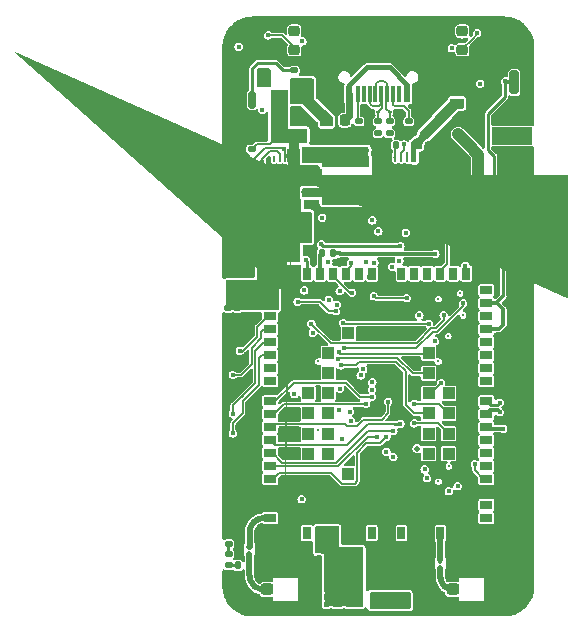
<source format=gbr>
%TF.GenerationSoftware,KiCad,Pcbnew,7.0.9*%
%TF.CreationDate,2024-08-31T07:55:37+08:00*%
%TF.ProjectId,IOT,494f542e-6b69-4636-9164-5f7063625858,rev?*%
%TF.SameCoordinates,Original*%
%TF.FileFunction,Copper,L1,Top*%
%TF.FilePolarity,Positive*%
%FSLAX46Y46*%
G04 Gerber Fmt 4.6, Leading zero omitted, Abs format (unit mm)*
G04 Created by KiCad (PCBNEW 7.0.9) date 2024-08-31 07:55:37*
%MOMM*%
%LPD*%
G01*
G04 APERTURE LIST*
G04 Aperture macros list*
%AMRoundRect*
0 Rectangle with rounded corners*
0 $1 Rounding radius*
0 $2 $3 $4 $5 $6 $7 $8 $9 X,Y pos of 4 corners*
0 Add a 4 corners polygon primitive as box body*
4,1,4,$2,$3,$4,$5,$6,$7,$8,$9,$2,$3,0*
0 Add four circle primitives for the rounded corners*
1,1,$1+$1,$2,$3*
1,1,$1+$1,$4,$5*
1,1,$1+$1,$6,$7*
1,1,$1+$1,$8,$9*
0 Add four rect primitives between the rounded corners*
20,1,$1+$1,$2,$3,$4,$5,0*
20,1,$1+$1,$4,$5,$6,$7,0*
20,1,$1+$1,$6,$7,$8,$9,0*
20,1,$1+$1,$8,$9,$2,$3,0*%
%AMFreePoly0*
4,1,61,-0.586464,2.203536,-0.585000,2.200000,-0.585000,1.430000,-0.335000,1.430000,-0.335000,2.200000,-0.333536,2.203536,-0.330000,2.205000,-0.130000,2.205000,-0.126464,2.203536,-0.125000,2.200000,-0.125000,1.430000,0.125000,1.430000,0.125000,2.200000,0.126464,2.203536,0.130000,2.205000,0.330000,2.205000,0.333536,2.203536,0.335000,2.200000,0.335000,1.430000,0.585000,1.430000,
0.585000,2.200000,0.586464,2.203536,0.590000,2.205000,0.790000,2.205000,0.793536,2.203536,0.795000,2.200000,0.795000,-2.200000,0.793536,-2.203536,0.790000,-2.205000,0.590000,-2.205000,0.586464,-2.203536,0.585000,-2.200000,0.585000,-1.430000,0.335000,-1.430000,0.335000,-2.200000,0.333536,-2.203536,0.330000,-2.205000,0.130000,-2.205000,0.126464,-2.203536,0.125000,-2.200000,
0.125000,-1.430000,-0.125000,-1.430000,-0.125000,-2.200000,-0.126464,-2.203536,-0.130000,-2.205000,-0.330000,-2.205000,-0.333536,-2.203536,-0.335000,-2.200000,-0.335000,-1.430000,-0.585000,-1.430000,-0.585000,-2.200000,-0.586464,-2.203536,-0.590000,-2.205000,-0.790000,-2.205000,-0.793536,-2.203536,-0.795000,-2.200000,-0.795000,2.200000,-0.793536,2.203536,-0.790000,2.205000,-0.590000,2.205000,
-0.586464,2.203536,-0.586464,2.203536,$1*%
G04 Aperture macros list end*
%TA.AperFunction,SMDPad,CuDef*%
%ADD10RoundRect,0.225000X0.375000X-0.225000X0.375000X0.225000X-0.375000X0.225000X-0.375000X-0.225000X0*%
%TD*%
%TA.AperFunction,SMDPad,CuDef*%
%ADD11RoundRect,0.140000X-0.170000X0.140000X-0.170000X-0.140000X0.170000X-0.140000X0.170000X0.140000X0*%
%TD*%
%TA.AperFunction,SMDPad,CuDef*%
%ADD12RoundRect,0.135000X-0.135000X-0.185000X0.135000X-0.185000X0.135000X0.185000X-0.135000X0.185000X0*%
%TD*%
%TA.AperFunction,SMDPad,CuDef*%
%ADD13RoundRect,0.250000X-0.275000X-0.250000X0.275000X-0.250000X0.275000X0.250000X-0.275000X0.250000X0*%
%TD*%
%TA.AperFunction,SMDPad,CuDef*%
%ADD14RoundRect,0.250000X-0.850000X-0.275000X0.850000X-0.275000X0.850000X0.275000X-0.850000X0.275000X0*%
%TD*%
%TA.AperFunction,SMDPad,CuDef*%
%ADD15RoundRect,0.100000X-0.100000X0.130000X-0.100000X-0.130000X0.100000X-0.130000X0.100000X0.130000X0*%
%TD*%
%TA.AperFunction,SMDPad,CuDef*%
%ADD16RoundRect,0.218750X0.218750X0.256250X-0.218750X0.256250X-0.218750X-0.256250X0.218750X-0.256250X0*%
%TD*%
%TA.AperFunction,SMDPad,CuDef*%
%ADD17RoundRect,0.135000X0.185000X-0.135000X0.185000X0.135000X-0.185000X0.135000X-0.185000X-0.135000X0*%
%TD*%
%TA.AperFunction,SMDPad,CuDef*%
%ADD18RoundRect,0.100000X-0.130000X-0.100000X0.130000X-0.100000X0.130000X0.100000X-0.130000X0.100000X0*%
%TD*%
%TA.AperFunction,SMDPad,CuDef*%
%ADD19RoundRect,0.225000X0.225000X0.250000X-0.225000X0.250000X-0.225000X-0.250000X0.225000X-0.250000X0*%
%TD*%
%TA.AperFunction,SMDPad,CuDef*%
%ADD20O,0.240000X0.600000*%
%TD*%
%TA.AperFunction,SMDPad,CuDef*%
%ADD21FreePoly0,90.000000*%
%TD*%
%TA.AperFunction,SMDPad,CuDef*%
%ADD22RoundRect,0.250000X-0.412500X-0.925000X0.412500X-0.925000X0.412500X0.925000X-0.412500X0.925000X0*%
%TD*%
%TA.AperFunction,SMDPad,CuDef*%
%ADD23RoundRect,0.140000X-0.140000X-0.170000X0.140000X-0.170000X0.140000X0.170000X-0.140000X0.170000X0*%
%TD*%
%TA.AperFunction,SMDPad,CuDef*%
%ADD24RoundRect,0.250000X0.412500X0.925000X-0.412500X0.925000X-0.412500X-0.925000X0.412500X-0.925000X0*%
%TD*%
%TA.AperFunction,SMDPad,CuDef*%
%ADD25RoundRect,0.140000X0.140000X0.170000X-0.140000X0.170000X-0.140000X-0.170000X0.140000X-0.170000X0*%
%TD*%
%TA.AperFunction,SMDPad,CuDef*%
%ADD26RoundRect,0.250000X0.925000X-0.412500X0.925000X0.412500X-0.925000X0.412500X-0.925000X-0.412500X0*%
%TD*%
%TA.AperFunction,SMDPad,CuDef*%
%ADD27RoundRect,0.062500X-0.117500X-0.062500X0.117500X-0.062500X0.117500X0.062500X-0.117500X0.062500X0*%
%TD*%
%TA.AperFunction,SMDPad,CuDef*%
%ADD28RoundRect,0.135000X-0.185000X0.135000X-0.185000X-0.135000X0.185000X-0.135000X0.185000X0.135000X0*%
%TD*%
%TA.AperFunction,SMDPad,CuDef*%
%ADD29RoundRect,0.135000X0.135000X0.185000X-0.135000X0.185000X-0.135000X-0.185000X0.135000X-0.185000X0*%
%TD*%
%TA.AperFunction,SMDPad,CuDef*%
%ADD30RoundRect,0.062500X-0.062500X0.337500X-0.062500X-0.337500X0.062500X-0.337500X0.062500X0.337500X0*%
%TD*%
%TA.AperFunction,SMDPad,CuDef*%
%ADD31R,1.400000X1.700000*%
%TD*%
%TA.AperFunction,SMDPad,CuDef*%
%ADD32RoundRect,0.150000X0.150000X-0.587500X0.150000X0.587500X-0.150000X0.587500X-0.150000X-0.587500X0*%
%TD*%
%TA.AperFunction,SMDPad,CuDef*%
%ADD33R,3.600000X1.500000*%
%TD*%
%TA.AperFunction,SMDPad,CuDef*%
%ADD34RoundRect,0.147500X0.147500X0.172500X-0.147500X0.172500X-0.147500X-0.172500X0.147500X-0.172500X0*%
%TD*%
%TA.AperFunction,SMDPad,CuDef*%
%ADD35RoundRect,0.147500X-0.172500X0.147500X-0.172500X-0.147500X0.172500X-0.147500X0.172500X0.147500X0*%
%TD*%
%TA.AperFunction,SMDPad,CuDef*%
%ADD36RoundRect,0.062500X0.117500X0.062500X-0.117500X0.062500X-0.117500X-0.062500X0.117500X-0.062500X0*%
%TD*%
%TA.AperFunction,SMDPad,CuDef*%
%ADD37RoundRect,0.200000X0.200000X0.800000X-0.200000X0.800000X-0.200000X-0.800000X0.200000X-0.800000X0*%
%TD*%
%TA.AperFunction,SMDPad,CuDef*%
%ADD38R,0.600000X1.450000*%
%TD*%
%TA.AperFunction,SMDPad,CuDef*%
%ADD39R,0.300000X1.450000*%
%TD*%
%TA.AperFunction,ComponentPad*%
%ADD40O,1.000000X2.100000*%
%TD*%
%TA.AperFunction,ComponentPad*%
%ADD41O,1.000000X1.600000*%
%TD*%
%TA.AperFunction,SMDPad,CuDef*%
%ADD42R,1.100000X0.700000*%
%TD*%
%TA.AperFunction,SMDPad,CuDef*%
%ADD43R,0.700000X1.100000*%
%TD*%
%TA.AperFunction,SMDPad,CuDef*%
%ADD44R,1.000000X1.000000*%
%TD*%
%TA.AperFunction,SMDPad,CuDef*%
%ADD45RoundRect,0.218750X0.256250X-0.218750X0.256250X0.218750X-0.256250X0.218750X-0.256250X-0.218750X0*%
%TD*%
%TA.AperFunction,SMDPad,CuDef*%
%ADD46R,3.500000X1.000000*%
%TD*%
%TA.AperFunction,SMDPad,CuDef*%
%ADD47R,3.400000X1.500000*%
%TD*%
%TA.AperFunction,SMDPad,CuDef*%
%ADD48RoundRect,0.140000X0.170000X-0.140000X0.170000X0.140000X-0.170000X0.140000X-0.170000X-0.140000X0*%
%TD*%
%TA.AperFunction,ViaPad*%
%ADD49C,0.450000*%
%TD*%
%TA.AperFunction,ViaPad*%
%ADD50C,0.300000*%
%TD*%
%TA.AperFunction,ViaPad*%
%ADD51C,0.500000*%
%TD*%
%TA.AperFunction,Conductor*%
%ADD52C,0.152400*%
%TD*%
%TA.AperFunction,Conductor*%
%ADD53C,0.250000*%
%TD*%
%TA.AperFunction,Conductor*%
%ADD54C,0.120000*%
%TD*%
%TA.AperFunction,Conductor*%
%ADD55C,0.300000*%
%TD*%
%TA.AperFunction,Conductor*%
%ADD56C,0.152000*%
%TD*%
%TA.AperFunction,Conductor*%
%ADD57C,0.254000*%
%TD*%
%TA.AperFunction,Conductor*%
%ADD58C,0.560000*%
%TD*%
%TA.AperFunction,Conductor*%
%ADD59C,0.158242*%
%TD*%
%TA.AperFunction,Conductor*%
%ADD60C,0.200000*%
%TD*%
%TA.AperFunction,Conductor*%
%ADD61C,0.400000*%
%TD*%
%TA.AperFunction,Conductor*%
%ADD62C,1.000000*%
%TD*%
%TA.AperFunction,Conductor*%
%ADD63C,0.500000*%
%TD*%
%TA.AperFunction,Conductor*%
%ADD64C,0.526034*%
%TD*%
G04 APERTURE END LIST*
D10*
%TO.P,D4,1,K*%
%TO.N,Net-(D4-K)*%
X157226000Y-60832000D03*
%TO.P,D4,2,A*%
%TO.N,VUSB*%
X157226000Y-57532000D03*
%TD*%
D11*
%TO.P,C7,1*%
%TO.N,/BG95/VCC_BB*%
X152654000Y-75438000D03*
%TO.P,C7,2*%
%TO.N,GND*%
X152654000Y-76398000D03*
%TD*%
D12*
%TO.P,R13,1*%
%TO.N,Net-(U14-ISET)*%
X167090000Y-66800000D03*
%TO.P,R13,2*%
%TO.N,GND*%
X168110000Y-66800000D03*
%TD*%
D13*
%TO.P,AE4,1,A*%
%TO.N,Net-(AE4-A)*%
X170146000Y-99314000D03*
D14*
%TO.P,AE4,2,Shield*%
%TO.N,GND*%
X171671000Y-97839000D03*
X171671000Y-100789000D03*
%TD*%
D15*
%TO.P,C45,1*%
%TO.N,ANT_GNSS*%
X152908000Y-95692000D03*
%TO.P,C45,2*%
%TO.N,Net-(AE3-A)*%
X152908000Y-96332000D03*
%TD*%
D16*
%TO.P,F1,1*%
%TO.N,Net-(F1-Pad1)*%
X160987500Y-59600000D03*
%TO.P,F1,2*%
%TO.N,VUSB*%
X159412500Y-59600000D03*
%TD*%
D17*
%TO.P,R4,1*%
%TO.N,GND*%
X162200000Y-60710000D03*
%TO.P,R4,2*%
%TO.N,Net-(J1-CC2)*%
X162200000Y-59690000D03*
%TD*%
D13*
%TO.P,AE3,1,A*%
%TO.N,Net-(AE3-A)*%
X154398000Y-99314000D03*
D14*
%TO.P,AE3,2,Shield*%
%TO.N,GND*%
X155923000Y-97839000D03*
X155923000Y-100789000D03*
%TD*%
D17*
%TO.P,R16,1*%
%TO.N,VUSB*%
X157988000Y-56390000D03*
%TO.P,R16,2*%
%TO.N,GND*%
X157988000Y-55370000D03*
%TD*%
D18*
%TO.P,C44,1*%
%TO.N,GND*%
X168430000Y-96150000D03*
%TO.P,C44,2*%
%TO.N,ANT_LTE*%
X169070000Y-96150000D03*
%TD*%
D19*
%TO.P,C23,1*%
%TO.N,Net-(D4-K)*%
X155175000Y-59700000D03*
%TO.P,C23,2*%
%TO.N,GND*%
X153625000Y-59700000D03*
%TD*%
D20*
%TO.P,U2,1,VINA*%
%TO.N,Net-(U2-PS{slash}SYNC)*%
X154964000Y-65654000D03*
%TO.P,U2,2,GND*%
%TO.N,GND*%
X155464000Y-65654000D03*
%TO.P,U2,3,FB*%
%TO.N,Net-(U2-FB)*%
X155964000Y-65654000D03*
%TO.P,U2,4,VOUT_4*%
%TO.N,+3V8*%
X156464000Y-65654000D03*
%TO.P,U2,5,VOUT_5*%
X156964000Y-65654000D03*
%TO.P,U2,6,L2_6*%
%TO.N,Net-(U2-L2_6)*%
X157464000Y-65654000D03*
%TO.P,U2,7,L2_7*%
X157964000Y-65654000D03*
%TO.P,U2,8,L1_8*%
%TO.N,Net-(U2-L1_8)*%
X157964000Y-62854000D03*
%TO.P,U2,9,L1_9*%
X157464000Y-62854000D03*
%TO.P,U2,10,VIN_10*%
%TO.N,Net-(D4-K)*%
X156964000Y-62854000D03*
%TO.P,U2,11,VIN_11*%
X156464000Y-62854000D03*
%TO.P,U2,12,EN*%
%TO.N,EN*%
X155964000Y-62854000D03*
%TO.P,U2,13,PS/SYNC*%
%TO.N,Net-(U2-PS{slash}SYNC)*%
X155464000Y-62854000D03*
%TO.P,U2,14,PG*%
%TO.N,unconnected-(U2-PG-Pad14)*%
X154964000Y-62854000D03*
D21*
%TO.P,U2,15,PGND*%
%TO.N,GND*%
X156464000Y-64254000D03*
%TD*%
D16*
%TO.P,FB1,1*%
%TO.N,+3V8*%
X155981500Y-70866000D03*
%TO.P,FB1,2*%
%TO.N,/BG95/VCC_BB*%
X154406500Y-70866000D03*
%TD*%
D22*
%TO.P,C17,1*%
%TO.N,+3V8*%
X157466500Y-68580000D03*
%TO.P,C17,2*%
%TO.N,GND*%
X160541500Y-68580000D03*
%TD*%
D23*
%TO.P,C40,1*%
%TO.N,VUSB*%
X167120000Y-61700000D03*
%TO.P,C40,2*%
%TO.N,GND*%
X168080000Y-61700000D03*
%TD*%
D18*
%TO.P,C47,1*%
%TO.N,GND*%
X168440000Y-98320000D03*
%TO.P,C47,2*%
%TO.N,Net-(AE4-A)*%
X169080000Y-98320000D03*
%TD*%
D24*
%TO.P,C16,1*%
%TO.N,+3V8*%
X155461500Y-68580000D03*
%TO.P,C16,2*%
%TO.N,GND*%
X152386500Y-68580000D03*
%TD*%
D25*
%TO.P,C11,1*%
%TO.N,/BG95/VCC_RF*%
X159738000Y-99060000D03*
%TO.P,C11,2*%
%TO.N,GND*%
X158778000Y-99060000D03*
%TD*%
D17*
%TO.P,R3,1*%
%TO.N,GND*%
X166400000Y-60710000D03*
%TO.P,R3,2*%
%TO.N,Net-(J1-CC1)*%
X166400000Y-59690000D03*
%TD*%
D26*
%TO.P,C9,1*%
%TO.N,/BG95/VCC_BB*%
X152146000Y-73927500D03*
%TO.P,C9,2*%
%TO.N,GND*%
X152146000Y-70852500D03*
%TD*%
D25*
%TO.P,C13,1*%
%TO.N,/BG95/VCC_RF*%
X159738000Y-96774000D03*
%TO.P,C13,2*%
%TO.N,GND*%
X158778000Y-96774000D03*
%TD*%
D27*
%TO.P,D3,1,K*%
%TO.N,/BG95/U_P*%
X163820000Y-58900000D03*
%TO.P,D3,2,A*%
%TO.N,GND*%
X162980000Y-58900000D03*
%TD*%
D25*
%TO.P,C10,1*%
%TO.N,/BG95/VCC_RF*%
X159738000Y-98298000D03*
%TO.P,C10,2*%
%TO.N,GND*%
X158778000Y-98298000D03*
%TD*%
D28*
%TO.P,R1,1*%
%TO.N,/BG95/U_P*%
X163800000Y-59690000D03*
%TO.P,R1,2*%
%TO.N,/BG95/USB_P*%
X163800000Y-60710000D03*
%TD*%
D29*
%TO.P,R14,1*%
%TO.N,Net-(U14-ENB)*%
X165310000Y-61700000D03*
%TO.P,R14,2*%
%TO.N,GND*%
X164290000Y-61700000D03*
%TD*%
D25*
%TO.P,C12,1*%
%TO.N,/BG95/VCC_RF*%
X159738000Y-97536000D03*
%TO.P,C12,2*%
%TO.N,GND*%
X158778000Y-97536000D03*
%TD*%
D30*
%TO.P,U14,1,VIN*%
%TO.N,VUSB*%
X166770000Y-62729000D03*
%TO.P,U14,2,PGB*%
%TO.N,unconnected-(U14-PGB-Pad2)*%
X166270000Y-62729000D03*
%TO.P,U14,3,CHG_SB*%
%TO.N,Net-(Q3-G)*%
X165770000Y-62729000D03*
%TO.P,U14,4,ENB*%
%TO.N,Net-(U14-ENB)*%
X165270000Y-62729000D03*
%TO.P,U14,5,GND*%
%TO.N,GND*%
X165270000Y-65629000D03*
%TO.P,U14,6,IMIN*%
%TO.N,Net-(U14-IMIN)*%
X165770000Y-65629000D03*
%TO.P,U14,7,ISET*%
%TO.N,Net-(U14-ISET)*%
X166270000Y-65629000D03*
%TO.P,U14,8,BATT*%
%TO.N,BATT*%
X166770000Y-65629000D03*
D31*
%TO.P,U14,9,EP*%
%TO.N,GND*%
X166020000Y-64179000D03*
%TD*%
D32*
%TO.P,Q1,1,G*%
%TO.N,Net-(Q1-G)*%
X153162000Y-57833500D03*
%TO.P,Q1,2,S*%
%TO.N,Net-(D4-K)*%
X155062000Y-57833500D03*
%TO.P,Q1,3,D*%
%TO.N,BATT*%
X154112000Y-55958500D03*
%TD*%
D33*
%TO.P,L1,1,1*%
%TO.N,Net-(U2-L1_8)*%
X161036000Y-62737000D03*
%TO.P,L1,2,2*%
%TO.N,Net-(U2-L2_6)*%
X161036000Y-65787000D03*
%TD*%
D15*
%TO.P,C46,1*%
%TO.N,ANT_LTE*%
X169070000Y-96870000D03*
%TO.P,C46,2*%
%TO.N,Net-(AE4-A)*%
X169070000Y-97510000D03*
%TD*%
D29*
%TO.P,R12,1*%
%TO.N,Net-(U14-IMIN)*%
X165310000Y-66802000D03*
%TO.P,R12,2*%
%TO.N,GND*%
X164290000Y-66802000D03*
%TD*%
D12*
%TO.P,R5,1*%
%TO.N,Net-(U2-FB)*%
X154938000Y-66700000D03*
%TO.P,R5,2*%
%TO.N,+3V8*%
X155958000Y-66700000D03*
%TD*%
D34*
%TO.P,F2,1*%
%TO.N,+1V8*%
X159997000Y-70866000D03*
%TO.P,F2,2*%
%TO.N,Net-(U1-VDD_EXT)*%
X159027000Y-70866000D03*
%TD*%
D12*
%TO.P,R6,1*%
%TO.N,GND*%
X153090000Y-66700000D03*
%TO.P,R6,2*%
%TO.N,Net-(U2-FB)*%
X154110000Y-66700000D03*
%TD*%
D11*
%TO.P,C15,1*%
%TO.N,GND*%
X153100000Y-64670000D03*
%TO.P,C15,2*%
%TO.N,Net-(U2-PS{slash}SYNC)*%
X153100000Y-65630000D03*
%TD*%
D35*
%TO.P,F4,1*%
%TO.N,+3.3V*%
X151180800Y-96314400D03*
%TO.P,F4,2*%
%TO.N,Net-(F4-Pad2)*%
X151180800Y-97284400D03*
%TD*%
D36*
%TO.P,D1,1,K*%
%TO.N,/BG95/U_N*%
X164780000Y-58900000D03*
%TO.P,D1,2,A*%
%TO.N,GND*%
X165620000Y-58900000D03*
%TD*%
D34*
%TO.P,L3,1,1*%
%TO.N,Net-(AE3-A)*%
X152910400Y-97282000D03*
%TO.P,L3,2,2*%
%TO.N,Net-(F4-Pad2)*%
X151940400Y-97282000D03*
%TD*%
D17*
%TO.P,R18,1*%
%TO.N,EN*%
X153100000Y-63060000D03*
%TO.P,R18,2*%
%TO.N,Net-(D4-K)*%
X153100000Y-62040000D03*
%TD*%
D19*
%TO.P,C22,1*%
%TO.N,Net-(D4-K)*%
X155175000Y-60900000D03*
%TO.P,C22,2*%
%TO.N,GND*%
X153625000Y-60900000D03*
%TD*%
D37*
%TO.P,SW1,1,1*%
%TO.N,PWRKEY*%
X175328000Y-56388000D03*
%TO.P,SW1,2,2*%
%TO.N,GND*%
X171128000Y-56388000D03*
%TD*%
D38*
%TO.P,J1,A1,GND*%
%TO.N,GND*%
X167080000Y-57385000D03*
%TO.P,J1,A4,VBUS*%
%TO.N,Net-(F1-Pad1)*%
X166280000Y-57385000D03*
D39*
%TO.P,J1,A5,CC1*%
%TO.N,Net-(J1-CC1)*%
X165080000Y-57385000D03*
%TO.P,J1,A6,D+*%
%TO.N,/BG95/U_P*%
X164080000Y-57385000D03*
%TO.P,J1,A7,D-*%
%TO.N,/BG95/U_N*%
X163580000Y-57385000D03*
%TO.P,J1,A8,SBU1*%
%TO.N,unconnected-(J1-SBU1-PadA8)*%
X162580000Y-57385000D03*
D38*
%TO.P,J1,A9,VBUS*%
%TO.N,Net-(F1-Pad1)*%
X161380000Y-57385000D03*
%TO.P,J1,A12,GND*%
%TO.N,GND*%
X160580000Y-57385000D03*
%TO.P,J1,B1,GND*%
X160580000Y-57385000D03*
%TO.P,J1,B4,VBUS*%
%TO.N,Net-(F1-Pad1)*%
X161380000Y-57385000D03*
D39*
%TO.P,J1,B5,CC2*%
%TO.N,Net-(J1-CC2)*%
X162080000Y-57385000D03*
%TO.P,J1,B6,D+*%
%TO.N,/BG95/U_P*%
X163080000Y-57385000D03*
%TO.P,J1,B7,D-*%
%TO.N,/BG95/U_N*%
X164580000Y-57385000D03*
%TO.P,J1,B8,SBU2*%
%TO.N,unconnected-(J1-SBU2-PadB8)*%
X165580000Y-57385000D03*
D38*
%TO.P,J1,B9,VBUS*%
%TO.N,Net-(F1-Pad1)*%
X166280000Y-57385000D03*
%TO.P,J1,B12,GND*%
%TO.N,GND*%
X167080000Y-57385000D03*
D40*
%TO.P,J1,S1,SHIELD*%
X168150000Y-56470000D03*
D41*
X168150000Y-52290000D03*
D40*
X159510000Y-56470000D03*
D41*
X159510000Y-52290000D03*
%TD*%
D42*
%TO.P,U1,1,PSM_IND*%
%TO.N,unconnected-(U1-PSM_IND-Pad1)*%
X172980000Y-93266000D03*
%TO.P,U1,2,ADC1*%
%TO.N,unconnected-(U1-ADC1-Pad2)*%
X172980000Y-92166000D03*
%TO.P,U1,3,GND*%
%TO.N,GND*%
X172980000Y-91066000D03*
%TO.P,U1,4,GPIO1/PCM_CLK*%
%TO.N,BG95_GPIO1*%
X172980000Y-89966000D03*
%TO.P,U1,5,GPIO2/PCM_SYNC*%
%TO.N,BG95_GPIO2*%
X172980000Y-88866000D03*
%TO.P,U1,6,GPIO3/DIN*%
%TO.N,BG95_GPIO3*%
X172980000Y-87766000D03*
%TO.P,U1,7,GPIO4/DOUT*%
%TO.N,BG95_GPIO4*%
X172980000Y-86666000D03*
%TO.P,U1,8,USB_VBUS*%
%TO.N,VUSB*%
X172980000Y-85566000D03*
%TO.P,U1,9,USB_DP*%
%TO.N,/BG95/USB_P*%
X172980000Y-84466000D03*
%TO.P,U1,10,USB_DM*%
%TO.N,/BG95/USB_N*%
X172980000Y-83366000D03*
%TO.P,U1,11,RESERVED*%
%TO.N,unconnected-(U1-RESERVED-Pad11)*%
X172980000Y-81666000D03*
%TO.P,U1,12,RESERVED*%
X172980000Y-80566000D03*
%TO.P,U1,13,RESERVED*%
X172980000Y-79466000D03*
%TO.P,U1,14,RESERVED*%
X172980000Y-78366000D03*
%TO.P,U1,15,PWRKEY*%
%TO.N,PWRKEY*%
X172980000Y-77266000D03*
%TO.P,U1,16,RESERVED*%
%TO.N,unconnected-(U1-RESERVED-Pad11)*%
X172980000Y-76166000D03*
%TO.P,U1,17,~{RESET}*%
%TO.N,PWRKEY*%
X172980000Y-75066000D03*
%TO.P,U1,18,GPIO5/SPI2_SCLK/I2C0_SCL*%
%TO.N,BG95_SPI2_SCLK*%
X172980000Y-73966000D03*
D43*
%TO.P,U1,19,GPIO6/SPI2_CS/I2C0_SDA*%
%TO.N,BG95_SPI2_CS*%
X171280000Y-72566000D03*
%TO.P,U1,20,STATUS*%
%TO.N,unconnected-(U1-STATUS-Pad20)*%
X170180000Y-72566000D03*
%TO.P,U1,21,NET_STATUS*%
%TO.N,/BG95/NET_STATUS*%
X169080000Y-72566000D03*
%TO.P,U1,22,GPIO7/SPI2_MISO/UART0_RXD*%
%TO.N,BG95_SPI2_MISO*%
X167980000Y-72566000D03*
%TO.P,U1,23,GPIO8/SPI2_MOSI/UART0_TXD*%
%TO.N,BG95_SPI2_MOSI*%
X166880000Y-72566000D03*
%TO.P,U1,24,ADC0*%
%TO.N,unconnected-(U1-ADC0-Pad24)*%
X165780000Y-72566000D03*
%TO.P,U1,25,GPIO9/SPI0_CS/I2C2_SDA*%
%TO.N,BG95_SPI0_CS*%
X163280000Y-72566000D03*
%TO.P,U1,26,GPIO10/SPI0_SCLK/I2C2_SCL*%
%TO.N,BG95_SPI0_SCLK*%
X162180000Y-72566000D03*
%TO.P,U1,27,GPIO11/SPI0_MOSI/UART1_TXD*%
%TO.N,BG95_SPI0_MOSI*%
X161080000Y-72566000D03*
%TO.P,U1,28,GPIO12/SPI0_MISO/UART1_RXD*%
%TO.N,BG95_SPI0_MISO*%
X159980000Y-72566000D03*
%TO.P,U1,29,VDD_EXT*%
%TO.N,Net-(U1-VDD_EXT)*%
X158880000Y-72566000D03*
%TO.P,U1,30,MAIN_DTR*%
%TO.N,Net-(U1-MAIN_DTR)*%
X157780000Y-72566000D03*
%TO.P,U1,31,GND*%
%TO.N,GND*%
X156680000Y-72566000D03*
D42*
%TO.P,U1,32,VBAT_BB*%
%TO.N,/BG95/VCC_BB*%
X154680000Y-73966000D03*
%TO.P,U1,33,VBAT_BB*%
X154680000Y-75066000D03*
%TO.P,U1,34,MAIN_RXD*%
%TO.N,Net-(U1-MAIN_RXD)*%
X154680000Y-76166000D03*
%TO.P,U1,35,MAIN_TXD*%
%TO.N,Net-(U1-MAIN_TXD)*%
X154680000Y-77266000D03*
%TO.P,U1,36,MAIN_CTS*%
%TO.N,Net-(U1-MAIN_CTS)*%
X154680000Y-78366000D03*
%TO.P,U1,37,MAIN_RTS*%
%TO.N,Net-(U1-MAIN_RTS)*%
X154680000Y-79466000D03*
%TO.P,U1,38,MAIN_DCD*%
%TO.N,unconnected-(U1-MAIN_DCD-Pad38)*%
X154680000Y-80566000D03*
%TO.P,U1,39,MAIN_RI*%
%TO.N,unconnected-(U1-MAIN_RI-Pad39)*%
X154680000Y-81666000D03*
%TO.P,U1,40,GPIO13/SPI1_SCLK/I2C1_SCL*%
%TO.N,BG95_I2C1_SCL*%
X154680000Y-83366000D03*
%TO.P,U1,41,GPIO14/SPI1_CS/I2C1_SDA*%
%TO.N,BG95_I2C1_SDA*%
X154680000Y-84466000D03*
%TO.P,U1,42,USIM_DET*%
%TO.N,Net-(D2-K)*%
X154680000Y-85566000D03*
%TO.P,U1,43,USIM_VDD*%
%TO.N,Net-(J4-VCC)*%
X154680000Y-86666000D03*
%TO.P,U1,44,USIM_RST*%
%TO.N,Net-(J4-RST)*%
X154680000Y-87766000D03*
%TO.P,U1,45,USIM_DATA*%
%TO.N,Net-(J4-I{slash}O)*%
X154680000Y-88866000D03*
%TO.P,U1,46,USIM_CLK*%
%TO.N,Net-(J4-CLK)*%
X154680000Y-89966000D03*
%TO.P,U1,47,USIM_GND*%
%TO.N,GND*%
X154680000Y-91066000D03*
%TO.P,U1,48,GND*%
X154680000Y-92166000D03*
%TO.P,U1,49,ANT_GNSS*%
%TO.N,ANT_GNSS*%
X154680000Y-93266000D03*
D43*
%TO.P,U1,50,GND*%
%TO.N,GND*%
X156680000Y-94566000D03*
%TO.P,U1,51,RESERVED*%
%TO.N,unconnected-(U1-RESERVED-Pad11)*%
X157780000Y-94566000D03*
%TO.P,U1,52,VBAT_RF*%
%TO.N,/BG95/VCC_RF*%
X158880000Y-94566000D03*
%TO.P,U1,53,VBAT_RF*%
X159980000Y-94566000D03*
%TO.P,U1,54,GND*%
%TO.N,GND*%
X161080000Y-94566000D03*
%TO.P,U1,55,GND*%
X162180000Y-94566000D03*
%TO.P,U1,56,RESERVED*%
%TO.N,unconnected-(U1-RESERVED-Pad11)*%
X163280000Y-94566000D03*
%TO.P,U1,57,RESERVED*%
X165780000Y-94566000D03*
%TO.P,U1,58,GND*%
%TO.N,GND*%
X166880000Y-94566000D03*
%TO.P,U1,59,GND*%
X167980000Y-94566000D03*
%TO.P,U1,60,ANT_MAIN*%
%TO.N,ANT_LTE*%
X169080000Y-94566000D03*
%TO.P,U1,61,GND*%
%TO.N,GND*%
X170180000Y-94566000D03*
%TO.P,U1,62,GND*%
X171280000Y-94566000D03*
D44*
%TO.P,U1,63,RESERVED*%
%TO.N,unconnected-(U1-RESERVED-Pad11)*%
X169780000Y-87816000D03*
%TO.P,U1,64,GPIO15/SPI1_MOSI/UART2_TXD*%
%TO.N,BG95_UART2_TXD*%
X169780000Y-86116000D03*
%TO.P,U1,65,GPIO16/SPI1_MISO/UART2_RXD*%
%TO.N,BG95_UART2_RXD*%
X169780000Y-84416000D03*
%TO.P,U1,66,GPIO17/PWM0*%
%TO.N,BG95_GPIO17*%
X169780000Y-82716000D03*
%TO.P,U1,67,GND*%
%TO.N,GND*%
X169780000Y-81016000D03*
%TO.P,U1,68,GND*%
X169780000Y-79316000D03*
%TO.P,U1,69,GND*%
X166380000Y-75916000D03*
%TO.P,U1,70,GND*%
X164680000Y-75916000D03*
%TO.P,U1,71,GND*%
X162980000Y-75916000D03*
%TO.P,U1,72,GND*%
X161280000Y-75916000D03*
%TO.P,U1,73,GND*%
X157880000Y-79316000D03*
%TO.P,U1,74,GND*%
X157880000Y-81016000D03*
%TO.P,U1,75,USB_BOOT*%
%TO.N,Net-(U1-USB_BOOT)*%
X157880000Y-82716000D03*
%TO.P,U1,76,RESERVED*%
%TO.N,unconnected-(U1-RESERVED-Pad11)*%
X157880000Y-84416000D03*
%TO.P,U1,77,RESERVED*%
X157880000Y-86116000D03*
%TO.P,U1,78,RESERVED*%
X157880000Y-87816000D03*
%TO.P,U1,79,GND*%
%TO.N,GND*%
X161280000Y-91216000D03*
%TO.P,U1,80,GND*%
X162980000Y-91216000D03*
%TO.P,U1,81,GND*%
X164680000Y-91216000D03*
%TO.P,U1,82,GND*%
X166380000Y-91216000D03*
%TO.P,U1,83,GRFC1*%
%TO.N,unconnected-(U1-GRFC1-Pad83)*%
X168080000Y-87816000D03*
%TO.P,U1,84,GRFC2*%
%TO.N,unconnected-(U1-GRFC2-Pad84)*%
X168080000Y-86116000D03*
%TO.P,U1,85,GPIO18/PWM1*%
%TO.N,BG95_GPIO18*%
X168080000Y-84416000D03*
%TO.P,U1,86,GPIO19*%
%TO.N,BG95_GPIO19*%
X168080000Y-82716000D03*
%TO.P,U1,87,GPIO20*%
%TO.N,BG95_GPIO20*%
X168080000Y-81016000D03*
%TO.P,U1,88,GPIO21*%
%TO.N,BG95_GPIO21*%
X168080000Y-79316000D03*
%TO.P,U1,89,GND*%
%TO.N,GND*%
X166380000Y-77616000D03*
%TO.P,U1,90,GND*%
X164680000Y-77616000D03*
%TO.P,U1,91,GND*%
X162980000Y-77616000D03*
%TO.P,U1,92,RESERVED*%
%TO.N,unconnected-(U1-RESERVED-Pad11)*%
X161280000Y-77616000D03*
%TO.P,U1,93,RESERVED*%
X159580000Y-79316000D03*
%TO.P,U1,94,RESERVED*%
X159580000Y-81016000D03*
%TO.P,U1,95,RESERVED*%
X159580000Y-82716000D03*
%TO.P,U1,96,PON_TRIG*%
%TO.N,unconnected-(U1-PON_TRIG-Pad96)*%
X159580000Y-84416000D03*
%TO.P,U1,97,RESERVED*%
%TO.N,unconnected-(U1-RESERVED-Pad11)*%
X159580000Y-86116000D03*
%TO.P,U1,98,RESERVED*%
X159580000Y-87816000D03*
%TO.P,U1,99,RESERVED*%
X161280000Y-89516000D03*
%TO.P,U1,100,GND*%
%TO.N,GND*%
X162980000Y-89516000D03*
%TO.P,U1,101,GND*%
X164680000Y-89516000D03*
%TO.P,U1,102,GND*%
X166380000Y-89516000D03*
%TD*%
D45*
%TO.P,D5,1,K*%
%TO.N,Net-(D5-K)*%
X156718000Y-53619500D03*
%TO.P,D5,2,A*%
%TO.N,Net-(D5-A)*%
X156718000Y-52044500D03*
%TD*%
D46*
%TO.P,J5,1,1*%
%TO.N,BATT*%
X169418000Y-65262000D03*
%TO.P,J5,2,2*%
%TO.N,GND*%
X169418000Y-63262000D03*
D47*
%TO.P,J5,S1,SHIELD*%
%TO.N,unconnected-(J5-SHIELD-PadS1)*%
X175168000Y-67612000D03*
%TO.P,J5,S2,SHIELD*%
X175168000Y-60912000D03*
%TD*%
D11*
%TO.P,C6,1*%
%TO.N,/BG95/VCC_BB*%
X151892000Y-75466000D03*
%TO.P,C6,2*%
%TO.N,GND*%
X151892000Y-76426000D03*
%TD*%
%TO.P,C8,1*%
%TO.N,/BG95/VCC_BB*%
X153416000Y-75438000D03*
%TO.P,C8,2*%
%TO.N,GND*%
X153416000Y-76398000D03*
%TD*%
D16*
%TO.P,FB2,1*%
%TO.N,+3V8*%
X163601500Y-100330000D03*
%TO.P,FB2,2*%
%TO.N,/BG95/VCC_RF*%
X162026500Y-100330000D03*
%TD*%
D17*
%TO.P,R17,1*%
%TO.N,VUSB*%
X156718000Y-56390000D03*
%TO.P,R17,2*%
%TO.N,Net-(Q1-G)*%
X156718000Y-55370000D03*
%TD*%
D28*
%TO.P,R2,1*%
%TO.N,/BG95/U_N*%
X164800000Y-59690000D03*
%TO.P,R2,2*%
%TO.N,/BG95/USB_N*%
X164800000Y-60710000D03*
%TD*%
D22*
%TO.P,C14,1*%
%TO.N,/BG95/VCC_RF*%
X161276500Y-98044000D03*
%TO.P,C14,2*%
%TO.N,GND*%
X164351500Y-98044000D03*
%TD*%
D25*
%TO.P,C18,1*%
%TO.N,GND*%
X157960000Y-66700000D03*
%TO.P,C18,2*%
%TO.N,+3V8*%
X157000000Y-66700000D03*
%TD*%
D45*
%TO.P,D6,1,K*%
%TO.N,Net-(D6-K)*%
X170942000Y-53619500D03*
%TO.P,D6,2,A*%
%TO.N,Net-(D6-A)*%
X170942000Y-52044500D03*
%TD*%
D48*
%TO.P,C36,1*%
%TO.N,+3.3V*%
X151180800Y-95450600D03*
%TO.P,C36,2*%
%TO.N,GND*%
X151180800Y-94490600D03*
%TD*%
D11*
%TO.P,C5,1*%
%TO.N,/BG95/VCC_BB*%
X151130000Y-75466000D03*
%TO.P,C5,2*%
%TO.N,GND*%
X151130000Y-76426000D03*
%TD*%
D49*
%TO.N,Net-(J4-I{slash}O)*%
X162807627Y-71562487D03*
X163749300Y-86400000D03*
%TO.N,GND*%
X152044400Y-94030800D03*
X175000000Y-73660000D03*
X154228800Y-94157800D03*
D50*
X167436800Y-54229000D03*
D49*
X168224200Y-99212400D03*
X152044400Y-96520000D03*
D50*
X167850000Y-76200000D03*
D49*
X152800000Y-63950000D03*
X167157400Y-99085400D03*
X157700000Y-64250000D03*
X167200000Y-92250000D03*
X158546800Y-93522800D03*
X157505400Y-98983800D03*
D50*
X152069800Y-66370200D03*
D49*
X162700000Y-88550000D03*
X155727400Y-93878400D03*
X170027600Y-96774000D03*
X157505400Y-100914200D03*
X159816800Y-93522800D03*
X168600000Y-69450000D03*
D50*
X157000000Y-83260000D03*
D49*
X153771600Y-94437200D03*
D50*
X161000000Y-83000000D03*
X160450000Y-71600000D03*
D49*
X158191200Y-100914200D03*
D50*
X170103800Y-55803800D03*
D49*
X164820000Y-64179000D03*
X169780000Y-81257500D03*
D50*
X158350000Y-60600000D03*
D49*
X158550000Y-92700000D03*
X167875500Y-74700000D03*
X175437800Y-99009200D03*
X153771600Y-98018600D03*
X173964600Y-101041200D03*
X153873200Y-92303600D03*
X157150000Y-63700000D03*
D50*
X161600000Y-88450000D03*
D49*
X163800000Y-65750000D03*
X167894000Y-98171000D03*
D50*
X166166800Y-54229000D03*
D49*
X154432000Y-98018600D03*
X167843200Y-96469200D03*
X170281600Y-93675200D03*
X157505400Y-97739200D03*
X169570400Y-100304600D03*
X163561896Y-69732685D03*
X168900000Y-91950500D03*
X167600000Y-62400000D03*
X170550000Y-59350000D03*
X167208200Y-100406200D03*
X172085000Y-97155000D03*
X168986200Y-100101400D03*
X158800000Y-67300000D03*
X169824400Y-101142800D03*
D50*
X166700000Y-81650000D03*
X152146000Y-80568800D03*
D49*
X171069000Y-64312800D03*
X155300000Y-64250000D03*
X168122600Y-95478600D03*
X157150000Y-64250000D03*
D50*
X151850000Y-70500000D03*
D49*
X171710000Y-81520000D03*
X155727400Y-93294200D03*
D50*
X166350000Y-71600000D03*
D49*
X158600000Y-69350000D03*
X156133800Y-97129600D03*
X168630600Y-93370400D03*
X175000000Y-76504800D03*
X161036000Y-95326200D03*
X157505400Y-99618800D03*
X158191200Y-100253800D03*
X167106600Y-101142800D03*
X153690000Y-95190000D03*
X167300000Y-67650000D03*
D50*
X175590200Y-53035200D03*
X154150000Y-63750000D03*
D49*
X171069000Y-93675200D03*
X167563800Y-64312800D03*
D50*
X163030000Y-80470000D03*
D49*
X154787600Y-94157800D03*
X163410000Y-61850000D03*
X173950000Y-82570000D03*
X151300000Y-66350000D03*
X169050000Y-62400000D03*
X171650000Y-54350000D03*
D50*
X152350000Y-71050000D03*
D49*
X155727400Y-92760800D03*
D50*
X173456600Y-55295800D03*
D49*
X156464000Y-64254000D03*
X171100000Y-77150000D03*
X160200000Y-61100000D03*
X174670000Y-66060000D03*
X167208863Y-77446797D03*
X169849800Y-93370400D03*
D50*
X151300000Y-71050000D03*
D49*
X152831800Y-99898200D03*
X157700000Y-63700000D03*
X166954200Y-64312800D03*
X155300000Y-64800000D03*
D50*
X176377600Y-54127400D03*
D49*
X158191200Y-98298000D03*
X164600000Y-90400000D03*
X156450000Y-64800000D03*
X157000000Y-78250000D03*
D50*
X166700000Y-82900000D03*
D49*
X174310000Y-80330000D03*
X151300000Y-59750000D03*
X172585500Y-54300000D03*
X157505400Y-97129600D03*
X168122600Y-97586800D03*
X169850000Y-62400000D03*
X155850000Y-64800000D03*
X155850000Y-64250000D03*
D50*
X161696400Y-51866800D03*
D49*
X151300000Y-55850000D03*
D50*
X166350000Y-75900000D03*
D49*
X166375000Y-73875000D03*
D50*
X161315400Y-54229000D03*
D49*
X165600000Y-86450000D03*
X166150000Y-85900000D03*
X174000000Y-55300000D03*
X162100000Y-67250000D03*
X151300000Y-54350000D03*
X167157400Y-96367600D03*
X174660000Y-69040000D03*
D50*
X167550000Y-77220000D03*
D49*
X158191200Y-98983800D03*
D50*
X152750000Y-60100000D03*
D49*
X167843200Y-95935800D03*
X173450000Y-56400000D03*
X173250000Y-72610000D03*
X165120000Y-64510000D03*
D50*
X151300000Y-70500000D03*
D49*
X161050000Y-68800000D03*
X174760000Y-84240000D03*
X163118800Y-97612200D03*
D50*
X163460000Y-80470000D03*
D49*
X167995600Y-100406200D03*
X156895800Y-97129600D03*
X153771600Y-97358200D03*
X170100000Y-61750000D03*
X163446900Y-75510314D03*
X170400000Y-73500000D03*
D50*
X170350000Y-71450000D03*
D49*
X163118800Y-99110800D03*
X171150000Y-59150000D03*
X153873200Y-100507800D03*
X158568609Y-66708398D03*
X163980000Y-63330000D03*
X171720000Y-83270000D03*
D50*
X163880800Y-51866800D03*
X166700000Y-82200000D03*
D49*
X155422600Y-97129600D03*
X168650000Y-61750000D03*
D50*
X176250600Y-91059000D03*
X171100000Y-66200000D03*
D49*
X151950000Y-78450000D03*
D50*
X171450000Y-73500000D03*
D49*
X167157400Y-98526600D03*
X152044400Y-95300800D03*
D50*
X151003000Y-80441800D03*
D49*
X158191200Y-97739200D03*
X170180000Y-100304600D03*
X151300000Y-64150000D03*
D50*
X175260000Y-91059000D03*
D49*
X163150000Y-61350000D03*
X158191200Y-97129600D03*
X153339800Y-100279200D03*
D50*
X162200000Y-81800000D03*
D49*
X173177200Y-100431600D03*
X164650000Y-67500000D03*
X170256200Y-64312800D03*
X171710000Y-84020000D03*
X163118800Y-98425000D03*
X168757600Y-64312800D03*
X153947900Y-53747900D03*
D50*
X156300000Y-86550000D03*
D49*
X151200000Y-78450000D03*
X156500000Y-92700000D03*
X166950000Y-88550000D03*
X174828200Y-100533200D03*
D50*
X169392600Y-56489600D03*
D49*
X166750000Y-86500000D03*
X171450000Y-97155000D03*
D50*
X152350000Y-70500000D03*
D49*
X171831000Y-93675200D03*
X175010000Y-78880000D03*
X151300000Y-58550000D03*
X172350000Y-59150000D03*
X151300000Y-68200000D03*
X160451800Y-93522800D03*
D50*
X152750000Y-60600000D03*
D49*
X163800000Y-65050000D03*
X159181800Y-93522800D03*
X168300000Y-62400000D03*
X163118800Y-96850200D03*
X163850000Y-90300000D03*
X168100000Y-92250000D03*
X173177200Y-99745800D03*
X157250000Y-92700000D03*
X152044400Y-95885000D03*
X163400000Y-62400000D03*
D50*
X169291000Y-60960000D03*
X153300000Y-63950000D03*
D49*
X163118800Y-96037400D03*
X170815000Y-97155000D03*
X175150000Y-55000000D03*
X151130000Y-76426000D03*
X175437800Y-97612200D03*
X168554400Y-99720400D03*
D50*
X158750000Y-82800000D03*
D49*
X157700000Y-64800000D03*
X159842200Y-101117400D03*
D50*
X156300000Y-87500000D03*
X169940000Y-77280000D03*
X170390000Y-77290000D03*
X158950000Y-91750000D03*
D49*
X165450000Y-92250000D03*
X168122600Y-97002600D03*
X173230000Y-70940000D03*
X155651200Y-92202000D03*
X152044400Y-94665800D03*
D50*
X166801800Y-90424000D03*
D49*
X151300000Y-61050000D03*
X151900000Y-76400000D03*
X158851600Y-100253800D03*
X151300000Y-65250000D03*
X152069800Y-99161600D03*
X155346400Y-94157800D03*
D50*
X160400000Y-83200000D03*
X170103800Y-57251600D03*
D49*
X169300000Y-61750000D03*
X167919400Y-98755200D03*
X162150000Y-69334958D03*
X176352200Y-80060800D03*
X170650000Y-62400000D03*
X152069800Y-98018600D03*
X162737800Y-101117400D03*
D50*
X166420800Y-90246200D03*
D49*
X153771600Y-96621600D03*
X175437800Y-99745800D03*
D50*
X166200000Y-84850000D03*
D49*
X168021000Y-93040200D03*
D50*
X158250000Y-91750000D03*
D49*
X173177200Y-101041200D03*
D50*
X167060000Y-80290000D03*
X158750000Y-79250000D03*
D49*
X167182800Y-97434400D03*
X168021000Y-93624400D03*
X154635200Y-97129600D03*
X167182800Y-97942400D03*
X154406600Y-100507800D03*
X173960000Y-81750000D03*
D50*
X163870000Y-78080000D03*
X159050000Y-60600000D03*
D49*
X152450800Y-99542600D03*
X175006000Y-75692000D03*
D50*
X152750000Y-59600000D03*
D49*
X171700000Y-60550000D03*
D50*
X162790000Y-81600000D03*
X171881800Y-86055200D03*
X157000000Y-84300000D03*
D49*
X162400000Y-61350000D03*
D50*
X163576000Y-54229000D03*
D49*
X167157400Y-99695000D03*
X163400000Y-67300000D03*
X166878000Y-93624400D03*
X161620200Y-95326200D03*
X158191200Y-99618800D03*
D50*
X152755600Y-59029600D03*
X167070000Y-79760000D03*
D49*
X170027600Y-97536000D03*
X175437800Y-98323400D03*
X170027600Y-96113600D03*
X173151800Y-97612200D03*
D50*
X167050000Y-85900000D03*
X163430000Y-78080000D03*
D49*
X162850000Y-67250000D03*
X167182800Y-96875600D03*
X171150000Y-88550000D03*
X151300000Y-63150000D03*
X151300000Y-69600000D03*
X162179000Y-95326200D03*
X159800000Y-92700000D03*
X174260000Y-85010000D03*
X167900000Y-69450000D03*
X167894000Y-101142800D03*
D50*
X174701200Y-51841400D03*
D49*
X168910000Y-101142800D03*
X173450000Y-57300000D03*
X157150000Y-64800000D03*
X164850000Y-87050000D03*
X158851600Y-99618800D03*
X166450000Y-88000000D03*
X158851600Y-100914200D03*
X174000000Y-54300000D03*
X169214800Y-93370400D03*
X155300000Y-63700000D03*
D50*
X152750000Y-61200000D03*
X163200000Y-81040000D03*
D49*
X173240000Y-71860000D03*
X151300000Y-68850000D03*
X166200000Y-92250000D03*
X166890000Y-60710000D03*
D50*
X151850000Y-71050000D03*
D49*
X157505400Y-100253800D03*
X175793400Y-59525000D03*
X171750000Y-59150000D03*
X172847000Y-97155000D03*
X158800000Y-75700000D03*
D50*
X159750000Y-60600000D03*
D49*
X152069800Y-98577400D03*
X157505400Y-98298000D03*
X153771600Y-95961200D03*
X155850000Y-63700000D03*
X167157400Y-95808800D03*
X171856400Y-94310200D03*
X156450000Y-63700000D03*
X160934400Y-101117400D03*
D50*
X171800000Y-66200000D03*
D49*
X168198800Y-64312800D03*
X170027600Y-95529400D03*
X174760000Y-83590000D03*
X173177200Y-99034600D03*
X159400000Y-61100000D03*
X172313600Y-60655200D03*
X173177200Y-98323400D03*
X161061400Y-93522800D03*
D50*
X166573200Y-51866800D03*
D49*
%TO.N,Net-(J4-CLK)*%
X163500000Y-71641498D03*
X164500000Y-86400000D03*
%TO.N,Net-(J4-RST)*%
X165000000Y-72000000D03*
X165100000Y-85900000D03*
%TO.N,Net-(J4-VCC)*%
X163322000Y-68070000D03*
X165700000Y-85289000D03*
X165600000Y-71466700D03*
X166150000Y-69100000D03*
X159074491Y-67848349D03*
%TO.N,Net-(U2-PS{slash}SYNC)*%
X154000000Y-63100000D03*
X153700000Y-65654000D03*
%TO.N,+3V8*%
X172450000Y-56500000D03*
X165850000Y-100300000D03*
X165550000Y-100700000D03*
X156450000Y-67600000D03*
X155850000Y-68900000D03*
X164650000Y-100300000D03*
X166150000Y-99900000D03*
X165250000Y-100300000D03*
X166150000Y-100700000D03*
X156450000Y-68200000D03*
X155850000Y-68200000D03*
X165550000Y-99900000D03*
X164950000Y-99900000D03*
X157100000Y-68200000D03*
X157100000Y-68900000D03*
X155850000Y-67600000D03*
X164950000Y-100700000D03*
X164350000Y-99900000D03*
X156450000Y-68900000D03*
X164350000Y-100700000D03*
%TO.N,+3.3V*%
X170053000Y-53492400D03*
D50*
X170750000Y-74250000D03*
D49*
X160300000Y-75200000D03*
X151180800Y-95450600D03*
X159004000Y-70104000D03*
X172900000Y-65450000D03*
X168630000Y-78300000D03*
X172897800Y-65913000D03*
X160750000Y-86599300D03*
X165700000Y-70232685D03*
X157329500Y-91670500D03*
X157400000Y-52900000D03*
D51*
X167100000Y-87400000D03*
D49*
X156720000Y-82780000D03*
X167300000Y-76100000D03*
%TO.N,Net-(D2-K)*%
X163830000Y-69000000D03*
X164648671Y-83404635D03*
%TO.N,VUSB*%
X175600000Y-70800000D03*
X157650000Y-56900000D03*
X175600000Y-71900000D03*
X175600000Y-71400000D03*
X174400000Y-85700000D03*
X157050000Y-56900000D03*
X170100000Y-58200000D03*
X170700000Y-58200000D03*
%TO.N,Net-(D5-K)*%
X154500000Y-52400000D03*
%TO.N,Net-(D6-K)*%
X172200000Y-52200000D03*
%TO.N,+1V8*%
X160528000Y-70866000D03*
D50*
X171000000Y-76100000D03*
X169800000Y-88900000D03*
X168910000Y-80006000D03*
X169750000Y-77850000D03*
X158750000Y-80010000D03*
X168910000Y-90170000D03*
X158750000Y-85850000D03*
D49*
X160550000Y-82310000D03*
X168650000Y-70900000D03*
D50*
X168918000Y-74700000D03*
D49*
%TO.N,BATT*%
X153850000Y-56500000D03*
X170942000Y-61137800D03*
X171300000Y-67300000D03*
X154400000Y-56500000D03*
X154112000Y-55958500D03*
X171221400Y-61595000D03*
X170800000Y-67300000D03*
X170584300Y-60784300D03*
X170100000Y-67300000D03*
X169418000Y-67318000D03*
%TO.N,EN*%
X170500000Y-68900000D03*
X155850000Y-62050000D03*
%TO.N,/Interface/D13*%
X160932796Y-78876118D03*
X171000000Y-75100000D03*
%TO.N,/Interface/SCL*%
X163327711Y-81767711D03*
X170530615Y-90569385D03*
%TO.N,/Interface/SDA*%
X163290000Y-82410000D03*
X169800000Y-91000000D03*
%TO.N,PWRKEY*%
X174550000Y-56300000D03*
X152000000Y-53350000D03*
%TO.N,/Interface/A0*%
X159600000Y-71600000D03*
X160550000Y-74050000D03*
%TO.N,/Interface/A2*%
X157550000Y-74000000D03*
X158274964Y-77562351D03*
%TO.N,/Interface/A3*%
X157000000Y-74950000D03*
X160218470Y-75770708D03*
%TO.N,/BG95/NET_STATUS*%
X168250000Y-68300000D03*
X154000000Y-58700000D03*
%TO.N,Net-(Q3-G)*%
X166000000Y-61600000D03*
%TO.N,Net-(U1-USB_BOOT)*%
X160454502Y-84100700D03*
X157880000Y-83000000D03*
%TO.N,Net-(U1-MAIN_RXD)*%
X152095200Y-79095600D03*
%TO.N,Net-(U1-MAIN_TXD)*%
X151511000Y-81153000D03*
%TO.N,Net-(U1-MAIN_DTR)*%
X157700000Y-71400000D03*
%TO.N,Net-(U1-MAIN_CTS)*%
X151511000Y-84455000D03*
%TO.N,Net-(U1-MAIN_RTS)*%
X151511000Y-86106000D03*
%TO.N,BG95_GPIO1*%
X172000000Y-88700000D03*
%TO.N,BG95_GPIO2*%
X172980000Y-88798500D03*
%TO.N,BG95_GPIO3*%
X172900000Y-87800000D03*
%TO.N,BG95_GPIO4*%
X172900000Y-86700000D03*
%TO.N,BG95_SPI2_SCLK*%
X172640000Y-73970000D03*
%TO.N,BG95_SPI2_CS*%
X171200000Y-71900000D03*
%TO.N,BG95_SPI2_MISO*%
X167980000Y-72566000D03*
%TO.N,BG95_SPI2_MOSI*%
X166880000Y-72566000D03*
%TO.N,BG95_SPI0_CS*%
X162550512Y-80662822D03*
X163000000Y-72850000D03*
%TO.N,BG95_SPI0_SCLK*%
X162300000Y-72850000D03*
X162328680Y-81194936D03*
%TO.N,BG95_SPI0_MOSI*%
X161400700Y-84250000D03*
X161550000Y-71650000D03*
%TO.N,BG95_SPI0_MISO*%
X161600000Y-74199300D03*
X161500000Y-85050000D03*
%TO.N,BG95_I2C1_SCL*%
X163248800Y-83000000D03*
X164500000Y-87649300D03*
%TO.N,BG95_I2C1_SDA*%
X162798100Y-83611326D03*
X165100000Y-88100000D03*
%TO.N,BG95_UART2_TXD*%
X166849300Y-85250000D03*
%TO.N,BG95_UART2_RXD*%
X166849300Y-83600000D03*
%TO.N,BG95_GPIO17*%
X169780000Y-82716000D03*
X167950000Y-89900000D03*
%TO.N,BG95_GPIO18*%
X160650000Y-80349300D03*
%TO.N,BG95_GPIO19*%
X169147430Y-81865748D03*
X167750000Y-89150000D03*
%TO.N,BG95_GPIO20*%
X160431501Y-79816143D03*
%TO.N,BG95_GPIO21*%
X160487588Y-79242375D03*
X159641228Y-74775484D03*
%TO.N,Net-(U10-B3)*%
X163450000Y-74480000D03*
X166250000Y-74650000D03*
%TO.N,Net-(U10-B2)*%
X158150000Y-76800000D03*
X169360700Y-76110700D03*
%TO.N,Net-(U10-B1)*%
X168100000Y-76800000D03*
X160840000Y-76750000D03*
%TO.N,Net-(D5-A)*%
X156718000Y-52044500D03*
%TO.N,Net-(D6-A)*%
X170942000Y-52324000D03*
%TO.N,/BG95/USB_P*%
X163800000Y-60750000D03*
X174100000Y-84300000D03*
%TO.N,/BG95/USB_N*%
X164800000Y-60700000D03*
X174100000Y-83500000D03*
%TD*%
D52*
%TO.N,Net-(J4-I{slash}O)*%
X162943600Y-86400000D02*
X160441200Y-88902400D01*
X154716400Y-88902400D02*
X154680000Y-88866000D01*
X160441200Y-88902400D02*
X154716400Y-88902400D01*
X163749300Y-86400000D02*
X162943600Y-86400000D01*
D53*
%TO.N,GND*%
X164290000Y-63790000D02*
X164290000Y-63550000D01*
D54*
X156000000Y-78300000D02*
X156950000Y-78300000D01*
D55*
X158800000Y-76500000D02*
X159150000Y-76850000D01*
D54*
X158750000Y-79250000D02*
X157946000Y-79250000D01*
D56*
X158600000Y-66700000D02*
X159600000Y-67700000D01*
D53*
X153388000Y-76426000D02*
X151130000Y-76426000D01*
X167300000Y-67650000D02*
X167300000Y-67610000D01*
D54*
X172975000Y-95375000D02*
X172975000Y-97839000D01*
D56*
X155464000Y-65654000D02*
X155464000Y-64918000D01*
D54*
X171280000Y-94566000D02*
X170180000Y-94566000D01*
D56*
X165620000Y-58900000D02*
X165620000Y-60420000D01*
X153090000Y-66700000D02*
X153090000Y-67876500D01*
X162790000Y-60710000D02*
X162200000Y-60710000D01*
X165910000Y-60710000D02*
X166400000Y-60710000D01*
X156464000Y-64254000D02*
X154800000Y-64254000D01*
D54*
X156000000Y-73246000D02*
X156000000Y-75550000D01*
X168900000Y-89350000D02*
X168100000Y-88550000D01*
D55*
X158800000Y-75700000D02*
X158800000Y-76500000D01*
X160923292Y-76272708D02*
X161280000Y-75916000D01*
D53*
X168600000Y-61700000D02*
X168650000Y-61750000D01*
X166375000Y-73875000D02*
X166250000Y-73750000D01*
X164290000Y-65600000D02*
X164290000Y-66802000D01*
D56*
X157960000Y-66700000D02*
X158600000Y-66700000D01*
X172585500Y-54930500D02*
X171128000Y-56388000D01*
D54*
X155114000Y-92600000D02*
X156400000Y-92600000D01*
X172980000Y-91066000D02*
X171834000Y-91066000D01*
D53*
X167300000Y-67610000D02*
X168110000Y-66800000D01*
D54*
X156150000Y-75700000D02*
X158800000Y-75700000D01*
D56*
X163398000Y-66802000D02*
X162150000Y-68050000D01*
X153625000Y-59700000D02*
X153625000Y-60900000D01*
X152386500Y-64400000D02*
X152386500Y-66700000D01*
X166890000Y-60710000D02*
X166400000Y-60710000D01*
D53*
X168080000Y-61700000D02*
X168600000Y-61700000D01*
D56*
X162980000Y-58900000D02*
X162980000Y-60520000D01*
D57*
X169780000Y-79316000D02*
X169780000Y-81257500D01*
D54*
X154680000Y-91066000D02*
X154680000Y-92166000D01*
D56*
X155464000Y-65654000D02*
X155464000Y-65254000D01*
D54*
X157000000Y-54350000D02*
X157988000Y-55338000D01*
D53*
X167150000Y-67500000D02*
X167300000Y-67650000D01*
D56*
X155464000Y-65254000D02*
X156464000Y-64254000D01*
X153100000Y-60900000D02*
X152300000Y-61700000D01*
D54*
X170949500Y-91950500D02*
X168900000Y-91950500D01*
D53*
X164290000Y-63550000D02*
X164290000Y-65600000D01*
D54*
X156680000Y-92320000D02*
X156680000Y-94566000D01*
D53*
X164650000Y-67500000D02*
X167150000Y-67500000D01*
D56*
X159600000Y-67700000D02*
X159661500Y-67700000D01*
D57*
X171100000Y-77150000D02*
X171100000Y-77996000D01*
D53*
X164319000Y-65629000D02*
X164290000Y-65600000D01*
D54*
X171280000Y-94566000D02*
X172316000Y-94566000D01*
D56*
X153090000Y-66700000D02*
X152386500Y-66700000D01*
D54*
X167080000Y-57385000D02*
X167235000Y-57385000D01*
D53*
X164650000Y-67162000D02*
X164290000Y-66802000D01*
D56*
X153198000Y-64254000D02*
X153162000Y-64290000D01*
D54*
X167980000Y-92870500D02*
X168900000Y-91950500D01*
X159510000Y-52290000D02*
X159510000Y-56470000D01*
X156000000Y-78550000D02*
X156000000Y-78300000D01*
D55*
X170400000Y-73500000D02*
X168300000Y-73500000D01*
D54*
X167980000Y-94566000D02*
X167980000Y-92870500D01*
D56*
X159661500Y-67700000D02*
X160541500Y-68580000D01*
D54*
X159510000Y-52290000D02*
X168150000Y-52290000D01*
D55*
X159150000Y-76850000D02*
X159230000Y-76850000D01*
D54*
X157880000Y-79316000D02*
X157880000Y-81016000D01*
X162980000Y-89516000D02*
X162980000Y-91216000D01*
X162980000Y-89516000D02*
X166380000Y-89516000D01*
D56*
X153100000Y-64290000D02*
X152496500Y-64290000D01*
D57*
X160259500Y-68298000D02*
X160541500Y-68580000D01*
D56*
X157960000Y-66700000D02*
X158560211Y-66700000D01*
D54*
X162180000Y-94566000D02*
X161080000Y-94566000D01*
D56*
X153090000Y-67876500D02*
X152386500Y-68580000D01*
D53*
X163500000Y-61700000D02*
X164290000Y-61700000D01*
D56*
X152300000Y-61700000D02*
X152386500Y-61786500D01*
D54*
X156950000Y-78300000D02*
X157000000Y-78250000D01*
D56*
X162510000Y-60710000D02*
X162200000Y-60710000D01*
X162980000Y-60520000D02*
X162790000Y-60710000D01*
X172585500Y-54300000D02*
X172585500Y-54930500D01*
D54*
X154550000Y-54350000D02*
X157000000Y-54350000D01*
D53*
X164250000Y-72900000D02*
X164250000Y-71550000D01*
D54*
X168150000Y-52290000D02*
X168150000Y-56470000D01*
X161080000Y-94566000D02*
X161080000Y-91416000D01*
X156400000Y-92600000D02*
X156680000Y-92320000D01*
D53*
X167034000Y-77616000D02*
X167250000Y-77400000D01*
X167875500Y-74700000D02*
X167200000Y-74700000D01*
D54*
X161080000Y-91416000D02*
X161280000Y-91216000D01*
D53*
X166020000Y-64179000D02*
X164679000Y-64179000D01*
D54*
X156766000Y-79316000D02*
X156000000Y-78550000D01*
D56*
X168165500Y-91216000D02*
X166380000Y-91216000D01*
D54*
X168150000Y-56470000D02*
X171046000Y-56470000D01*
D57*
X159296564Y-68298000D02*
X160259500Y-68298000D01*
D56*
X152386500Y-61786500D02*
X152386500Y-64400000D01*
D54*
X161280000Y-91216000D02*
X166380000Y-91216000D01*
D56*
X163150000Y-61350000D02*
X162510000Y-60710000D01*
D53*
X164679000Y-64179000D02*
X164290000Y-63790000D01*
D55*
X167875500Y-73924500D02*
X167875500Y-74700000D01*
D54*
X172316000Y-94566000D02*
X173050000Y-95300000D01*
D56*
X152386500Y-70612000D02*
X152146000Y-70852500D01*
D54*
X167235000Y-57385000D02*
X168150000Y-56470000D01*
D53*
X163150000Y-61350000D02*
X163500000Y-61700000D01*
D54*
X154680000Y-92166000D02*
X155114000Y-92600000D01*
X166380000Y-89516000D02*
X166380000Y-89120000D01*
D53*
X166380000Y-77616000D02*
X167034000Y-77616000D01*
D56*
X158560211Y-66700000D02*
X158568609Y-66708398D01*
D54*
X156000000Y-75550000D02*
X156150000Y-75700000D01*
D57*
X158600000Y-68994564D02*
X159296564Y-68298000D01*
D54*
X171834000Y-91066000D02*
X170949500Y-91950500D01*
D55*
X159807292Y-76272708D02*
X160923292Y-76272708D01*
X159230000Y-76850000D02*
X159807292Y-76272708D01*
D53*
X169418000Y-63038000D02*
X168080000Y-61700000D01*
D54*
X160580000Y-57385000D02*
X160425000Y-57385000D01*
D57*
X171100000Y-77996000D02*
X169780000Y-79316000D01*
D56*
X152386500Y-66700000D02*
X152386500Y-68580000D01*
D54*
X160425000Y-57385000D02*
X159510000Y-56470000D01*
X171150000Y-88550000D02*
X170350000Y-89350000D01*
X170350000Y-89350000D02*
X168900000Y-89350000D01*
D55*
X168300000Y-73500000D02*
X167875500Y-73924500D01*
D53*
X165270000Y-65629000D02*
X164319000Y-65629000D01*
X161280000Y-75916000D02*
X166380000Y-75916000D01*
D56*
X155464000Y-64918000D02*
X154800000Y-64254000D01*
D54*
X156000000Y-78300000D02*
X156000000Y-75550000D01*
X166380000Y-89516000D02*
X166380000Y-91216000D01*
D56*
X164290000Y-66802000D02*
X163398000Y-66802000D01*
D53*
X166380000Y-77616000D02*
X162980000Y-77616000D01*
X165100000Y-73750000D02*
X164250000Y-72900000D01*
D56*
X152496500Y-64290000D02*
X152386500Y-64400000D01*
D53*
X164650000Y-67500000D02*
X164650000Y-67162000D01*
D54*
X157880000Y-79130000D02*
X157000000Y-78250000D01*
D56*
X168900000Y-91950500D02*
X168165500Y-91216000D01*
D53*
X164290000Y-63550000D02*
X164290000Y-61700000D01*
D56*
X165620000Y-60420000D02*
X165910000Y-60710000D01*
D54*
X157988000Y-55338000D02*
X157988000Y-55370000D01*
D53*
X167200000Y-74700000D02*
X166375000Y-73875000D01*
D56*
X162150000Y-68050000D02*
X162150000Y-69334958D01*
X154800000Y-64254000D02*
X153198000Y-64254000D01*
D54*
X156680000Y-72566000D02*
X156000000Y-73246000D01*
X173050000Y-95300000D02*
X172975000Y-95375000D01*
X157880000Y-79316000D02*
X157880000Y-79130000D01*
X157988000Y-55370000D02*
X158410000Y-55370000D01*
X168100000Y-88550000D02*
X166950000Y-88550000D01*
D53*
X166250000Y-73750000D02*
X165100000Y-73750000D01*
D54*
X157880000Y-79316000D02*
X156766000Y-79316000D01*
D57*
X158600000Y-69350000D02*
X158600000Y-68994564D01*
D54*
X166380000Y-89120000D02*
X166950000Y-88550000D01*
X171046000Y-56470000D02*
X171128000Y-56388000D01*
D53*
X169418000Y-63262000D02*
X169418000Y-63038000D01*
X153416000Y-76398000D02*
X153388000Y-76426000D01*
D56*
X152386500Y-68580000D02*
X152386500Y-70612000D01*
X153625000Y-60900000D02*
X153100000Y-60900000D01*
D54*
X157946000Y-79250000D02*
X157880000Y-79316000D01*
X153947900Y-53747900D02*
X154550000Y-54350000D01*
X158410000Y-55370000D02*
X159510000Y-56470000D01*
D52*
%TO.N,Net-(J4-CLK)*%
X162050000Y-90150000D02*
X162050000Y-87721258D01*
X162050000Y-87721258D02*
X162821258Y-86950000D01*
X160750000Y-90350000D02*
X161850000Y-90350000D01*
X163950000Y-86950000D02*
X164500000Y-86400000D01*
X154680000Y-89966000D02*
X154934000Y-89966000D01*
X154934000Y-89966000D02*
X155450000Y-89450000D01*
X155450000Y-89450000D02*
X159850000Y-89450000D01*
X162821258Y-86950000D02*
X163950000Y-86950000D01*
X159850000Y-89450000D02*
X160750000Y-90350000D01*
X161850000Y-90350000D02*
X162050000Y-90150000D01*
%TO.N,Net-(J4-RST)*%
X155700000Y-88600000D02*
X154866000Y-87766000D01*
X162950000Y-85900000D02*
X160250000Y-88600000D01*
X165100000Y-85900000D02*
X162950000Y-85900000D01*
X154866000Y-87766000D02*
X154680000Y-87766000D01*
X160250000Y-88600000D02*
X155700000Y-88600000D01*
D57*
%TO.N,Net-(J4-VCC)*%
X165450000Y-85289000D02*
X165700000Y-85289000D01*
D52*
X154680000Y-86666000D02*
X155064000Y-87050000D01*
X155064000Y-87050000D02*
X161150000Y-87050000D01*
X162911000Y-85289000D02*
X165450000Y-85289000D01*
D57*
X165155000Y-85289000D02*
X165450000Y-85289000D01*
D52*
X161150000Y-87050000D02*
X162911000Y-85289000D01*
D56*
%TO.N,Net-(U2-PS{slash}SYNC)*%
X154700000Y-62204000D02*
X154633092Y-62204000D01*
X155464000Y-62854000D02*
X155464000Y-62464000D01*
X154218546Y-62618546D02*
X154000000Y-62837092D01*
X154964000Y-65654000D02*
X153700000Y-65654000D01*
X155300000Y-62300000D02*
X155204000Y-62204000D01*
X154633092Y-62204000D02*
X154218546Y-62618546D01*
X155464000Y-62464000D02*
X155300000Y-62300000D01*
X154000000Y-62837092D02*
X154000000Y-63100000D01*
X153700000Y-65654000D02*
X153124000Y-65654000D01*
X153124000Y-65654000D02*
X153100000Y-65630000D01*
X155204000Y-62204000D02*
X154700000Y-62204000D01*
D55*
%TO.N,+3V8*%
X155958000Y-66700000D02*
X155958000Y-68083500D01*
D52*
X163601500Y-100330000D02*
X164338000Y-100330000D01*
D55*
X157000000Y-68113500D02*
X157466500Y-68580000D01*
D52*
X156464000Y-68580000D02*
X157466500Y-68580000D01*
X156464000Y-68580000D02*
X156464000Y-67818000D01*
X155461500Y-68580000D02*
X157466500Y-68580000D01*
D55*
X157000000Y-66548000D02*
X157000000Y-68113500D01*
D52*
X155461500Y-68580000D02*
X156464000Y-68580000D01*
D55*
X156464000Y-66194000D02*
X155958000Y-66700000D01*
X156464000Y-65654000D02*
X156464000Y-66194000D01*
X155981500Y-68300500D02*
X155981500Y-70866000D01*
X156964000Y-66512000D02*
X157000000Y-66548000D01*
X156964000Y-65654000D02*
X156964000Y-66512000D01*
X156464000Y-67818000D02*
X155981500Y-68300500D01*
X155958000Y-68083500D02*
X155461500Y-68580000D01*
D53*
%TO.N,+3.3V*%
X151100000Y-96315000D02*
X151100000Y-95531400D01*
X165700000Y-70232685D02*
X159132685Y-70232685D01*
X151100000Y-95531400D02*
X151180800Y-95450600D01*
X159132685Y-70232685D02*
X159004000Y-70104000D01*
D58*
%TO.N,Net-(D4-K)*%
X157226000Y-60832000D02*
X155587000Y-60832000D01*
D55*
X156964000Y-61094000D02*
X157226000Y-60832000D01*
D58*
X155700000Y-60575000D02*
X155175000Y-61100000D01*
D56*
X155175000Y-61100000D02*
X154675000Y-61600000D01*
X154675000Y-61600000D02*
X153790000Y-61600000D01*
D55*
X156464000Y-62854000D02*
X156964000Y-62854000D01*
D56*
X153539000Y-61601000D02*
X153790000Y-61601000D01*
D58*
X155700000Y-58471500D02*
X155700000Y-60575000D01*
X155587000Y-60832000D02*
X155207000Y-60452000D01*
D55*
X156964000Y-62854000D02*
X156964000Y-61094000D01*
D58*
X155062000Y-57833500D02*
X155700000Y-58471500D01*
D56*
X153100000Y-62040000D02*
X153539000Y-61601000D01*
D59*
%TO.N,/BG95/U_N*%
X164510721Y-58029279D02*
X164510721Y-58630721D01*
X164580000Y-57385000D02*
X164580000Y-57960000D01*
X164580000Y-57960000D02*
X164510721Y-58029279D01*
X164800000Y-58920000D02*
X164800000Y-59690000D01*
D60*
X164580000Y-56593137D02*
X164580000Y-57385000D01*
D55*
X164780000Y-59670000D02*
X164800000Y-59690000D01*
D60*
X164062132Y-56250000D02*
X164137868Y-56250000D01*
X163580000Y-57385000D02*
X163580000Y-56689705D01*
D59*
X164510721Y-58630721D02*
X164800000Y-58920000D01*
D60*
X164579984Y-56593137D02*
G75*
G03*
X164500000Y-56400000I-273084J37D01*
G01*
X164500009Y-56399991D02*
G75*
G03*
X164137868Y-56250000I-362109J-362109D01*
G01*
X164062132Y-56250014D02*
G75*
G03*
X163700001Y-56400001I-32J-512086D01*
G01*
X163699998Y-56399998D02*
G75*
G03*
X163580000Y-56689705I289702J-289702D01*
G01*
D52*
%TO.N,Net-(D2-K)*%
X164648671Y-84400129D02*
X164098800Y-84950000D01*
X164648671Y-83404635D02*
X164648671Y-84400129D01*
X161000000Y-85300000D02*
X154946000Y-85300000D01*
X162550000Y-84950000D02*
X161998800Y-85501200D01*
X154972000Y-85566000D02*
X154680000Y-85566000D01*
X161998800Y-85501200D02*
X161201200Y-85501200D01*
X164648671Y-83404635D02*
X164648671Y-83532129D01*
X164098800Y-84950000D02*
X162550000Y-84950000D01*
X164648671Y-83532129D02*
X164614800Y-83566000D01*
X161201200Y-85501200D02*
X161000000Y-85300000D01*
X154946000Y-85300000D02*
X154680000Y-85566000D01*
D59*
%TO.N,/BG95/U_P*%
X164150000Y-58500000D02*
X164150000Y-58570000D01*
X164080000Y-57960000D02*
X164149279Y-58029279D01*
X163800000Y-58920000D02*
X163800000Y-59690000D01*
X164080000Y-57385000D02*
X164080000Y-57960000D01*
X164150000Y-58570000D02*
X163800000Y-58920000D01*
D55*
X163820000Y-59670000D02*
X163800000Y-59690000D01*
D59*
X164149279Y-58029279D02*
X164149279Y-58499279D01*
X164149279Y-58499279D02*
X164150000Y-58500000D01*
D60*
X163080000Y-57385000D02*
X163080000Y-58010295D01*
X163441421Y-58400000D02*
X163850000Y-58400000D01*
X164080000Y-58170000D02*
X164080000Y-57385000D01*
X163850000Y-58399999D02*
G75*
G03*
X164079999Y-58170000I-161000J390999D01*
G01*
X163080003Y-58010295D02*
G75*
G03*
X163200000Y-58300000I409697J-5D01*
G01*
X163199994Y-58300006D02*
G75*
G03*
X163441421Y-58400000I241406J241406D01*
G01*
D58*
%TO.N,VUSB*%
X157226000Y-56516000D02*
X157100000Y-56390000D01*
D55*
X170400000Y-58200000D02*
X167120000Y-61480000D01*
X173114000Y-85700000D02*
X172980000Y-85566000D01*
X166770000Y-62050000D02*
X167120000Y-61700000D01*
D58*
X156718000Y-56390000D02*
X157100000Y-56390000D01*
X157382000Y-57532000D02*
X157226000Y-57532000D01*
X159412500Y-59600000D02*
X159412500Y-59562500D01*
X159412500Y-59562500D02*
X157382000Y-57532000D01*
D55*
X167120000Y-61480000D02*
X167120000Y-61700000D01*
X170700000Y-58200000D02*
X170400000Y-58200000D01*
D58*
X157100000Y-56390000D02*
X157988000Y-56390000D01*
D55*
X166770000Y-62729000D02*
X166770000Y-62050000D01*
D58*
X157226000Y-57532000D02*
X157226000Y-56516000D01*
D55*
X174400000Y-85700000D02*
X173114000Y-85700000D01*
D56*
%TO.N,Net-(D5-K)*%
X156718000Y-53619500D02*
X156718000Y-53418000D01*
X155700000Y-52400000D02*
X154500000Y-52400000D01*
X156718000Y-53418000D02*
X155700000Y-52400000D01*
%TO.N,Net-(D6-K)*%
X170942000Y-53558000D02*
X171800000Y-52700000D01*
X171800000Y-52700000D02*
X172200000Y-52300000D01*
X172200000Y-52300000D02*
X172200000Y-52200000D01*
X170942000Y-53619500D02*
X170942000Y-53558000D01*
D61*
%TO.N,Net-(F1-Pad1)*%
X166280000Y-56596016D02*
X164783984Y-55100000D01*
D58*
X161380000Y-59207500D02*
X160987500Y-59600000D01*
D61*
X161380000Y-56596016D02*
X161380000Y-57385000D01*
X162876016Y-55100000D02*
X161380000Y-56596016D01*
D58*
X161380000Y-57385000D02*
X161380000Y-59207500D01*
D61*
X164783984Y-55100000D02*
X162876016Y-55100000D01*
X166280000Y-57385000D02*
X166280000Y-56596016D01*
D55*
%TO.N,+1V8*%
X160562000Y-70900000D02*
X160528000Y-70866000D01*
D52*
X168616000Y-70866000D02*
X159997000Y-70866000D01*
X168650000Y-70900000D02*
X168616000Y-70866000D01*
D55*
X159997000Y-70866000D02*
X160528000Y-70866000D01*
X168650000Y-70900000D02*
X160562000Y-70900000D01*
%TO.N,Net-(U1-VDD_EXT)*%
X158880000Y-72566000D02*
X158880000Y-71013000D01*
X158880000Y-71013000D02*
X159027000Y-70866000D01*
D56*
%TO.N,Net-(J1-CC1)*%
X165218000Y-58400000D02*
X166000000Y-58400000D01*
X166400000Y-58800000D02*
X166400000Y-59690000D01*
X166000000Y-58400000D02*
X166400000Y-58800000D01*
X165080000Y-57385000D02*
X165080000Y-58262000D01*
X165080000Y-58262000D02*
X165218000Y-58400000D01*
%TO.N,Net-(J1-CC2)*%
X162080000Y-57385000D02*
X162080000Y-59570000D01*
X162080000Y-59570000D02*
X162200000Y-59690000D01*
D62*
%TO.N,BATT*%
X171422500Y-61622500D02*
X172300000Y-62500000D01*
D63*
X171050000Y-61250000D02*
X170584300Y-60784300D01*
D62*
X171221400Y-61421400D02*
X170584300Y-60784300D01*
D52*
X167137000Y-65262000D02*
X169418000Y-65262000D01*
D62*
X169418000Y-65262000D02*
X169418000Y-67318000D01*
X169458000Y-65302000D02*
X169418000Y-65262000D01*
X169418000Y-67318000D02*
X169500000Y-67400000D01*
X171422500Y-61622500D02*
X171050000Y-61250000D01*
X169500000Y-67400000D02*
X171200000Y-67400000D01*
X172300000Y-64400000D02*
X171398000Y-65302000D01*
X171398000Y-65302000D02*
X169458000Y-65302000D01*
X172300000Y-62500000D02*
X172300000Y-64400000D01*
D52*
X166770000Y-65629000D02*
X167137000Y-65262000D01*
D56*
%TO.N,EN*%
X155850000Y-62050000D02*
X155702000Y-61902000D01*
X154248000Y-61902000D02*
X153100000Y-63050000D01*
X155702000Y-61902000D02*
X154248000Y-61902000D01*
X153100000Y-63050000D02*
X153100000Y-63060000D01*
X155964000Y-62854000D02*
X155964000Y-62164000D01*
X155964000Y-62164000D02*
X155850000Y-62050000D01*
D52*
%TO.N,/Interface/D13*%
X160956678Y-78900000D02*
X167043600Y-78900000D01*
X168441200Y-77502400D02*
X168825258Y-77502400D01*
X160932796Y-78876118D02*
X160956678Y-78900000D01*
X167043600Y-78900000D02*
X168441200Y-77502400D01*
X171000000Y-75327658D02*
X171000000Y-75100000D01*
X168825258Y-77502400D02*
X171000000Y-75327658D01*
D55*
%TO.N,PWRKEY*%
X172980000Y-75066000D02*
X173866000Y-75066000D01*
D57*
X174550000Y-57600000D02*
X174550000Y-56300000D01*
X173100000Y-59050000D02*
X174550000Y-57600000D01*
D55*
X173830000Y-75066000D02*
X174400000Y-74496000D01*
X175240000Y-56300000D02*
X175328000Y-56388000D01*
X174400000Y-75600000D02*
X174400000Y-76900000D01*
X172980000Y-75066000D02*
X173830000Y-75066000D01*
D57*
X174400000Y-74496000D02*
X174400000Y-69848000D01*
X173191000Y-66609000D02*
X173650000Y-66150000D01*
X173650000Y-62650000D02*
X173100000Y-62100000D01*
D55*
X174034000Y-77266000D02*
X172980000Y-77266000D01*
D57*
X173191000Y-68639000D02*
X173191000Y-66609000D01*
D55*
X174638000Y-56388000D02*
X174550000Y-56300000D01*
D57*
X173100000Y-62100000D02*
X173100000Y-59050000D01*
D55*
X175328000Y-56388000D02*
X174638000Y-56388000D01*
D57*
X173650000Y-66150000D02*
X173650000Y-62650000D01*
X174400000Y-69848000D02*
X173191000Y-68639000D01*
D55*
X174400000Y-76900000D02*
X174034000Y-77266000D01*
X173866000Y-75066000D02*
X174400000Y-75600000D01*
D52*
%TO.N,/Interface/A3*%
X158850000Y-74950000D02*
X157000000Y-74950000D01*
X160218470Y-75770708D02*
X159670708Y-75770708D01*
X159670708Y-75770708D02*
X158850000Y-74950000D01*
D55*
%TO.N,Net-(U2-L1_8)*%
X161036000Y-62737000D02*
X157581000Y-62737000D01*
%TO.N,Net-(U2-L2_6)*%
X157597000Y-65787000D02*
X157464000Y-65654000D01*
X161036000Y-65787000D02*
X157597000Y-65787000D01*
D53*
%TO.N,Net-(Q1-G)*%
X153600000Y-54750000D02*
X155150000Y-54750000D01*
X153162000Y-57833500D02*
X153162000Y-55188000D01*
X153162000Y-55188000D02*
X153600000Y-54750000D01*
X155150000Y-54750000D02*
X155770000Y-55370000D01*
X155770000Y-55370000D02*
X156718000Y-55370000D01*
D56*
%TO.N,/BG95/NET_STATUS*%
X169080000Y-72320000D02*
X169650000Y-71750000D01*
X169650000Y-69722460D02*
X168227316Y-68299776D01*
X169080000Y-72566000D02*
X169080000Y-72320000D01*
X169650000Y-71750000D02*
X169650000Y-69722460D01*
%TO.N,Net-(Q3-G)*%
X165770000Y-62329001D02*
X166000000Y-62099001D01*
X165770000Y-62729000D02*
X165770000Y-62329001D01*
X166000000Y-62099001D02*
X166000000Y-61600000D01*
%TO.N,Net-(U2-FB)*%
X155700000Y-66154000D02*
X155669726Y-66154000D01*
X155964000Y-65890000D02*
X155700000Y-66154000D01*
X154938000Y-66700000D02*
X154110000Y-66700000D01*
X155669726Y-66154000D02*
X155123726Y-66700000D01*
X155123726Y-66700000D02*
X154938000Y-66700000D01*
X155964000Y-65654000D02*
X155964000Y-65890000D01*
D52*
%TO.N,Net-(U14-IMIN)*%
X165770000Y-66642000D02*
X165610000Y-66802000D01*
X165770000Y-65629000D02*
X165770000Y-66642000D01*
%TO.N,Net-(U14-ISET)*%
X166270000Y-66450000D02*
X166620000Y-66800000D01*
X166620000Y-66800000D02*
X166622000Y-66802000D01*
X166270000Y-65629000D02*
X166270000Y-66450000D01*
D55*
X167090000Y-66800000D02*
X166620000Y-66800000D01*
D52*
%TO.N,Net-(U14-ENB)*%
X165270000Y-62729000D02*
X165270000Y-61740000D01*
X165270000Y-62729000D02*
X165161000Y-62729000D01*
X165270000Y-61740000D02*
X165310000Y-61700000D01*
D56*
%TO.N,Net-(U1-USB_BOOT)*%
X157880000Y-83000000D02*
X157880000Y-82570000D01*
D52*
%TO.N,Net-(U1-MAIN_RXD)*%
X152580400Y-78869600D02*
X152354400Y-79095600D01*
D56*
X154480000Y-76166000D02*
X153550000Y-77096000D01*
X153550000Y-77096000D02*
X153550000Y-77900000D01*
X152364500Y-79085500D02*
X152250000Y-79200000D01*
X154680000Y-76166000D02*
X154480000Y-76166000D01*
X154680000Y-76166000D02*
X154479482Y-76166000D01*
D52*
X152354400Y-79095600D02*
X152095200Y-79095600D01*
D56*
X152580400Y-78869600D02*
X152364500Y-79085500D01*
X153550000Y-77900000D02*
X152580400Y-78869600D01*
%TO.N,Net-(U1-MAIN_TXD)*%
X153100000Y-80264000D02*
X153100000Y-78850000D01*
X153900000Y-78050000D02*
X153900000Y-77550000D01*
D52*
X153100000Y-80264000D02*
X152211000Y-81153000D01*
D56*
X153100000Y-78850000D02*
X153900000Y-78050000D01*
X154184000Y-77266000D02*
X154680000Y-77266000D01*
D52*
X152211000Y-81153000D02*
X151511000Y-81153000D01*
D56*
X153900000Y-77550000D02*
X154184000Y-77266000D01*
D53*
%TO.N,Net-(U1-MAIN_DTR)*%
X157780000Y-72566000D02*
X157780000Y-71480000D01*
X157780000Y-71480000D02*
X157700000Y-71400000D01*
D56*
%TO.N,Net-(U1-MAIN_CTS)*%
X154184000Y-78366000D02*
X154680000Y-78366000D01*
D52*
X151511000Y-83739000D02*
X151511000Y-84455000D01*
D56*
X152486500Y-82763500D02*
X152250000Y-83000000D01*
X153402000Y-79148000D02*
X153402000Y-81848000D01*
X153754000Y-78796000D02*
X153402000Y-79148000D01*
X153402000Y-81848000D02*
X152486500Y-82763500D01*
D52*
X152486500Y-82763500D02*
X151511000Y-83739000D01*
D56*
X153754000Y-78796000D02*
X154184000Y-78366000D01*
%TO.N,Net-(U1-MAIN_RTS)*%
X153984000Y-79466000D02*
X153704000Y-79746000D01*
D52*
X151511000Y-85239000D02*
X151511000Y-86106000D01*
D56*
X152349200Y-84400800D02*
X152347500Y-84402500D01*
D52*
X152347500Y-84402500D02*
X151511000Y-85239000D01*
D56*
X153704000Y-79746000D02*
X153704000Y-81996000D01*
X154680000Y-79466000D02*
X153984000Y-79466000D01*
X153704000Y-81996000D02*
X152349200Y-83350800D01*
X152349200Y-83350800D02*
X152349200Y-84400800D01*
X152347500Y-84402500D02*
X152250000Y-84500000D01*
D52*
%TO.N,BG95_GPIO1*%
X172000000Y-89238400D02*
X172727600Y-89966000D01*
X172000000Y-88700000D02*
X172000000Y-89238400D01*
X172727600Y-89966000D02*
X172980000Y-89966000D01*
%TO.N,BG95_SPI0_CS*%
X163280000Y-72566000D02*
X163280000Y-72570000D01*
X163280000Y-72570000D02*
X163000000Y-72850000D01*
%TO.N,BG95_SPI0_MOSI*%
X161550000Y-71952200D02*
X161080000Y-72422200D01*
X161080000Y-72422200D02*
X161080000Y-72566000D01*
X161550000Y-71650000D02*
X161550000Y-71952200D01*
%TO.N,BG95_SPI0_MISO*%
X160764000Y-73550000D02*
X159980000Y-72766000D01*
X160764000Y-73552600D02*
X160764000Y-73550000D01*
X159980000Y-72766000D02*
X159980000Y-72566000D01*
X161410700Y-74199300D02*
X160764000Y-73552600D01*
X161600000Y-74199300D02*
X161410700Y-74199300D01*
%TO.N,BG95_I2C1_SCL*%
X162250000Y-83000000D02*
X161048800Y-81798800D01*
X161048800Y-81798800D02*
X156651200Y-81798800D01*
X156651200Y-81798800D02*
X155084000Y-83366000D01*
X163248800Y-83000000D02*
X162250000Y-83000000D01*
X155084000Y-83366000D02*
X154680000Y-83366000D01*
%TO.N,BG95_I2C1_SDA*%
X162759426Y-83650000D02*
X162798100Y-83611326D01*
X155800000Y-83650000D02*
X162759426Y-83650000D01*
X154680000Y-84466000D02*
X154984000Y-84466000D01*
X154984000Y-84466000D02*
X155800000Y-83650000D01*
D64*
%TO.N,ANT_GNSS*%
X154680000Y-93266000D02*
X154138773Y-93266000D01*
X152920000Y-94450832D02*
X152920000Y-95679712D01*
D63*
X154680000Y-93266000D02*
X154484000Y-93266000D01*
D64*
X152920000Y-95679712D02*
X152910729Y-95688983D01*
X154138773Y-93265990D02*
G75*
G03*
X153260001Y-93630001I27J-1242810D01*
G01*
X153259990Y-93629990D02*
G75*
G03*
X152920000Y-94450832I820810J-820810D01*
G01*
%TO.N,ANT_LTE*%
X169080000Y-94566000D02*
X169080000Y-96846965D01*
X169080000Y-96846965D02*
X169070000Y-96856965D01*
D52*
%TO.N,BG95_UART2_TXD*%
X166849300Y-85250000D02*
X168914000Y-85250000D01*
X168914000Y-85250000D02*
X169780000Y-86116000D01*
%TO.N,BG95_UART2_RXD*%
X166849300Y-83600000D02*
X168964000Y-83600000D01*
X168964000Y-83600000D02*
X169780000Y-84416000D01*
X169780000Y-84416000D02*
X169780000Y-84620000D01*
%TO.N,BG95_GPIO18*%
X160650000Y-80349300D02*
X161311206Y-80349300D01*
X163288094Y-80050000D02*
X165350000Y-80050000D01*
X161311206Y-80349300D02*
X161313106Y-80351200D01*
X161900700Y-80349300D02*
X162201200Y-80048800D01*
X163286894Y-80048800D02*
X163288094Y-80050000D01*
X161686894Y-80351200D02*
X161688794Y-80349300D01*
X166150000Y-80850000D02*
X166150000Y-83700000D01*
X161313106Y-80351200D02*
X161686894Y-80351200D01*
X166866000Y-84416000D02*
X168080000Y-84416000D01*
X161688794Y-80349300D02*
X161900700Y-80349300D01*
X162201200Y-80048800D02*
X163286894Y-80048800D01*
X166150000Y-83700000D02*
X166866000Y-84416000D01*
X165350000Y-80050000D02*
X166150000Y-80850000D01*
D56*
%TO.N,BG95_GPIO19*%
X169134252Y-81865748D02*
X168284000Y-82716000D01*
X168284000Y-82716000D02*
X168080000Y-82716000D01*
X169147430Y-81865748D02*
X169134252Y-81865748D01*
D52*
%TO.N,BG95_GPIO20*%
X165427658Y-79700000D02*
X166743658Y-81016000D01*
X160431501Y-79816143D02*
X160547644Y-79700000D01*
X166743658Y-81016000D02*
X168080000Y-81016000D01*
X160547644Y-79700000D02*
X165427658Y-79700000D01*
D56*
%TO.N,BG95_GPIO21*%
X160487588Y-79242375D02*
X160596213Y-79351000D01*
X160596213Y-79351000D02*
X168045000Y-79351000D01*
X168045000Y-79351000D02*
X168080000Y-79316000D01*
D52*
%TO.N,Net-(U10-B3)*%
X163620000Y-74650000D02*
X166250000Y-74650000D01*
X163450000Y-74480000D02*
X163620000Y-74650000D01*
%TO.N,Net-(U10-B2)*%
X169350000Y-76100000D02*
X169360700Y-76110700D01*
X169360700Y-76539300D02*
X169360700Y-76110700D01*
X158150000Y-76800000D02*
X159800000Y-78450000D01*
X160811906Y-78450000D02*
X160813106Y-78448800D01*
X168700000Y-77200000D02*
X169360700Y-76539300D01*
X167065942Y-78450000D02*
X168315942Y-77200000D01*
X159800000Y-78450000D02*
X160811906Y-78450000D01*
X160813106Y-78448800D02*
X161186894Y-78448800D01*
X161188094Y-78450000D02*
X167065942Y-78450000D01*
X161186894Y-78448800D02*
X161188094Y-78450000D01*
X168315942Y-77200000D02*
X168700000Y-77200000D01*
%TO.N,Net-(U10-B1)*%
X168100000Y-76800000D02*
X160960710Y-76800000D01*
X160839997Y-76750003D02*
G75*
G03*
X160960710Y-76800000I120703J120703D01*
G01*
D55*
%TO.N,/BG95/VCC_BB*%
X154406500Y-73692500D02*
X154680000Y-73966000D01*
X151892000Y-75466000D02*
X154280000Y-75466000D01*
X151892000Y-75466000D02*
X151892000Y-74181500D01*
X152146000Y-73927500D02*
X154641500Y-73927500D01*
X151892000Y-74181500D02*
X152146000Y-73927500D01*
X154406500Y-70866000D02*
X154406500Y-73692500D01*
X154641500Y-73927500D02*
X154680000Y-73966000D01*
X154280000Y-75466000D02*
X154680000Y-75066000D01*
X154680000Y-73966000D02*
X154680000Y-75066000D01*
X151892000Y-75466000D02*
X151130000Y-75466000D01*
D53*
%TO.N,/BG95/VCC_RF*%
X159738000Y-98298000D02*
X161022500Y-98298000D01*
X159980000Y-94566000D02*
X159980000Y-96532000D01*
X159980000Y-94566000D02*
X158880000Y-94566000D01*
X161276500Y-98044000D02*
X161276500Y-99580000D01*
X159980000Y-96532000D02*
X159738000Y-96774000D01*
X159738000Y-96774000D02*
X159738000Y-99060000D01*
X161022500Y-98298000D02*
X161276500Y-98044000D01*
X161276500Y-99580000D02*
X162026500Y-100330000D01*
D56*
%TO.N,Net-(D6-A)*%
X170942000Y-52044500D02*
X170942000Y-52324000D01*
D64*
%TO.N,Net-(AE3-A)*%
X153370000Y-99080000D02*
X153284767Y-98994767D01*
X152910000Y-98090000D02*
X152910000Y-96342018D01*
X152910000Y-96342018D02*
X152908000Y-96342018D01*
D53*
X152908000Y-97259000D02*
X152885000Y-97282000D01*
D64*
X154398000Y-99314000D02*
X153934925Y-99314000D01*
X152909991Y-98090000D02*
G75*
G03*
X153284768Y-98994766I1279509J0D01*
G01*
X153369992Y-99080008D02*
G75*
G03*
X153934925Y-99314000I564908J564908D01*
G01*
%TO.N,Net-(AE4-A)*%
X169070000Y-97510000D02*
X169083017Y-97523017D01*
X169083017Y-97523017D02*
X169083017Y-98204025D01*
X169083007Y-98204025D02*
G75*
G03*
X169450000Y-99090000I1252993J25D01*
G01*
X169450005Y-99089995D02*
G75*
G03*
X169990783Y-99314000I540795J540795D01*
G01*
D55*
%TO.N,/BG95/USB_P*%
X172980000Y-84466000D02*
X173321000Y-84125000D01*
X173321000Y-84125000D02*
X173925000Y-84125000D01*
D52*
X163800000Y-60710000D02*
X163800000Y-60750000D01*
D55*
X172980000Y-84466000D02*
X173146000Y-84300000D01*
X173925000Y-84125000D02*
X174100000Y-84300000D01*
D53*
%TO.N,/BG95/USB_N*%
X173066000Y-83366000D02*
X173400000Y-83700000D01*
X173400000Y-83700000D02*
X173900000Y-83700000D01*
D55*
X164800000Y-60710000D02*
X164800000Y-60700000D01*
D53*
X172980000Y-83366000D02*
X173066000Y-83366000D01*
X173900000Y-83700000D02*
X174100000Y-83500000D01*
D60*
X172980000Y-83366000D02*
X173166000Y-83366000D01*
D53*
%TO.N,Net-(F4-Pad2)*%
X151915000Y-97282000D02*
X151103000Y-97282000D01*
X151103000Y-97282000D02*
X151100000Y-97285000D01*
%TD*%
%TA.AperFunction,Conductor*%
%TO.N,Net-(U2-L1_8)*%
G36*
X162952833Y-61868907D02*
G01*
X162988797Y-61918407D01*
X162992423Y-61933513D01*
X163000281Y-61983126D01*
X163039209Y-62059527D01*
X163050000Y-62104471D01*
X163050000Y-62125899D01*
X163039210Y-62170843D01*
X162990282Y-62266869D01*
X162990281Y-62266874D01*
X162969196Y-62400000D01*
X162990281Y-62533126D01*
X163034711Y-62620325D01*
X163039210Y-62629154D01*
X163050000Y-62674099D01*
X163050000Y-63451000D01*
X163031093Y-63509191D01*
X162981593Y-63545155D01*
X162951000Y-63550000D01*
X159149000Y-63550000D01*
X159090809Y-63531093D01*
X159054845Y-63481593D01*
X159050000Y-63451000D01*
X159050000Y-63200001D01*
X159050000Y-63200000D01*
X159049999Y-63200000D01*
X157454500Y-63200000D01*
X157396309Y-63181093D01*
X157360345Y-63131593D01*
X157355500Y-63101000D01*
X157355500Y-63103076D01*
X157355109Y-63094117D01*
X157352823Y-63067993D01*
X157351652Y-63059099D01*
X157351504Y-63058260D01*
X157350000Y-63041068D01*
X157350000Y-62666929D01*
X157351506Y-62649726D01*
X157351653Y-62648895D01*
X157352823Y-62640005D01*
X157355109Y-62613880D01*
X157355500Y-62604921D01*
X157355500Y-61949000D01*
X157374407Y-61890809D01*
X157423907Y-61854845D01*
X157454500Y-61850000D01*
X162894642Y-61850000D01*
X162952833Y-61868907D01*
G37*
%TD.AperFunction*%
%TD*%
%TA.AperFunction,Conductor*%
%TO.N,/BG95/VCC_RF*%
G36*
X159166741Y-93951219D02*
G01*
X159181799Y-93953604D01*
X159181800Y-93953604D01*
X159181801Y-93953604D01*
X159196859Y-93951219D01*
X159212346Y-93950000D01*
X159786254Y-93950000D01*
X159801741Y-93951219D01*
X159816799Y-93953604D01*
X159816800Y-93953604D01*
X159816801Y-93953604D01*
X159831859Y-93951219D01*
X159847346Y-93950000D01*
X160401000Y-93950000D01*
X160459191Y-93968907D01*
X160495155Y-94018407D01*
X160500000Y-94049000D01*
X160500000Y-95731000D01*
X160872055Y-95731000D01*
X160902647Y-95735845D01*
X160902872Y-95735918D01*
X160902874Y-95735919D01*
X161036000Y-95757004D01*
X161169126Y-95735919D01*
X161169129Y-95735917D01*
X161169353Y-95735845D01*
X161199945Y-95731000D01*
X161456255Y-95731000D01*
X161486847Y-95735845D01*
X161487072Y-95735918D01*
X161487074Y-95735919D01*
X161620200Y-95757004D01*
X161753326Y-95735919D01*
X161753329Y-95735917D01*
X161753553Y-95735845D01*
X161784145Y-95731000D01*
X162015055Y-95731000D01*
X162045647Y-95735845D01*
X162045872Y-95735918D01*
X162045874Y-95735919D01*
X162179000Y-95757004D01*
X162312126Y-95735919D01*
X162312129Y-95735917D01*
X162312353Y-95735845D01*
X162342945Y-95731000D01*
X162451000Y-95731000D01*
X162509191Y-95749907D01*
X162545155Y-95799407D01*
X162550000Y-95830000D01*
X162550000Y-100674871D01*
X162531093Y-100733062D01*
X162495947Y-100763079D01*
X162484584Y-100768868D01*
X162484582Y-100768870D01*
X162484580Y-100768871D01*
X162484580Y-100768872D01*
X162484046Y-100769405D01*
X162483376Y-100769746D01*
X162478278Y-100773451D01*
X162477691Y-100772643D01*
X162429532Y-100797181D01*
X162414045Y-100798400D01*
X161258155Y-100798400D01*
X161199964Y-100779493D01*
X161188157Y-100769409D01*
X161187620Y-100768872D01*
X161187617Y-100768870D01*
X161067529Y-100707682D01*
X161067527Y-100707681D01*
X160934400Y-100686596D01*
X160801272Y-100707681D01*
X160801270Y-100707682D01*
X160681182Y-100768870D01*
X160681180Y-100768871D01*
X160681180Y-100768872D01*
X160680646Y-100769405D01*
X160679976Y-100769746D01*
X160674875Y-100773453D01*
X160674287Y-100772645D01*
X160626132Y-100797181D01*
X160610645Y-100798400D01*
X160165955Y-100798400D01*
X160107764Y-100779493D01*
X160095957Y-100769409D01*
X160095420Y-100768872D01*
X160095417Y-100768870D01*
X159975329Y-100707682D01*
X159975327Y-100707681D01*
X159842200Y-100686596D01*
X159709072Y-100707681D01*
X159709070Y-100707682D01*
X159588982Y-100768870D01*
X159588980Y-100768871D01*
X159588980Y-100768872D01*
X159588446Y-100769405D01*
X159587776Y-100769746D01*
X159582675Y-100773453D01*
X159582087Y-100772645D01*
X159533932Y-100797181D01*
X159518445Y-100798400D01*
X159349000Y-100798400D01*
X159290809Y-100779493D01*
X159254845Y-100729993D01*
X159250000Y-100699400D01*
X159250000Y-100432909D01*
X159259235Y-100394446D01*
X159258910Y-100394341D01*
X159260254Y-100390202D01*
X159260793Y-100387960D01*
X159261317Y-100386931D01*
X159261317Y-100386929D01*
X159261319Y-100386926D01*
X159282404Y-100253800D01*
X159261319Y-100120674D01*
X159261316Y-100120669D01*
X159261316Y-100120667D01*
X159260788Y-100119630D01*
X159260246Y-100117372D01*
X159258910Y-100113260D01*
X159259233Y-100113154D01*
X159250000Y-100074690D01*
X159250000Y-99797909D01*
X159259235Y-99759446D01*
X159258910Y-99759341D01*
X159260254Y-99755202D01*
X159260793Y-99752960D01*
X159261317Y-99751931D01*
X159261317Y-99751929D01*
X159261319Y-99751926D01*
X159282404Y-99618800D01*
X159261319Y-99485674D01*
X159261316Y-99485669D01*
X159261316Y-99485667D01*
X159260788Y-99484630D01*
X159260246Y-99482372D01*
X159258910Y-99478260D01*
X159259233Y-99478154D01*
X159250000Y-99439690D01*
X159250000Y-99340386D01*
X159251896Y-99327118D01*
X159250983Y-99326998D01*
X159254366Y-99301300D01*
X159258500Y-99269901D01*
X159258499Y-98850100D01*
X159258498Y-98850092D01*
X159250984Y-98793002D01*
X159251891Y-98792882D01*
X159250000Y-98779612D01*
X159250000Y-98578386D01*
X159251896Y-98565118D01*
X159250983Y-98564998D01*
X159252797Y-98551220D01*
X159258500Y-98507901D01*
X159258499Y-98088100D01*
X159252797Y-98044780D01*
X159250984Y-98031002D01*
X159251891Y-98030882D01*
X159250000Y-98017612D01*
X159250000Y-97816386D01*
X159251896Y-97803118D01*
X159250983Y-97802998D01*
X159251972Y-97795487D01*
X159258500Y-97745901D01*
X159258499Y-97326100D01*
X159258498Y-97326092D01*
X159250984Y-97269002D01*
X159251891Y-97268882D01*
X159250000Y-97255612D01*
X159250000Y-97054386D01*
X159251896Y-97041118D01*
X159250983Y-97040998D01*
X159251972Y-97033487D01*
X159258500Y-96983901D01*
X159258499Y-96564100D01*
X159258498Y-96564092D01*
X159250984Y-96507002D01*
X159251891Y-96506882D01*
X159250000Y-96493612D01*
X159250000Y-96300001D01*
X159250000Y-96300000D01*
X159249999Y-96300000D01*
X159093709Y-96300000D01*
X159051870Y-96290724D01*
X159007489Y-96270028D01*
X158974429Y-96265676D01*
X158957901Y-96263500D01*
X158957900Y-96263500D01*
X158599000Y-96263500D01*
X158540809Y-96244593D01*
X158504845Y-96195093D01*
X158500000Y-96164500D01*
X158500000Y-94049000D01*
X158518907Y-93990809D01*
X158568407Y-93954845D01*
X158599000Y-93950000D01*
X159151254Y-93950000D01*
X159166741Y-93951219D01*
G37*
%TD.AperFunction*%
%TD*%
%TA.AperFunction,Conductor*%
%TO.N,/BG95/VCC_BB*%
G36*
X155003691Y-70268907D02*
G01*
X155039655Y-70318407D01*
X155044500Y-70349000D01*
X155044500Y-71500996D01*
X155047030Y-71533142D01*
X155048781Y-71544198D01*
X155050000Y-71559685D01*
X155050000Y-72500000D01*
X155301000Y-72500000D01*
X155359191Y-72518907D01*
X155395155Y-72568407D01*
X155400000Y-72599000D01*
X155400000Y-75524755D01*
X155381093Y-75582946D01*
X155331593Y-75618910D01*
X155281686Y-75621852D01*
X155249748Y-75615500D01*
X154110252Y-75615500D01*
X154110251Y-75615500D01*
X154095729Y-75618388D01*
X154051769Y-75627133D01*
X154051767Y-75627133D01*
X154051767Y-75627134D01*
X154042517Y-75633315D01*
X153987515Y-75650000D01*
X150999000Y-75650000D01*
X150940809Y-75631093D01*
X150904845Y-75581593D01*
X150900000Y-75551000D01*
X150900000Y-73249000D01*
X150918907Y-73190809D01*
X150968407Y-73154845D01*
X150999000Y-73150000D01*
X153549999Y-73150000D01*
X153550000Y-73150000D01*
X153550000Y-70349000D01*
X153568907Y-70290809D01*
X153618407Y-70254845D01*
X153649000Y-70250000D01*
X154945500Y-70250000D01*
X155003691Y-70268907D01*
G37*
%TD.AperFunction*%
%TD*%
%TA.AperFunction,Conductor*%
%TO.N,VUSB*%
G36*
X171009191Y-57768907D02*
G01*
X171045155Y-57818407D01*
X171050000Y-57849000D01*
X171050000Y-58501000D01*
X171031093Y-58559191D01*
X170981593Y-58595155D01*
X170951000Y-58600000D01*
X170550000Y-58600000D01*
X167943636Y-61163634D01*
X167888891Y-61190960D01*
X167887133Y-61191207D01*
X167850513Y-61196027D01*
X167850511Y-61196027D01*
X167741686Y-61246774D01*
X167656774Y-61331686D01*
X167606029Y-61440510D01*
X167606028Y-61440511D01*
X167602126Y-61470150D01*
X167575783Y-61525375D01*
X167573396Y-61527805D01*
X167500000Y-61599998D01*
X167500000Y-61912734D01*
X167481093Y-61970925D01*
X167445946Y-62000943D01*
X167370847Y-62039209D01*
X167325901Y-62050000D01*
X167050000Y-62050000D01*
X167050000Y-62050001D01*
X167050000Y-63051000D01*
X167031093Y-63109191D01*
X166981593Y-63145155D01*
X166951000Y-63150000D01*
X166841745Y-63150000D01*
X166803864Y-63142466D01*
X166798230Y-63140132D01*
X166739758Y-63128501D01*
X166739748Y-63128500D01*
X166699000Y-63128500D01*
X166640809Y-63109593D01*
X166604845Y-63060093D01*
X166600000Y-63029500D01*
X166600000Y-61489312D01*
X166618907Y-61431121D01*
X166626964Y-61421401D01*
X166868624Y-61165095D01*
X166922295Y-61135731D01*
X166925059Y-61135251D01*
X167023126Y-61119719D01*
X167143220Y-61058528D01*
X167238528Y-60963220D01*
X167299719Y-60843126D01*
X167320684Y-60710752D01*
X167346432Y-60658329D01*
X169900000Y-57950000D01*
X169900000Y-57849000D01*
X169918907Y-57790809D01*
X169968407Y-57754845D01*
X169999000Y-57750000D01*
X170951000Y-57750000D01*
X171009191Y-57768907D01*
G37*
%TD.AperFunction*%
%TD*%
%TA.AperFunction,Conductor*%
%TO.N,BATT*%
G36*
X154659191Y-55218907D02*
G01*
X154695155Y-55268407D01*
X154700000Y-55299000D01*
X154700000Y-56701000D01*
X154681093Y-56759191D01*
X154631593Y-56795155D01*
X154601000Y-56800000D01*
X153649000Y-56800000D01*
X153590809Y-56781093D01*
X153554845Y-56731593D01*
X153550000Y-56701000D01*
X153550000Y-55301334D01*
X153568907Y-55243143D01*
X153578996Y-55231330D01*
X153581330Y-55228996D01*
X153635847Y-55201219D01*
X153651334Y-55200000D01*
X154601000Y-55200000D01*
X154659191Y-55218907D01*
G37*
%TD.AperFunction*%
%TD*%
%TA.AperFunction,Conductor*%
%TO.N,+3V8*%
G36*
X166509191Y-99568907D02*
G01*
X166545155Y-99618407D01*
X166550000Y-99649000D01*
X166550000Y-100850200D01*
X166531093Y-100908391D01*
X166481593Y-100944355D01*
X166451000Y-100949200D01*
X163199000Y-100949200D01*
X163140809Y-100930293D01*
X163104845Y-100880793D01*
X163100000Y-100850200D01*
X163100000Y-99649000D01*
X163118907Y-99590809D01*
X163168407Y-99554845D01*
X163199000Y-99550000D01*
X166451000Y-99550000D01*
X166509191Y-99568907D01*
G37*
%TD.AperFunction*%
%TD*%
%TA.AperFunction,Conductor*%
%TO.N,Net-(U2-L2_6)*%
G36*
X163009191Y-65018907D02*
G01*
X163045155Y-65068407D01*
X163050000Y-65099000D01*
X163050000Y-66651000D01*
X163031093Y-66709191D01*
X162981593Y-66745155D01*
X162951000Y-66750000D01*
X159149000Y-66750000D01*
X159090809Y-66731093D01*
X159054845Y-66681593D01*
X159050000Y-66651000D01*
X159050000Y-66100001D01*
X159050000Y-66100000D01*
X159049999Y-66100000D01*
X157454500Y-66100000D01*
X157396309Y-66081093D01*
X157360345Y-66031593D01*
X157355500Y-66001000D01*
X157355500Y-65903076D01*
X157355109Y-65894117D01*
X157352823Y-65867992D01*
X157351652Y-65859098D01*
X157350504Y-65852588D01*
X157349000Y-65835396D01*
X157349000Y-65819360D01*
X157349000Y-65819357D01*
X157343711Y-65773036D01*
X157333651Y-65729554D01*
X157327463Y-65712119D01*
X157322522Y-65691255D01*
X157319164Y-65664314D01*
X157320511Y-65631754D01*
X157334142Y-65566750D01*
X157334746Y-65564204D01*
X157339209Y-65547424D01*
X157339208Y-65547422D01*
X157339908Y-65544793D01*
X157341198Y-65537706D01*
X157341190Y-65537705D01*
X157341190Y-65537701D01*
X157340971Y-65537657D01*
X157341632Y-65534416D01*
X157341635Y-65534408D01*
X157349000Y-65479885D01*
X157349000Y-65449000D01*
X157367907Y-65390809D01*
X157417407Y-65354845D01*
X157448000Y-65350000D01*
X159049999Y-65350000D01*
X159050000Y-65350000D01*
X159050000Y-65099000D01*
X159068907Y-65040809D01*
X159118407Y-65004845D01*
X159149000Y-65000000D01*
X162951000Y-65000000D01*
X163009191Y-65018907D01*
G37*
%TD.AperFunction*%
%TD*%
%TA.AperFunction,Conductor*%
%TO.N,+3V8*%
G36*
X157102691Y-65368907D02*
G01*
X157138655Y-65418407D01*
X157143500Y-65449000D01*
X157143500Y-65479885D01*
X157133499Y-65516228D01*
X157135946Y-65517183D01*
X157132964Y-65524825D01*
X157108957Y-65639314D01*
X157123427Y-65755394D01*
X157133440Y-65775875D01*
X157143500Y-65819357D01*
X157143500Y-65862039D01*
X157148496Y-65890370D01*
X157150000Y-65907561D01*
X157150000Y-66250000D01*
X157201000Y-66250000D01*
X157259191Y-66268907D01*
X157295155Y-66318407D01*
X157300000Y-66349000D01*
X157300000Y-67350000D01*
X158101000Y-67350000D01*
X158159191Y-67368907D01*
X158195155Y-67418407D01*
X158200000Y-67449000D01*
X158200000Y-69174032D01*
X158191580Y-69209102D01*
X158192689Y-69209463D01*
X158190281Y-69216873D01*
X158169196Y-69349999D01*
X158169196Y-69350000D01*
X158190281Y-69483126D01*
X158192690Y-69490541D01*
X158191580Y-69490901D01*
X158200000Y-69525969D01*
X158200000Y-69851000D01*
X158181093Y-69909191D01*
X158131593Y-69945155D01*
X158101000Y-69950000D01*
X157200000Y-69950000D01*
X157200000Y-69950001D01*
X157200000Y-71501000D01*
X157181093Y-71559191D01*
X157131593Y-71595155D01*
X157101000Y-71600000D01*
X155349000Y-71600000D01*
X155290809Y-71581093D01*
X155254845Y-71531593D01*
X155250000Y-71501000D01*
X155250000Y-67449000D01*
X155268907Y-67390809D01*
X155318407Y-67354845D01*
X155349000Y-67350000D01*
X155749999Y-67350000D01*
X155750000Y-67350000D01*
X155750000Y-66505763D01*
X155768907Y-66447572D01*
X155778979Y-66435777D01*
X155780992Y-66433763D01*
X155800395Y-66420797D01*
X155799778Y-66419874D01*
X155804554Y-66416683D01*
X155808215Y-66415572D01*
X155813150Y-66412275D01*
X155816914Y-66410717D01*
X155817729Y-66412686D01*
X155859553Y-66400000D01*
X156249999Y-66400000D01*
X156250000Y-66400000D01*
X156250000Y-66006158D01*
X156263263Y-65956659D01*
X156269817Y-65945308D01*
X156284500Y-65862038D01*
X156284500Y-65449000D01*
X156303407Y-65390809D01*
X156352907Y-65354845D01*
X156383500Y-65350000D01*
X157044500Y-65350000D01*
X157102691Y-65368907D01*
G37*
%TD.AperFunction*%
%TD*%
%TA.AperFunction,Conductor*%
%TO.N,VUSB*%
G36*
X158309191Y-56068907D02*
G01*
X158345155Y-56118407D01*
X158350000Y-56149000D01*
X158350000Y-57800001D01*
X159315360Y-58705025D01*
X159918710Y-59270666D01*
X159948231Y-59324257D01*
X159950000Y-59342889D01*
X159950000Y-60001000D01*
X159931093Y-60059191D01*
X159881593Y-60095155D01*
X159851000Y-60100000D01*
X158999000Y-60100000D01*
X158940809Y-60081093D01*
X158904845Y-60031593D01*
X158900000Y-60001000D01*
X158900000Y-59650001D01*
X158900000Y-59650000D01*
X157450000Y-58200000D01*
X157449999Y-58200000D01*
X156454500Y-58200000D01*
X156396309Y-58181093D01*
X156360345Y-58131593D01*
X156355500Y-58101000D01*
X156355500Y-57099004D01*
X156352970Y-57066858D01*
X156351219Y-57055800D01*
X156350000Y-57040314D01*
X156350000Y-56149000D01*
X156368907Y-56090809D01*
X156418407Y-56054845D01*
X156449000Y-56050000D01*
X158251000Y-56050000D01*
X158309191Y-56068907D01*
G37*
%TD.AperFunction*%
%TD*%
%TA.AperFunction,Conductor*%
%TO.N,Net-(D4-K)*%
G36*
X156109191Y-57018907D02*
G01*
X156145155Y-57068407D01*
X156150000Y-57099000D01*
X156150000Y-60300000D01*
X157701000Y-60300000D01*
X157759191Y-60318907D01*
X157795155Y-60368407D01*
X157800000Y-60399000D01*
X157800000Y-61401000D01*
X157781093Y-61459191D01*
X157731593Y-61495155D01*
X157701000Y-61500000D01*
X157150000Y-61500000D01*
X157150000Y-61500001D01*
X157150000Y-62600436D01*
X157148496Y-62617628D01*
X157143500Y-62645959D01*
X157143500Y-63062039D01*
X157148496Y-63090370D01*
X157150000Y-63107561D01*
X157150000Y-63151000D01*
X157131093Y-63209191D01*
X157081593Y-63245155D01*
X157051000Y-63250000D01*
X156369341Y-63250000D01*
X156311150Y-63231093D01*
X156275186Y-63181593D01*
X156271845Y-63133808D01*
X156280010Y-63087500D01*
X156284500Y-63062038D01*
X156284500Y-62645962D01*
X156269817Y-62562692D01*
X156267843Y-62559274D01*
X156263262Y-62551337D01*
X156250000Y-62501840D01*
X156250000Y-62225969D01*
X156258419Y-62190901D01*
X156257310Y-62190541D01*
X156259716Y-62183131D01*
X156259719Y-62183126D01*
X156280804Y-62050000D01*
X156259719Y-61916874D01*
X156259717Y-61916870D01*
X156257311Y-61909463D01*
X156258419Y-61909102D01*
X156250000Y-61874032D01*
X156250000Y-61500001D01*
X156250000Y-61500000D01*
X156249999Y-61500000D01*
X154799000Y-61500000D01*
X154740809Y-61481093D01*
X154704845Y-61431593D01*
X154700000Y-61401000D01*
X154700000Y-57099000D01*
X154718907Y-57040809D01*
X154768407Y-57004845D01*
X154799000Y-57000000D01*
X156051000Y-57000000D01*
X156109191Y-57018907D01*
G37*
%TD.AperFunction*%
%TD*%
%TA.AperFunction,Conductor*%
%TO.N,BATT*%
G36*
X169109191Y-64768907D02*
G01*
X169145155Y-64818407D01*
X169150000Y-64849000D01*
X169150000Y-65901000D01*
X169131093Y-65959191D01*
X169081593Y-65995155D01*
X169051000Y-66000000D01*
X166749000Y-66000000D01*
X166690809Y-65981093D01*
X166654845Y-65931593D01*
X166650000Y-65901000D01*
X166650000Y-65328067D01*
X166668907Y-65269876D01*
X166718407Y-65233912D01*
X166739319Y-65229542D01*
X166739738Y-65229500D01*
X166739748Y-65229500D01*
X166798231Y-65217867D01*
X166864552Y-65173552D01*
X166864552Y-65173551D01*
X166872659Y-65168135D01*
X166874631Y-65171086D01*
X166913624Y-65151219D01*
X166929111Y-65150000D01*
X167149999Y-65150000D01*
X167150000Y-65150000D01*
X167150000Y-64849000D01*
X167168907Y-64790809D01*
X167218407Y-64754845D01*
X167249000Y-64750000D01*
X169051000Y-64750000D01*
X169109191Y-64768907D01*
G37*
%TD.AperFunction*%
%TD*%
%TA.AperFunction,Conductor*%
%TO.N,GND*%
G36*
X161765634Y-87968555D02*
G01*
X161821567Y-88010427D01*
X161845984Y-88075891D01*
X161846300Y-88084737D01*
X161846300Y-88764500D01*
X161826615Y-88831539D01*
X161773811Y-88877294D01*
X161722300Y-88888500D01*
X161042537Y-88888500D01*
X160975498Y-88868815D01*
X160929743Y-88816011D01*
X160919799Y-88746853D01*
X160948824Y-88683297D01*
X160954856Y-88676819D01*
X161288569Y-88343106D01*
X161634620Y-87997055D01*
X161695942Y-87963571D01*
X161765634Y-87968555D01*
G37*
%TD.AperFunction*%
%TA.AperFunction,Conductor*%
G36*
X157195539Y-87273385D02*
G01*
X157241294Y-87326189D01*
X157252500Y-87377700D01*
X157252500Y-88272300D01*
X157232815Y-88339339D01*
X157180011Y-88385094D01*
X157128500Y-88396300D01*
X155835738Y-88396300D01*
X155768699Y-88376615D01*
X155748057Y-88359981D01*
X155393819Y-88005743D01*
X155360334Y-87944420D01*
X155357500Y-87918062D01*
X155357500Y-87403439D01*
X155357193Y-87401897D01*
X155357266Y-87401070D01*
X155356903Y-87397375D01*
X155357603Y-87397306D01*
X155363417Y-87332305D01*
X155406277Y-87277126D01*
X155472166Y-87253878D01*
X155478809Y-87253700D01*
X157128500Y-87253700D01*
X157195539Y-87273385D01*
G37*
%TD.AperFunction*%
%TA.AperFunction,Conductor*%
G36*
X157195539Y-85523385D02*
G01*
X157241294Y-85576189D01*
X157252500Y-85627700D01*
X157252500Y-86628558D01*
X157259898Y-86665750D01*
X157263667Y-86674848D01*
X157271136Y-86744317D01*
X157239861Y-86806796D01*
X157179772Y-86842448D01*
X157149106Y-86846300D01*
X155481500Y-86846300D01*
X155414461Y-86826615D01*
X155368706Y-86773811D01*
X155357500Y-86722300D01*
X155357500Y-86303441D01*
X155354769Y-86289714D01*
X155350102Y-86266252D01*
X155345840Y-86259874D01*
X155321922Y-86224078D01*
X155314476Y-86219103D01*
X155269671Y-86165491D01*
X155260962Y-86096166D01*
X155291116Y-86033139D01*
X155314476Y-86012897D01*
X155321922Y-86007922D01*
X155350102Y-85965748D01*
X155357500Y-85928558D01*
X155357500Y-85627700D01*
X155377185Y-85560661D01*
X155429989Y-85514906D01*
X155481500Y-85503700D01*
X157128500Y-85503700D01*
X157195539Y-85523385D01*
G37*
%TD.AperFunction*%
%TA.AperFunction,Conductor*%
G36*
X157195539Y-83873385D02*
G01*
X157241294Y-83926189D01*
X157252500Y-83977700D01*
X157252500Y-84928561D01*
X157256388Y-84948104D01*
X157250163Y-85017696D01*
X157207302Y-85072875D01*
X157141413Y-85096122D01*
X157134772Y-85096300D01*
X155428040Y-85096300D01*
X155361001Y-85076615D01*
X155315246Y-85023811D01*
X155305302Y-84954653D01*
X155324938Y-84903409D01*
X155350101Y-84865749D01*
X155350100Y-84865749D01*
X155350102Y-84865748D01*
X155357500Y-84828558D01*
X155357500Y-84431937D01*
X155377185Y-84364898D01*
X155393819Y-84344256D01*
X155848056Y-83890019D01*
X155909379Y-83856534D01*
X155935737Y-83853700D01*
X157128500Y-83853700D01*
X157195539Y-83873385D01*
G37*
%TD.AperFunction*%
%TA.AperFunction,Conductor*%
G36*
X156300488Y-82540099D02*
G01*
X156356422Y-82581971D01*
X156380839Y-82647435D01*
X156379628Y-82675678D01*
X156363106Y-82779996D01*
X156363106Y-82780002D01*
X156380572Y-82890281D01*
X156380573Y-82890284D01*
X156380574Y-82890286D01*
X156431267Y-82989777D01*
X156431268Y-82989778D01*
X156431271Y-82989782D01*
X156510217Y-83068728D01*
X156510221Y-83068731D01*
X156510223Y-83068733D01*
X156609714Y-83119426D01*
X156609716Y-83119426D01*
X156609718Y-83119427D01*
X156719998Y-83136894D01*
X156720000Y-83136894D01*
X156720002Y-83136894D01*
X156830281Y-83119427D01*
X156830281Y-83119426D01*
X156830286Y-83119426D01*
X156929777Y-83068733D01*
X157008733Y-82989777D01*
X157018016Y-82971557D01*
X157065988Y-82920763D01*
X157133809Y-82903967D01*
X157199944Y-82926504D01*
X157243396Y-82981218D01*
X157252500Y-83027853D01*
X157252500Y-83228558D01*
X157259898Y-83265750D01*
X157263667Y-83274848D01*
X157271136Y-83344317D01*
X157239861Y-83406796D01*
X157179772Y-83442448D01*
X157149106Y-83446300D01*
X155855680Y-83446300D01*
X155837360Y-83443188D01*
X155837276Y-83443939D01*
X155823394Y-83442374D01*
X155805066Y-83444440D01*
X155792013Y-83445910D01*
X155785077Y-83446300D01*
X155777046Y-83446300D01*
X155769218Y-83448086D01*
X155762364Y-83449250D01*
X155759145Y-83449613D01*
X155730991Y-83452785D01*
X155719915Y-83456661D01*
X155709344Y-83461752D01*
X155684661Y-83481435D01*
X155678997Y-83485455D01*
X155672191Y-83489733D01*
X155672188Y-83489735D01*
X155666505Y-83495417D01*
X155661326Y-83500044D01*
X155636647Y-83519726D01*
X155627938Y-83530648D01*
X155627347Y-83530176D01*
X155616594Y-83545329D01*
X155569182Y-83592742D01*
X155507859Y-83626228D01*
X155438168Y-83621244D01*
X155382234Y-83579373D01*
X155357816Y-83513909D01*
X155357500Y-83505062D01*
X155357500Y-83431937D01*
X155377185Y-83364898D01*
X155393819Y-83344256D01*
X155771825Y-82966250D01*
X156169476Y-82568598D01*
X156230797Y-82535115D01*
X156300488Y-82540099D01*
G37*
%TD.AperFunction*%
%TA.AperFunction,Conductor*%
G36*
X158909186Y-82022185D02*
G01*
X158954941Y-82074989D01*
X158964885Y-82144147D01*
X158962115Y-82154242D01*
X158962281Y-82154275D01*
X158952500Y-82203441D01*
X158952500Y-83228558D01*
X158959898Y-83265750D01*
X158963667Y-83274848D01*
X158971136Y-83344317D01*
X158939861Y-83406796D01*
X158879772Y-83442448D01*
X158849106Y-83446300D01*
X158610894Y-83446300D01*
X158543855Y-83426615D01*
X158498100Y-83373811D01*
X158488156Y-83304653D01*
X158496333Y-83274848D01*
X158500101Y-83265750D01*
X158500101Y-83265749D01*
X158500102Y-83265748D01*
X158507500Y-83228558D01*
X158507500Y-82203442D01*
X158506858Y-82200217D01*
X158497719Y-82154275D01*
X158501103Y-82153601D01*
X158495825Y-82104475D01*
X158527104Y-82041998D01*
X158587196Y-82006350D01*
X158617853Y-82002500D01*
X158842147Y-82002500D01*
X158909186Y-82022185D01*
G37*
%TD.AperFunction*%
%TA.AperFunction,Conductor*%
G36*
X161085914Y-82128548D02*
G01*
X161108053Y-82146129D01*
X162066590Y-83104665D01*
X162077344Y-83119819D01*
X162077935Y-83119349D01*
X162086645Y-83130271D01*
X162111331Y-83149958D01*
X162116518Y-83154594D01*
X162122188Y-83160264D01*
X162122197Y-83160271D01*
X162128993Y-83164542D01*
X162134659Y-83168562D01*
X162152153Y-83182512D01*
X162159346Y-83188249D01*
X162169909Y-83193336D01*
X162180987Y-83197211D01*
X162180991Y-83197214D01*
X162188254Y-83198032D01*
X162197551Y-83199080D01*
X162261965Y-83226146D01*
X162301520Y-83283741D01*
X162303658Y-83353578D01*
X162267700Y-83413484D01*
X162205062Y-83444440D01*
X162183668Y-83446300D01*
X160310894Y-83446300D01*
X160243855Y-83426615D01*
X160198100Y-83373811D01*
X160188156Y-83304653D01*
X160196333Y-83274848D01*
X160200101Y-83265750D01*
X160200101Y-83265749D01*
X160200102Y-83265748D01*
X160207500Y-83228558D01*
X160207500Y-82733456D01*
X160227185Y-82666417D01*
X160279989Y-82620662D01*
X160349147Y-82610718D01*
X160387789Y-82622969D01*
X160439714Y-82649426D01*
X160439716Y-82649426D01*
X160439718Y-82649427D01*
X160549998Y-82666894D01*
X160550000Y-82666894D01*
X160550002Y-82666894D01*
X160660281Y-82649427D01*
X160660281Y-82649426D01*
X160660286Y-82649426D01*
X160759777Y-82598733D01*
X160838733Y-82519777D01*
X160889426Y-82420286D01*
X160894908Y-82385677D01*
X160906894Y-82310002D01*
X160906894Y-82309999D01*
X160897899Y-82253209D01*
X160906853Y-82183915D01*
X160951849Y-82130463D01*
X161018601Y-82109823D01*
X161085914Y-82128548D01*
G37*
%TD.AperFunction*%
%TA.AperFunction,Conductor*%
G36*
X166558903Y-81122778D02*
G01*
X166574648Y-81139179D01*
X166580301Y-81146267D01*
X166580303Y-81146271D01*
X166604404Y-81165491D01*
X166604986Y-81165955D01*
X166610174Y-81170592D01*
X166615851Y-81176269D01*
X166622643Y-81180536D01*
X166628322Y-81184565D01*
X166653003Y-81204248D01*
X166653007Y-81204248D01*
X166663574Y-81209338D01*
X166674649Y-81213214D01*
X166706021Y-81216748D01*
X166712880Y-81217914D01*
X166720704Y-81219700D01*
X166728735Y-81219700D01*
X166735671Y-81220089D01*
X166767052Y-81223625D01*
X166780934Y-81222061D01*
X166781018Y-81222811D01*
X166799338Y-81219700D01*
X167328500Y-81219700D01*
X167395539Y-81239385D01*
X167441294Y-81292189D01*
X167452500Y-81343700D01*
X167452500Y-81528558D01*
X167459898Y-81565749D01*
X167488077Y-81607922D01*
X167530250Y-81636101D01*
X167530252Y-81636102D01*
X167558205Y-81641662D01*
X167567441Y-81643500D01*
X167567442Y-81643500D01*
X168592559Y-81643500D01*
X168598729Y-81642272D01*
X168629748Y-81636102D01*
X168629751Y-81636099D01*
X168636183Y-81633436D01*
X168705652Y-81625964D01*
X168768133Y-81657237D01*
X168803787Y-81717325D01*
X168806113Y-81767392D01*
X168790536Y-81865743D01*
X168790536Y-81870309D01*
X168770851Y-81937348D01*
X168754217Y-81957990D01*
X168660026Y-82052181D01*
X168598703Y-82085666D01*
X168572345Y-82088500D01*
X167567441Y-82088500D01*
X167530250Y-82095898D01*
X167488077Y-82124077D01*
X167459898Y-82166250D01*
X167452500Y-82203441D01*
X167452500Y-83228561D01*
X167456388Y-83248104D01*
X167450163Y-83317696D01*
X167407302Y-83372875D01*
X167341413Y-83396122D01*
X167334772Y-83396300D01*
X167195472Y-83396300D01*
X167128433Y-83376615D01*
X167107790Y-83359980D01*
X167059081Y-83311270D01*
X167059078Y-83311268D01*
X167059077Y-83311267D01*
X166959586Y-83260574D01*
X166959584Y-83260573D01*
X166959581Y-83260572D01*
X166849302Y-83243106D01*
X166849298Y-83243106D01*
X166739018Y-83260572D01*
X166739014Y-83260573D01*
X166739014Y-83260574D01*
X166728771Y-83265793D01*
X166639521Y-83311268D01*
X166639517Y-83311271D01*
X166565381Y-83385408D01*
X166504058Y-83418893D01*
X166434366Y-83413909D01*
X166378433Y-83372037D01*
X166354016Y-83306573D01*
X166353700Y-83297727D01*
X166353700Y-81216491D01*
X166373385Y-81149452D01*
X166426189Y-81103697D01*
X166495347Y-81093753D01*
X166558903Y-81122778D01*
G37*
%TD.AperFunction*%
%TA.AperFunction,Conductor*%
G36*
X167820867Y-77023385D02*
G01*
X167841510Y-77040020D01*
X167890218Y-77088729D01*
X167890220Y-77088730D01*
X167890223Y-77088733D01*
X167903047Y-77095267D01*
X167953842Y-77143241D01*
X167970637Y-77211062D01*
X167948100Y-77277197D01*
X167934432Y-77293432D01*
X167017885Y-78209981D01*
X166956562Y-78243466D01*
X166930204Y-78246300D01*
X162031500Y-78246300D01*
X161964461Y-78226615D01*
X161918706Y-78173811D01*
X161907500Y-78122300D01*
X161907500Y-77127700D01*
X161927185Y-77060661D01*
X161979989Y-77014906D01*
X162031500Y-77003700D01*
X167753828Y-77003700D01*
X167820867Y-77023385D01*
G37*
%TD.AperFunction*%
%TA.AperFunction,Conductor*%
G36*
X174499737Y-50800598D02*
G01*
X174533041Y-50802467D01*
X174613603Y-50806992D01*
X174785691Y-50817401D01*
X174792297Y-50818160D01*
X174863907Y-50830327D01*
X174928343Y-50841277D01*
X175021462Y-50858340D01*
X175077227Y-50868560D01*
X175083198Y-50869963D01*
X175220032Y-50909384D01*
X175360850Y-50953265D01*
X175366092Y-50955164D01*
X175499420Y-51010391D01*
X175632609Y-51070334D01*
X175637147Y-51072605D01*
X175710221Y-51112991D01*
X175764422Y-51142947D01*
X175764439Y-51142956D01*
X175888935Y-51218217D01*
X175892739Y-51220711D01*
X176010726Y-51304427D01*
X176013072Y-51306176D01*
X176108416Y-51380874D01*
X176126332Y-51394910D01*
X176129409Y-51397486D01*
X176237430Y-51494018D01*
X176239957Y-51496408D01*
X176341590Y-51598041D01*
X176343980Y-51600568D01*
X176440512Y-51708589D01*
X176443088Y-51711666D01*
X176531811Y-51824912D01*
X176533571Y-51827272D01*
X176617287Y-51945259D01*
X176619781Y-51949063D01*
X176695043Y-52073560D01*
X176765393Y-52200851D01*
X176767668Y-52205398D01*
X176827609Y-52338581D01*
X176882831Y-52471899D01*
X176884744Y-52477183D01*
X176888342Y-52488728D01*
X176928631Y-52618021D01*
X176968032Y-52754790D01*
X176969440Y-52760781D01*
X176996722Y-52909656D01*
X177019835Y-53045683D01*
X177020599Y-53052330D01*
X177031012Y-53224475D01*
X177037402Y-53338263D01*
X177037500Y-53341741D01*
X177037500Y-59914623D01*
X177017815Y-59981662D01*
X176965011Y-60027417D01*
X176895853Y-60037361D01*
X176889307Y-60036240D01*
X176880560Y-60034500D01*
X176880558Y-60034500D01*
X173478500Y-60034500D01*
X173411461Y-60014815D01*
X173365706Y-59962011D01*
X173354500Y-59910500D01*
X173354500Y-59206778D01*
X173374185Y-59139739D01*
X173390814Y-59119102D01*
X174703600Y-57806315D01*
X174722381Y-57790902D01*
X174733484Y-57783484D01*
X174789734Y-57699301D01*
X174799915Y-57648117D01*
X174805689Y-57619092D01*
X174805689Y-57619086D01*
X174809486Y-57600000D01*
X174809486Y-57599999D01*
X174809486Y-57595472D01*
X174829171Y-57528433D01*
X174881975Y-57482678D01*
X174951133Y-57472734D01*
X174985889Y-57483089D01*
X175041929Y-57509221D01*
X175089625Y-57515500D01*
X175566374Y-57515499D01*
X175614071Y-57509221D01*
X175718744Y-57460411D01*
X175800411Y-57378744D01*
X175849221Y-57274071D01*
X175855500Y-57226375D01*
X175855499Y-55549626D01*
X175849221Y-55501929D01*
X175800411Y-55397256D01*
X175718744Y-55315589D01*
X175662882Y-55289540D01*
X175614072Y-55266779D01*
X175614068Y-55266778D01*
X175566377Y-55260500D01*
X175089628Y-55260500D01*
X175041929Y-55266778D01*
X174937255Y-55315589D01*
X174855590Y-55397254D01*
X174806779Y-55501927D01*
X174806778Y-55501931D01*
X174800500Y-55549623D01*
X174800500Y-55837596D01*
X174780815Y-55904635D01*
X174728011Y-55950390D01*
X174658853Y-55960334D01*
X174657102Y-55960069D01*
X174550002Y-55943106D01*
X174549998Y-55943106D01*
X174439718Y-55960572D01*
X174340221Y-56011268D01*
X174340217Y-56011271D01*
X174261271Y-56090217D01*
X174261268Y-56090221D01*
X174210572Y-56189718D01*
X174193106Y-56299997D01*
X174193106Y-56300002D01*
X174210572Y-56410281D01*
X174210573Y-56410284D01*
X174210574Y-56410286D01*
X174258242Y-56503840D01*
X174261268Y-56509778D01*
X174267006Y-56517676D01*
X174265305Y-56518911D01*
X174292663Y-56569001D01*
X174295500Y-56595372D01*
X174295500Y-57443219D01*
X174275815Y-57510258D01*
X174259181Y-57530900D01*
X172946398Y-58843682D01*
X172927613Y-58859100D01*
X172916516Y-58866515D01*
X172903302Y-58886290D01*
X172903289Y-58886309D01*
X172860266Y-58950696D01*
X172860265Y-58950699D01*
X172840514Y-59049997D01*
X172840514Y-59049999D01*
X172840514Y-59050000D01*
X172841885Y-59056894D01*
X172843117Y-59063084D01*
X172845500Y-59087277D01*
X172845500Y-61858719D01*
X172825815Y-61925758D01*
X172773011Y-61971513D01*
X172703853Y-61981457D01*
X172640297Y-61952432D01*
X172633819Y-61946400D01*
X171465796Y-60778377D01*
X171000095Y-60312675D01*
X170906267Y-60239895D01*
X170906260Y-60239891D01*
X170760761Y-60176926D01*
X170760756Y-60176925D01*
X170604170Y-60152125D01*
X170604169Y-60152125D01*
X170604167Y-60152125D01*
X170446327Y-60167046D01*
X170446325Y-60167046D01*
X170446322Y-60167047D01*
X170297159Y-60220748D01*
X170297158Y-60220748D01*
X170166032Y-60309862D01*
X170166026Y-60309867D01*
X170061184Y-60428785D01*
X170061183Y-60428787D01*
X169989206Y-60570050D01*
X169989204Y-60570055D01*
X169978005Y-60620157D01*
X169964941Y-60678606D01*
X169954620Y-60724779D01*
X169959599Y-60883245D01*
X170003829Y-61035486D01*
X170003831Y-61035489D01*
X170084535Y-61171953D01*
X170084541Y-61171961D01*
X170550237Y-61637656D01*
X171636181Y-62723600D01*
X171669666Y-62784923D01*
X171672500Y-62811281D01*
X171672500Y-64088719D01*
X171652815Y-64155758D01*
X171636181Y-64176400D01*
X171214400Y-64598181D01*
X171153077Y-64631666D01*
X171126719Y-64634500D01*
X169489037Y-64634500D01*
X169465805Y-64632304D01*
X169457716Y-64630761D01*
X169449929Y-64630271D01*
X169449946Y-64629992D01*
X169445667Y-64629790D01*
X169445659Y-64630070D01*
X169437867Y-64629825D01*
X169437866Y-64629825D01*
X169391321Y-64634225D01*
X169385483Y-64634500D01*
X169309071Y-64634500D01*
X169245471Y-64616947D01*
X169172694Y-64573464D01*
X169114504Y-64554557D01*
X169051004Y-64544500D01*
X169051000Y-64544500D01*
X167249000Y-64544500D01*
X167248997Y-64544500D01*
X167216865Y-64547029D01*
X167216864Y-64547029D01*
X167216859Y-64547029D01*
X167216856Y-64547030D01*
X167186263Y-64551875D01*
X167181713Y-64552648D01*
X167097617Y-64588592D01*
X167048115Y-64624557D01*
X167020371Y-64648797D01*
X166973464Y-64727305D01*
X166954557Y-64785494D01*
X166954557Y-64785497D01*
X166943737Y-64853813D01*
X166942686Y-64853646D01*
X166919615Y-64914153D01*
X166863377Y-64955614D01*
X166854552Y-64958463D01*
X166820336Y-64968112D01*
X166779879Y-64988726D01*
X166773841Y-64991407D01*
X166758497Y-64997264D01*
X166758485Y-64997270D01*
X166748108Y-65004203D01*
X166748095Y-65004213D01*
X166738564Y-65010581D01*
X166695040Y-65028855D01*
X166676377Y-65032754D01*
X166597615Y-65067660D01*
X166548107Y-65103630D01*
X166548376Y-65103416D01*
X166483684Y-65129812D01*
X166414991Y-65117043D01*
X166408799Y-65113420D01*
X166406631Y-65112522D01*
X166351216Y-65101500D01*
X166351212Y-65101500D01*
X166188788Y-65101500D01*
X166188783Y-65101500D01*
X166133368Y-65112522D01*
X166133368Y-65112523D01*
X166133366Y-65112523D01*
X166133366Y-65112524D01*
X166126603Y-65117043D01*
X166088890Y-65142242D01*
X166022212Y-65163119D01*
X165954832Y-65144634D01*
X165951110Y-65142242D01*
X165932507Y-65129812D01*
X165906634Y-65112524D01*
X165906631Y-65112523D01*
X165906631Y-65112522D01*
X165851216Y-65101500D01*
X165851212Y-65101500D01*
X165688788Y-65101500D01*
X165688783Y-65101500D01*
X165633368Y-65112522D01*
X165633364Y-65112524D01*
X165570517Y-65154517D01*
X165528524Y-65217364D01*
X165528522Y-65217368D01*
X165517500Y-65272783D01*
X165517500Y-65985216D01*
X165528522Y-66040631D01*
X165528524Y-66040635D01*
X165545401Y-66065892D01*
X165566280Y-66132569D01*
X165566300Y-66134784D01*
X165566300Y-66230500D01*
X165546615Y-66297539D01*
X165493811Y-66343294D01*
X165442300Y-66354500D01*
X165149139Y-66354500D01*
X165072581Y-66369728D01*
X165072577Y-66369730D01*
X164985747Y-66427747D01*
X164927730Y-66514577D01*
X164927728Y-66514581D01*
X164912500Y-66591139D01*
X164912500Y-67012860D01*
X164927728Y-67089418D01*
X164927729Y-67089421D01*
X164927730Y-67089423D01*
X164950968Y-67124201D01*
X164985747Y-67176252D01*
X165020526Y-67199490D01*
X165072577Y-67234270D01*
X165072580Y-67234270D01*
X165072581Y-67234271D01*
X165149139Y-67249499D01*
X165149143Y-67249500D01*
X165149144Y-67249500D01*
X165470857Y-67249500D01*
X165470858Y-67249499D01*
X165547423Y-67234270D01*
X165634252Y-67176252D01*
X165692270Y-67089423D01*
X165705197Y-67024430D01*
X165737580Y-66962522D01*
X165739075Y-66961000D01*
X165874666Y-66825408D01*
X165889816Y-66814660D01*
X165889345Y-66814069D01*
X165900270Y-66805356D01*
X165919951Y-66780676D01*
X165924591Y-66775483D01*
X165930268Y-66769807D01*
X165934539Y-66763008D01*
X165938554Y-66757348D01*
X165958248Y-66732655D01*
X165958248Y-66732651D01*
X165963339Y-66722082D01*
X165971829Y-66697820D01*
X165974801Y-66698860D01*
X165993356Y-66654682D01*
X166050944Y-66615116D01*
X166120780Y-66612966D01*
X166177205Y-66645281D01*
X166310610Y-66778686D01*
X166344095Y-66840009D01*
X166346400Y-66854924D01*
X166348469Y-66877257D01*
X166348470Y-66877258D01*
X166394712Y-66970125D01*
X166394713Y-66970128D01*
X166458929Y-67028667D01*
X166471385Y-67040022D01*
X166568126Y-67077500D01*
X166634820Y-67077500D01*
X166701859Y-67097185D01*
X166737922Y-67132608D01*
X166765748Y-67174252D01*
X166852577Y-67232270D01*
X166852580Y-67232270D01*
X166852581Y-67232271D01*
X166929139Y-67247499D01*
X166929143Y-67247500D01*
X166929144Y-67247500D01*
X167250857Y-67247500D01*
X167250858Y-67247499D01*
X167327423Y-67232270D01*
X167414252Y-67174252D01*
X167472270Y-67087423D01*
X167487500Y-67010856D01*
X167487500Y-66589144D01*
X167474244Y-66522500D01*
X167472271Y-66512581D01*
X167472270Y-66512580D01*
X167472270Y-66512577D01*
X167416759Y-66429500D01*
X167414251Y-66425746D01*
X167405686Y-66417181D01*
X167372201Y-66355858D01*
X167377185Y-66286166D01*
X167419057Y-66230233D01*
X167484521Y-66205816D01*
X167493367Y-66205500D01*
X168666500Y-66205500D01*
X168733539Y-66225185D01*
X168779294Y-66277989D01*
X168790500Y-66329500D01*
X168790500Y-67235032D01*
X168788772Y-67250681D01*
X168789054Y-67250708D01*
X168788319Y-67258475D01*
X168790500Y-67327859D01*
X168790500Y-67357477D01*
X168791371Y-67364380D01*
X168791829Y-67370199D01*
X168793298Y-67416942D01*
X168796755Y-67428841D01*
X168797850Y-67432609D01*
X168798916Y-67436275D01*
X168802862Y-67455329D01*
X168805383Y-67475287D01*
X168805386Y-67475299D01*
X168822595Y-67518765D01*
X168824487Y-67524293D01*
X168837530Y-67569187D01*
X168837530Y-67569188D01*
X168847777Y-67586515D01*
X168856335Y-67603985D01*
X168863745Y-67622701D01*
X168891229Y-67660529D01*
X168894437Y-67665413D01*
X168918234Y-67705652D01*
X168918240Y-67705660D01*
X168932469Y-67719888D01*
X168945106Y-67734684D01*
X168956937Y-67750967D01*
X168989383Y-67777809D01*
X169006966Y-67797751D01*
X169007689Y-67797154D01*
X169012657Y-67803160D01*
X169063257Y-67850677D01*
X169084205Y-67871624D01*
X169089706Y-67875891D01*
X169094145Y-67879682D01*
X169128233Y-67911693D01*
X169145884Y-67921396D01*
X169162134Y-67932071D01*
X169178038Y-67944408D01*
X169178041Y-67944410D01*
X169220942Y-67962974D01*
X169226190Y-67965544D01*
X169267166Y-67988072D01*
X169286240Y-67992969D01*
X169286660Y-67993077D01*
X169305064Y-67999377D01*
X169323542Y-68007374D01*
X169367038Y-68014262D01*
X169369724Y-68014688D01*
X169375429Y-68015869D01*
X169420728Y-68027500D01*
X169440858Y-68027500D01*
X169460257Y-68029027D01*
X169480133Y-68032175D01*
X169522779Y-68028143D01*
X169526679Y-68027775D01*
X169532517Y-68027500D01*
X171239474Y-68027500D01*
X171239476Y-68027500D01*
X171239481Y-68027499D01*
X171239485Y-68027499D01*
X171251097Y-68026031D01*
X171357293Y-68012616D01*
X171504703Y-67954253D01*
X171632967Y-67861063D01*
X171734026Y-67738903D01*
X171734420Y-67738067D01*
X171768608Y-67665413D01*
X171801531Y-67595449D01*
X171831239Y-67439714D01*
X171821284Y-67281484D01*
X171772291Y-67130700D01*
X171687340Y-66996838D01*
X171571767Y-66888307D01*
X171571764Y-66888305D01*
X171571761Y-66888303D01*
X171432837Y-66811929D01*
X171432827Y-66811926D01*
X171279275Y-66772500D01*
X171279272Y-66772500D01*
X170169500Y-66772500D01*
X170102461Y-66752815D01*
X170056706Y-66700011D01*
X170045500Y-66648500D01*
X170045500Y-66053500D01*
X170065185Y-65986461D01*
X170117989Y-65940706D01*
X170169500Y-65929500D01*
X171315033Y-65929500D01*
X171330681Y-65931227D01*
X171330708Y-65930946D01*
X171338475Y-65931680D01*
X171338476Y-65931679D01*
X171338477Y-65931680D01*
X171407860Y-65929500D01*
X171437476Y-65929500D01*
X171444378Y-65928627D01*
X171450190Y-65928169D01*
X171496943Y-65926701D01*
X171516272Y-65921084D01*
X171535328Y-65917137D01*
X171555293Y-65914616D01*
X171598770Y-65897401D01*
X171604276Y-65895516D01*
X171649191Y-65882468D01*
X171666515Y-65872221D01*
X171683983Y-65863663D01*
X171702703Y-65856253D01*
X171740542Y-65828759D01*
X171745391Y-65825574D01*
X171785656Y-65801763D01*
X171799897Y-65787520D01*
X171814678Y-65774897D01*
X171830967Y-65763063D01*
X171830969Y-65763059D01*
X171830971Y-65763059D01*
X171842845Y-65748703D01*
X171860776Y-65727028D01*
X171864689Y-65722728D01*
X172349600Y-65237817D01*
X172410921Y-65204334D01*
X172480613Y-65209318D01*
X172536546Y-65251190D01*
X172560963Y-65316654D01*
X172559752Y-65344898D01*
X172543106Y-65449997D01*
X172543106Y-65450002D01*
X172560572Y-65560283D01*
X172592552Y-65623047D01*
X172605448Y-65691716D01*
X172592552Y-65735635D01*
X172558372Y-65802716D01*
X172540906Y-65912997D01*
X172540906Y-65913002D01*
X172558372Y-66023281D01*
X172558373Y-66023284D01*
X172558374Y-66023286D01*
X172603942Y-66112718D01*
X172609068Y-66122778D01*
X172609071Y-66122782D01*
X172688017Y-66201728D01*
X172688021Y-66201731D01*
X172688023Y-66201733D01*
X172787514Y-66252426D01*
X172787516Y-66252426D01*
X172787518Y-66252427D01*
X172899724Y-66270199D01*
X172962859Y-66300128D01*
X172999790Y-66359440D01*
X172998792Y-66429302D01*
X172983430Y-66461560D01*
X172968320Y-66484176D01*
X172953896Y-66505763D01*
X172951266Y-66509699D01*
X172951264Y-66509702D01*
X172945108Y-66540656D01*
X172931514Y-66608997D01*
X172931514Y-66608999D01*
X172931514Y-66609000D01*
X172932632Y-66614623D01*
X172934117Y-66622084D01*
X172936500Y-66646277D01*
X172936500Y-68601718D01*
X172934118Y-68625906D01*
X172931514Y-68639000D01*
X172935829Y-68660697D01*
X172935831Y-68660707D01*
X172938989Y-68676579D01*
X172941703Y-68690223D01*
X172951266Y-68738301D01*
X172993316Y-68801234D01*
X172993318Y-68801236D01*
X172995757Y-68804886D01*
X172995765Y-68804898D01*
X173007513Y-68822481D01*
X173007516Y-68822484D01*
X173018609Y-68829896D01*
X173037399Y-68845317D01*
X174109181Y-69917099D01*
X174142666Y-69978422D01*
X174145500Y-70004780D01*
X174145500Y-74306694D01*
X174125815Y-74373733D01*
X174109181Y-74394375D01*
X173831924Y-74671631D01*
X173770601Y-74705116D01*
X173700909Y-74700132D01*
X173644976Y-74658260D01*
X173641141Y-74652840D01*
X173621923Y-74624079D01*
X173614476Y-74619103D01*
X173569671Y-74565491D01*
X173560962Y-74496166D01*
X173591116Y-74433139D01*
X173614476Y-74412897D01*
X173621922Y-74407922D01*
X173650102Y-74365748D01*
X173657500Y-74328558D01*
X173657500Y-73603442D01*
X173650102Y-73566252D01*
X173650101Y-73566250D01*
X173621922Y-73524077D01*
X173579749Y-73495898D01*
X173542559Y-73488500D01*
X173542558Y-73488500D01*
X172417442Y-73488500D01*
X172417441Y-73488500D01*
X172380250Y-73495898D01*
X172338077Y-73524077D01*
X172309898Y-73566250D01*
X172302500Y-73603441D01*
X172302500Y-73837795D01*
X172300973Y-73857193D01*
X172283106Y-73969998D01*
X172283106Y-73970002D01*
X172300973Y-74082809D01*
X172302500Y-74102207D01*
X172302500Y-74328558D01*
X172309898Y-74365749D01*
X172338078Y-74407923D01*
X172345525Y-74412899D01*
X172390330Y-74466512D01*
X172399036Y-74535837D01*
X172368880Y-74598864D01*
X172345525Y-74619101D01*
X172338078Y-74624076D01*
X172309898Y-74666250D01*
X172302500Y-74703441D01*
X172302500Y-75428558D01*
X172309898Y-75465749D01*
X172338078Y-75507923D01*
X172345525Y-75512899D01*
X172390330Y-75566512D01*
X172399036Y-75635837D01*
X172368880Y-75698864D01*
X172345525Y-75719101D01*
X172338078Y-75724076D01*
X172309898Y-75766250D01*
X172302500Y-75803441D01*
X172302500Y-76528558D01*
X172309898Y-76565749D01*
X172338078Y-76607923D01*
X172345525Y-76612899D01*
X172390330Y-76666512D01*
X172399036Y-76735837D01*
X172368880Y-76798864D01*
X172345525Y-76819101D01*
X172338078Y-76824076D01*
X172309898Y-76866250D01*
X172302500Y-76903441D01*
X172302500Y-77628558D01*
X172309898Y-77665749D01*
X172338078Y-77707923D01*
X172345525Y-77712899D01*
X172390330Y-77766512D01*
X172399036Y-77835837D01*
X172368880Y-77898864D01*
X172345525Y-77919101D01*
X172338078Y-77924076D01*
X172309898Y-77966250D01*
X172302500Y-78003441D01*
X172302500Y-78728558D01*
X172309898Y-78765749D01*
X172338078Y-78807923D01*
X172345525Y-78812899D01*
X172390330Y-78866512D01*
X172399036Y-78935837D01*
X172368880Y-78998864D01*
X172345525Y-79019101D01*
X172338078Y-79024076D01*
X172309898Y-79066250D01*
X172302500Y-79103441D01*
X172302500Y-79828558D01*
X172309898Y-79865749D01*
X172338078Y-79907923D01*
X172345525Y-79912899D01*
X172390330Y-79966512D01*
X172399036Y-80035837D01*
X172368880Y-80098864D01*
X172345525Y-80119101D01*
X172338078Y-80124076D01*
X172309898Y-80166250D01*
X172302500Y-80203441D01*
X172302500Y-80928558D01*
X172309898Y-80965749D01*
X172338078Y-81007923D01*
X172345525Y-81012899D01*
X172390330Y-81066512D01*
X172399036Y-81135837D01*
X172368880Y-81198864D01*
X172345525Y-81219101D01*
X172338078Y-81224076D01*
X172309898Y-81266250D01*
X172302500Y-81303441D01*
X172302500Y-82028558D01*
X172309898Y-82065749D01*
X172338077Y-82107922D01*
X172380250Y-82136101D01*
X172380252Y-82136102D01*
X172408205Y-82141662D01*
X172417441Y-82143500D01*
X172417442Y-82143500D01*
X173542559Y-82143500D01*
X173549957Y-82142028D01*
X173579748Y-82136102D01*
X173621922Y-82107922D01*
X173650102Y-82065748D01*
X173657500Y-82028558D01*
X173657500Y-81303442D01*
X173657402Y-81302951D01*
X173655662Y-81294205D01*
X173650102Y-81266252D01*
X173621922Y-81224078D01*
X173614475Y-81219102D01*
X173569671Y-81165491D01*
X173560962Y-81096166D01*
X173591116Y-81033139D01*
X173614476Y-81012897D01*
X173621922Y-81007922D01*
X173650102Y-80965748D01*
X173657500Y-80928558D01*
X173657500Y-80203442D01*
X173650102Y-80166252D01*
X173621922Y-80124078D01*
X173614475Y-80119102D01*
X173569671Y-80065491D01*
X173560962Y-79996166D01*
X173591116Y-79933139D01*
X173614476Y-79912897D01*
X173621922Y-79907922D01*
X173650102Y-79865748D01*
X173657500Y-79828558D01*
X173657500Y-79103442D01*
X173650102Y-79066252D01*
X173646104Y-79060269D01*
X173621922Y-79024078D01*
X173615476Y-79019771D01*
X173614475Y-79019102D01*
X173569671Y-78965491D01*
X173560962Y-78896166D01*
X173591116Y-78833139D01*
X173614476Y-78812897D01*
X173621922Y-78807922D01*
X173650102Y-78765748D01*
X173657500Y-78728558D01*
X173657500Y-78003442D01*
X173650102Y-77966252D01*
X173621922Y-77924078D01*
X173614475Y-77919102D01*
X173569671Y-77865491D01*
X173560962Y-77796166D01*
X173591116Y-77733139D01*
X173614476Y-77712897D01*
X173621922Y-77707922D01*
X173650102Y-77665748D01*
X173654566Y-77643306D01*
X173686952Y-77581396D01*
X173747669Y-77546823D01*
X173776183Y-77543500D01*
X173975632Y-77543500D01*
X173984206Y-77544095D01*
X173994993Y-77545599D01*
X173994993Y-77545598D01*
X173994997Y-77545600D01*
X174033848Y-77543803D01*
X174038990Y-77543566D01*
X174041853Y-77543500D01*
X174059711Y-77543500D01*
X174059715Y-77543500D01*
X174061821Y-77543106D01*
X174070353Y-77542115D01*
X174098635Y-77540808D01*
X174103470Y-77538672D01*
X174130781Y-77530214D01*
X174135981Y-77529243D01*
X174160055Y-77514336D01*
X174167627Y-77510344D01*
X174193542Y-77498903D01*
X174197279Y-77495165D01*
X174219696Y-77477408D01*
X174224189Y-77474627D01*
X174241250Y-77452033D01*
X174246872Y-77445571D01*
X174554955Y-77137487D01*
X174561437Y-77131847D01*
X174570123Y-77125288D01*
X174570128Y-77125286D01*
X174599825Y-77092708D01*
X174601733Y-77090709D01*
X174614405Y-77078039D01*
X174615620Y-77076264D01*
X174620948Y-77069536D01*
X174640022Y-77048615D01*
X174641932Y-77043681D01*
X174655266Y-77018387D01*
X174658252Y-77014030D01*
X174664732Y-76986473D01*
X174667271Y-76978272D01*
X174677500Y-76951874D01*
X174677500Y-76946577D01*
X174680794Y-76918185D01*
X174682005Y-76913038D01*
X174678094Y-76885005D01*
X174677500Y-76876433D01*
X174677500Y-75658365D01*
X174678095Y-75649789D01*
X174679598Y-75639008D01*
X174679600Y-75639003D01*
X174677911Y-75602477D01*
X174677566Y-75595008D01*
X174677500Y-75592145D01*
X174677500Y-75574282D01*
X174677107Y-75572182D01*
X174676115Y-75563636D01*
X174675990Y-75560931D01*
X174674808Y-75535365D01*
X174672669Y-75530521D01*
X174664214Y-75503219D01*
X174663243Y-75498019D01*
X174648341Y-75473952D01*
X174644341Y-75466363D01*
X174632903Y-75440458D01*
X174629158Y-75436713D01*
X174611410Y-75414306D01*
X174608626Y-75409809D01*
X174586035Y-75392749D01*
X174579552Y-75387107D01*
X174328125Y-75135680D01*
X174294640Y-75074357D01*
X174299624Y-75004665D01*
X174328120Y-74960323D01*
X174614406Y-74674039D01*
X174658253Y-74610029D01*
X174675703Y-74535837D01*
X174682005Y-74509042D01*
X174682005Y-74509041D01*
X174682006Y-74509037D01*
X174668595Y-74412897D01*
X174667673Y-74406284D01*
X174664023Y-74395394D01*
X174666004Y-74394729D01*
X174654500Y-74350431D01*
X174654500Y-71900002D01*
X175243106Y-71900002D01*
X175260572Y-72010281D01*
X175260573Y-72010284D01*
X175260574Y-72010286D01*
X175300245Y-72088145D01*
X175311268Y-72109778D01*
X175311271Y-72109782D01*
X175390217Y-72188728D01*
X175390221Y-72188731D01*
X175390223Y-72188733D01*
X175489714Y-72239426D01*
X175489716Y-72239426D01*
X175489718Y-72239427D01*
X175599998Y-72256894D01*
X175600000Y-72256894D01*
X175600002Y-72256894D01*
X175710281Y-72239427D01*
X175710281Y-72239426D01*
X175710286Y-72239426D01*
X175809777Y-72188733D01*
X175888733Y-72109777D01*
X175939426Y-72010286D01*
X175941056Y-71999997D01*
X175956894Y-71900002D01*
X175956894Y-71899997D01*
X175939427Y-71789718D01*
X175939426Y-71789716D01*
X175939426Y-71789714D01*
X175896920Y-71706291D01*
X175884025Y-71637626D01*
X175896919Y-71593709D01*
X175939426Y-71510286D01*
X175942684Y-71489715D01*
X175956894Y-71400002D01*
X175956894Y-71399997D01*
X175939427Y-71289718D01*
X175939426Y-71289716D01*
X175939426Y-71289714D01*
X175888733Y-71190223D01*
X175886193Y-71187683D01*
X175884092Y-71183836D01*
X175882994Y-71182324D01*
X175883189Y-71182182D01*
X175852707Y-71126365D01*
X175857688Y-71056673D01*
X175886193Y-71012316D01*
X175888733Y-71009777D01*
X175939426Y-70910286D01*
X175956894Y-70800000D01*
X175955265Y-70789718D01*
X175939427Y-70689718D01*
X175939426Y-70689716D01*
X175939426Y-70689714D01*
X175888733Y-70590223D01*
X175888731Y-70590221D01*
X175888728Y-70590217D01*
X175809782Y-70511271D01*
X175809778Y-70511268D01*
X175809777Y-70511267D01*
X175710286Y-70460574D01*
X175710284Y-70460573D01*
X175710281Y-70460572D01*
X175600002Y-70443106D01*
X175599998Y-70443106D01*
X175489718Y-70460572D01*
X175390221Y-70511268D01*
X175390217Y-70511271D01*
X175311271Y-70590217D01*
X175311268Y-70590221D01*
X175260572Y-70689718D01*
X175243106Y-70799997D01*
X175243106Y-70800002D01*
X175260572Y-70910281D01*
X175260573Y-70910284D01*
X175260574Y-70910286D01*
X175311267Y-71009777D01*
X175311268Y-71009778D01*
X175311271Y-71009782D01*
X175313808Y-71012319D01*
X175315907Y-71016163D01*
X175317006Y-71017676D01*
X175316810Y-71017817D01*
X175347293Y-71073642D01*
X175342309Y-71143334D01*
X175313808Y-71187681D01*
X175311271Y-71190217D01*
X175311268Y-71190221D01*
X175260572Y-71289718D01*
X175243106Y-71399997D01*
X175243106Y-71400002D01*
X175260572Y-71510283D01*
X175303078Y-71593706D01*
X175315974Y-71662375D01*
X175303078Y-71706294D01*
X175260572Y-71789716D01*
X175243106Y-71899997D01*
X175243106Y-71900002D01*
X174654500Y-71900002D01*
X174654500Y-69885276D01*
X174656882Y-69861086D01*
X174658887Y-69851004D01*
X174659485Y-69848000D01*
X174655687Y-69828906D01*
X174655686Y-69828893D01*
X174639734Y-69748699D01*
X174639734Y-69748698D01*
X174625497Y-69727390D01*
X174594300Y-69680702D01*
X174583485Y-69664518D01*
X174583484Y-69664516D01*
X174583482Y-69664515D01*
X174583481Y-69664513D01*
X174572389Y-69657102D01*
X174553599Y-69641681D01*
X173613099Y-68701181D01*
X173579614Y-68639858D01*
X173584598Y-68570166D01*
X173626470Y-68514233D01*
X173691934Y-68489816D01*
X173700780Y-68489500D01*
X176880560Y-68489500D01*
X176886361Y-68488345D01*
X176889299Y-68487761D01*
X176958891Y-68493983D01*
X177014072Y-68536841D01*
X177037322Y-68602729D01*
X177037500Y-68609376D01*
X177037500Y-99058258D01*
X177037402Y-99061736D01*
X177031012Y-99175524D01*
X177020599Y-99347668D01*
X177019835Y-99354315D01*
X176996722Y-99490343D01*
X176969440Y-99639217D01*
X176968032Y-99645208D01*
X176928627Y-99781990D01*
X176921385Y-99805231D01*
X176884744Y-99922815D01*
X176882831Y-99928099D01*
X176827609Y-100061418D01*
X176767668Y-100194600D01*
X176765394Y-100199147D01*
X176695043Y-100326439D01*
X176619781Y-100450936D01*
X176617287Y-100454739D01*
X176533571Y-100572726D01*
X176531811Y-100575086D01*
X176443088Y-100688332D01*
X176440512Y-100691409D01*
X176343980Y-100799430D01*
X176341590Y-100801957D01*
X176239957Y-100903590D01*
X176237430Y-100905980D01*
X176129409Y-101002512D01*
X176126332Y-101005088D01*
X176013086Y-101093811D01*
X176010726Y-101095571D01*
X175892739Y-101179287D01*
X175888936Y-101181781D01*
X175764439Y-101257043D01*
X175637147Y-101327394D01*
X175632600Y-101329668D01*
X175499418Y-101389609D01*
X175366099Y-101444831D01*
X175360815Y-101446744D01*
X175243231Y-101483385D01*
X175219990Y-101490627D01*
X175083208Y-101530032D01*
X175077217Y-101531440D01*
X174928343Y-101558722D01*
X174792315Y-101581835D01*
X174785668Y-101582599D01*
X174613524Y-101593012D01*
X174499736Y-101599402D01*
X174496258Y-101599500D01*
X153163742Y-101599500D01*
X153160265Y-101599402D01*
X153046475Y-101593012D01*
X152874330Y-101582599D01*
X152867683Y-101581835D01*
X152731656Y-101558722D01*
X152582781Y-101531440D01*
X152576790Y-101530032D01*
X152440021Y-101490631D01*
X152372634Y-101469633D01*
X152299183Y-101446744D01*
X152293899Y-101444831D01*
X152160581Y-101389609D01*
X152027398Y-101329668D01*
X152022851Y-101327393D01*
X151895560Y-101257043D01*
X151771063Y-101181781D01*
X151767259Y-101179287D01*
X151649272Y-101095571D01*
X151646912Y-101093811D01*
X151533666Y-101005088D01*
X151530589Y-101002512D01*
X151422568Y-100905980D01*
X151420041Y-100903590D01*
X151318408Y-100801957D01*
X151316018Y-100799430D01*
X151219486Y-100691409D01*
X151216910Y-100688332D01*
X151202874Y-100670416D01*
X151128176Y-100575072D01*
X151126427Y-100572726D01*
X151042711Y-100454739D01*
X151040217Y-100450935D01*
X150964956Y-100326439D01*
X150894605Y-100199147D01*
X150892330Y-100194600D01*
X150832390Y-100061418D01*
X150820925Y-100033739D01*
X150777164Y-99928092D01*
X150775265Y-99922850D01*
X150731384Y-99782032D01*
X150691963Y-99645198D01*
X150690560Y-99639227D01*
X150680020Y-99581713D01*
X150663277Y-99490343D01*
X150649989Y-99412143D01*
X150640160Y-99354297D01*
X150639401Y-99347691D01*
X150628992Y-99175603D01*
X150624626Y-99097867D01*
X150622598Y-99061736D01*
X150622500Y-99058259D01*
X150622500Y-97736844D01*
X150642185Y-97669805D01*
X150694989Y-97624050D01*
X150764147Y-97614106D01*
X150815390Y-97633741D01*
X150901000Y-97690945D01*
X150901001Y-97690945D01*
X150901002Y-97690946D01*
X150981207Y-97706899D01*
X150981211Y-97706900D01*
X150981212Y-97706900D01*
X151380389Y-97706900D01*
X151380390Y-97706899D01*
X151420494Y-97698922D01*
X151460596Y-97690946D01*
X151460596Y-97690945D01*
X151460600Y-97690945D01*
X151487299Y-97673104D01*
X151553972Y-97652227D01*
X151621352Y-97670710D01*
X151625029Y-97673072D01*
X151685600Y-97713545D01*
X151685603Y-97713545D01*
X151685604Y-97713546D01*
X151685602Y-97713546D01*
X151765807Y-97729499D01*
X151765811Y-97729500D01*
X151765812Y-97729500D01*
X152114989Y-97729500D01*
X152114990Y-97729499D01*
X152141966Y-97724133D01*
X152195197Y-97713546D01*
X152195197Y-97713545D01*
X152195200Y-97713545D01*
X152286164Y-97652764D01*
X152286523Y-97652227D01*
X152292381Y-97643461D01*
X152345993Y-97598655D01*
X152415318Y-97589948D01*
X152478345Y-97620102D01*
X152515065Y-97679545D01*
X152519483Y-97712351D01*
X152519483Y-98038629D01*
X152519474Y-98038659D01*
X152519474Y-98199469D01*
X152548049Y-98416509D01*
X152604714Y-98627980D01*
X152688489Y-98830224D01*
X152688494Y-98830235D01*
X152797955Y-99019823D01*
X152797957Y-99019826D01*
X152797958Y-99019827D01*
X152931233Y-99193509D01*
X152994074Y-99256348D01*
X153052014Y-99314288D01*
X153052022Y-99314297D01*
X153054159Y-99316433D01*
X153054160Y-99316435D01*
X153057532Y-99319807D01*
X153057550Y-99319840D01*
X153093855Y-99356144D01*
X153093855Y-99356145D01*
X153143551Y-99405840D01*
X153160050Y-99422339D01*
X153311517Y-99532386D01*
X153415759Y-99585498D01*
X153478340Y-99617383D01*
X153656403Y-99675236D01*
X153691903Y-99680857D01*
X153701953Y-99682449D01*
X153765089Y-99712377D01*
X153793959Y-99750461D01*
X153811525Y-99786392D01*
X153900607Y-99875474D01*
X153900608Y-99875474D01*
X153900610Y-99875476D01*
X154013796Y-99930809D01*
X154087173Y-99941500D01*
X154708826Y-99941499D01*
X154782204Y-99930809D01*
X154782208Y-99930806D01*
X154791123Y-99929508D01*
X154860300Y-99939322D01*
X154913190Y-99984978D01*
X154933000Y-100051981D01*
X154933000Y-100264000D01*
X157023000Y-100264000D01*
X157023000Y-98364000D01*
X154933000Y-98364000D01*
X154933000Y-98575785D01*
X154913315Y-98642824D01*
X154860511Y-98688579D01*
X154791353Y-98698523D01*
X154791124Y-98698490D01*
X154748032Y-98692212D01*
X154708827Y-98686500D01*
X154708823Y-98686500D01*
X154087179Y-98686500D01*
X154013796Y-98697191D01*
X153900609Y-98752524D01*
X153837169Y-98815964D01*
X153775845Y-98849448D01*
X153706154Y-98844463D01*
X153670823Y-98824135D01*
X153648561Y-98805865D01*
X153644060Y-98801786D01*
X153627901Y-98785627D01*
X153607672Y-98765397D01*
X153607660Y-98765383D01*
X153562636Y-98720362D01*
X153559329Y-98716785D01*
X153552751Y-98709084D01*
X153476635Y-98619967D01*
X153465199Y-98604227D01*
X153449363Y-98578386D01*
X153402502Y-98501917D01*
X153393673Y-98484589D01*
X153347751Y-98373728D01*
X153341744Y-98355240D01*
X153313731Y-98238560D01*
X153310687Y-98219341D01*
X153300708Y-98092539D01*
X153300517Y-98087673D01*
X153300517Y-97624001D01*
X153315122Y-97574261D01*
X153312272Y-97573081D01*
X153316946Y-97561797D01*
X153332899Y-97481592D01*
X153332900Y-97481589D01*
X153332900Y-97082411D01*
X153332899Y-97082407D01*
X153316946Y-97002202D01*
X153312272Y-96990919D01*
X153315383Y-96989630D01*
X153300537Y-96942206D01*
X153300517Y-96939999D01*
X153300517Y-96490845D01*
X153320202Y-96423806D01*
X153336836Y-96403164D01*
X153346872Y-96393128D01*
X153380000Y-96360000D01*
X153380000Y-95440000D01*
X153346836Y-95406836D01*
X153313351Y-95345513D01*
X153310517Y-95319155D01*
X153310517Y-95128558D01*
X157302500Y-95128558D01*
X157309898Y-95165749D01*
X157338077Y-95207922D01*
X157380250Y-95236101D01*
X157380252Y-95236102D01*
X157407438Y-95241510D01*
X157417441Y-95243500D01*
X157417442Y-95243500D01*
X158142555Y-95243500D01*
X158142558Y-95243500D01*
X158146301Y-95242755D01*
X158148305Y-95242934D01*
X158148625Y-95242903D01*
X158148630Y-95242963D01*
X158215892Y-95248978D01*
X158271072Y-95291837D01*
X158294322Y-95357724D01*
X158294500Y-95364371D01*
X158294500Y-96164500D01*
X158297030Y-96196644D01*
X158301875Y-96227237D01*
X158302648Y-96231787D01*
X158338592Y-96315883D01*
X158374556Y-96365383D01*
X158398797Y-96393128D01*
X158477307Y-96440036D01*
X158535498Y-96458943D01*
X158564268Y-96463499D01*
X158598996Y-96469000D01*
X158599000Y-96469000D01*
X158921206Y-96469000D01*
X158961500Y-96476784D01*
X158961808Y-96475879D01*
X158965017Y-96476968D01*
X158965019Y-96476969D01*
X158968851Y-96478269D01*
X159026006Y-96518455D01*
X159052364Y-96583163D01*
X159052998Y-96595691D01*
X159052998Y-96966360D01*
X159052467Y-96974458D01*
X159047242Y-97014157D01*
X159047240Y-97014186D01*
X159047182Y-97017300D01*
X159046845Y-97022700D01*
X159046569Y-97025296D01*
X159046568Y-97025305D01*
X159046567Y-97025315D01*
X159044704Y-97051513D01*
X159044500Y-97054385D01*
X159044500Y-97255615D01*
X159046555Y-97284612D01*
X159046846Y-97287348D01*
X159047184Y-97292750D01*
X159047241Y-97295817D01*
X159052467Y-97335529D01*
X159052998Y-97343627D01*
X159052998Y-97728360D01*
X159052467Y-97736458D01*
X159047242Y-97776157D01*
X159047240Y-97776186D01*
X159047182Y-97779300D01*
X159046845Y-97784700D01*
X159046569Y-97787296D01*
X159046568Y-97787305D01*
X159046567Y-97787315D01*
X159044704Y-97813513D01*
X159044500Y-97816385D01*
X159044500Y-98017615D01*
X159046555Y-98046609D01*
X159046846Y-98049343D01*
X159047184Y-98054748D01*
X159047241Y-98057817D01*
X159052468Y-98097535D01*
X159052999Y-98105634D01*
X159052999Y-98490360D01*
X159052468Y-98498459D01*
X159047242Y-98538165D01*
X159047240Y-98538186D01*
X159047182Y-98541300D01*
X159046845Y-98546700D01*
X159046569Y-98549296D01*
X159046568Y-98549305D01*
X159046567Y-98549315D01*
X159044704Y-98575513D01*
X159044500Y-98578385D01*
X159044500Y-98779615D01*
X159046555Y-98808612D01*
X159046846Y-98811348D01*
X159047184Y-98816750D01*
X159047241Y-98819817D01*
X159052467Y-98859529D01*
X159052998Y-98867627D01*
X159052998Y-99252360D01*
X159052467Y-99260458D01*
X159047242Y-99300157D01*
X159047240Y-99300186D01*
X159047182Y-99303300D01*
X159046845Y-99308700D01*
X159046569Y-99311296D01*
X159046568Y-99311305D01*
X159046567Y-99311315D01*
X159045961Y-99319840D01*
X159044500Y-99340385D01*
X159044500Y-99439689D01*
X159050174Y-99487647D01*
X159059588Y-99526870D01*
X159060538Y-99531643D01*
X159071269Y-99599400D01*
X159071269Y-99638196D01*
X159060530Y-99705998D01*
X159059580Y-99710775D01*
X159050177Y-99749939D01*
X159044500Y-99797903D01*
X159044500Y-100074689D01*
X159050174Y-100122647D01*
X159059588Y-100161870D01*
X159060538Y-100166643D01*
X159071269Y-100234400D01*
X159071269Y-100273196D01*
X159060530Y-100340998D01*
X159059580Y-100345775D01*
X159050177Y-100384939D01*
X159044500Y-100432903D01*
X159044500Y-100432909D01*
X159044500Y-100699400D01*
X159047030Y-100731544D01*
X159051875Y-100762137D01*
X159052648Y-100766687D01*
X159088592Y-100850783D01*
X159124556Y-100900283D01*
X159124557Y-100900284D01*
X159148797Y-100928028D01*
X159222215Y-100971894D01*
X159227307Y-100974936D01*
X159285498Y-100993843D01*
X159314268Y-100998399D01*
X159348996Y-101003900D01*
X159349000Y-101003900D01*
X159522483Y-101003900D01*
X159530547Y-101003583D01*
X159550057Y-101002047D01*
X159581997Y-100993038D01*
X159627224Y-100980284D01*
X159637722Y-100974935D01*
X159675381Y-100955747D01*
X159675380Y-100955745D01*
X159680987Y-100952888D01*
X159680988Y-100952890D01*
X159681658Y-100952549D01*
X159681665Y-100952543D01*
X159683262Y-100951731D01*
X159683273Y-100951725D01*
X159719440Y-100933297D01*
X159721241Y-100932118D01*
X159755868Y-100914474D01*
X159792758Y-100902488D01*
X159822805Y-100897729D01*
X159861596Y-100897729D01*
X159891633Y-100902486D01*
X159928527Y-100914473D01*
X160002122Y-100951972D01*
X160014707Y-100958384D01*
X160044262Y-100974936D01*
X160102453Y-100993843D01*
X160131223Y-100998399D01*
X160165951Y-101003900D01*
X160165955Y-101003900D01*
X160614683Y-101003900D01*
X160622747Y-101003583D01*
X160642257Y-101002047D01*
X160674197Y-100993038D01*
X160719424Y-100980284D01*
X160729922Y-100974935D01*
X160767581Y-100955747D01*
X160767580Y-100955745D01*
X160773187Y-100952888D01*
X160773188Y-100952890D01*
X160773858Y-100952549D01*
X160773865Y-100952543D01*
X160775462Y-100951731D01*
X160775473Y-100951725D01*
X160811640Y-100933297D01*
X160813441Y-100932118D01*
X160848068Y-100914474D01*
X160884958Y-100902488D01*
X160915005Y-100897729D01*
X160953796Y-100897729D01*
X160983833Y-100902486D01*
X161020727Y-100914473D01*
X161094322Y-100951972D01*
X161106907Y-100958384D01*
X161136462Y-100974936D01*
X161194653Y-100993843D01*
X161223423Y-100998399D01*
X161258151Y-101003900D01*
X161258155Y-101003900D01*
X162418083Y-101003900D01*
X162426147Y-101003583D01*
X162445657Y-101002047D01*
X162477597Y-100993038D01*
X162522824Y-100980284D01*
X162522828Y-100980282D01*
X162539292Y-100971893D01*
X162570985Y-100955745D01*
X162570984Y-100955744D01*
X162576587Y-100952889D01*
X162576588Y-100952890D01*
X162577258Y-100952549D01*
X162577260Y-100952546D01*
X162577400Y-100952476D01*
X162578627Y-100951851D01*
X162578637Y-100951846D01*
X162595348Y-100943331D01*
X162596023Y-100942345D01*
X162605622Y-100935237D01*
X162629407Y-100919344D01*
X162647853Y-100903590D01*
X162664554Y-100889327D01*
X162664552Y-100889328D01*
X162664941Y-100888959D01*
X162679628Y-100875074D01*
X162679632Y-100875067D01*
X162684969Y-100868415D01*
X162687915Y-100870778D01*
X162725933Y-100835180D01*
X162794657Y-100822578D01*
X162859284Y-100849132D01*
X162899296Y-100906410D01*
X162900714Y-100910914D01*
X162902645Y-100917479D01*
X162902647Y-100917485D01*
X162902648Y-100917487D01*
X162938592Y-101001583D01*
X162974062Y-101050403D01*
X162974557Y-101051084D01*
X162998797Y-101078828D01*
X163051985Y-101110607D01*
X163077307Y-101125736D01*
X163135498Y-101144643D01*
X163164268Y-101149199D01*
X163198996Y-101154700D01*
X163199000Y-101154700D01*
X166451003Y-101154700D01*
X166483135Y-101152171D01*
X166483136Y-101152171D01*
X166483140Y-101152170D01*
X166483144Y-101152170D01*
X166513737Y-101147325D01*
X166518287Y-101146552D01*
X166602383Y-101110608D01*
X166651883Y-101074644D01*
X166679628Y-101050403D01*
X166726536Y-100971893D01*
X166745443Y-100913702D01*
X166752615Y-100868415D01*
X166755500Y-100850204D01*
X166755500Y-99648997D01*
X166752971Y-99616865D01*
X166752971Y-99616864D01*
X166752970Y-99616856D01*
X166748125Y-99586263D01*
X166747352Y-99581713D01*
X166711408Y-99497617D01*
X166675444Y-99448117D01*
X166651203Y-99420372D01*
X166651202Y-99420371D01*
X166572694Y-99373464D01*
X166514504Y-99354557D01*
X166451004Y-99344500D01*
X166451000Y-99344500D01*
X163199000Y-99344500D01*
X163198997Y-99344500D01*
X163166865Y-99347029D01*
X163166864Y-99347029D01*
X163166859Y-99347029D01*
X163166856Y-99347030D01*
X163136263Y-99351875D01*
X163131713Y-99352648D01*
X163047617Y-99388592D01*
X162998115Y-99424557D01*
X162963023Y-99455218D01*
X162960934Y-99452827D01*
X162916609Y-99482475D01*
X162846752Y-99483755D01*
X162787291Y-99447065D01*
X162757106Y-99384051D01*
X162755500Y-99364158D01*
X162755500Y-95829997D01*
X162752971Y-95797865D01*
X162752971Y-95797864D01*
X162752970Y-95797856D01*
X162748125Y-95767263D01*
X162747352Y-95762713D01*
X162711408Y-95678617D01*
X162675444Y-95629117D01*
X162651203Y-95601372D01*
X162651202Y-95601371D01*
X162572694Y-95554464D01*
X162514504Y-95535557D01*
X162451004Y-95525500D01*
X162451000Y-95525500D01*
X162342945Y-95525500D01*
X162342942Y-95525500D01*
X162310809Y-95528029D01*
X162310805Y-95528029D01*
X162310800Y-95528030D01*
X162280208Y-95532875D01*
X162280202Y-95532876D01*
X162280154Y-95532884D01*
X162279249Y-95533061D01*
X162198396Y-95545869D01*
X162159597Y-95545869D01*
X162078737Y-95533062D01*
X162077807Y-95532878D01*
X162077799Y-95532876D01*
X162077792Y-95532875D01*
X162047200Y-95528030D01*
X162047194Y-95528029D01*
X162047191Y-95528029D01*
X162015058Y-95525500D01*
X162015055Y-95525500D01*
X161784145Y-95525500D01*
X161784142Y-95525500D01*
X161752009Y-95528029D01*
X161752005Y-95528029D01*
X161752000Y-95528030D01*
X161721408Y-95532875D01*
X161721402Y-95532876D01*
X161721354Y-95532884D01*
X161720449Y-95533061D01*
X161639596Y-95545869D01*
X161600797Y-95545869D01*
X161519937Y-95533062D01*
X161519007Y-95532878D01*
X161518999Y-95532876D01*
X161518992Y-95532875D01*
X161488400Y-95528030D01*
X161488394Y-95528029D01*
X161488391Y-95528029D01*
X161456258Y-95525500D01*
X161456255Y-95525500D01*
X161199945Y-95525500D01*
X161199942Y-95525500D01*
X161167809Y-95528029D01*
X161167805Y-95528029D01*
X161167800Y-95528030D01*
X161137208Y-95532875D01*
X161137202Y-95532876D01*
X161137154Y-95532884D01*
X161136249Y-95533061D01*
X161055396Y-95545869D01*
X161016597Y-95545869D01*
X160935737Y-95533062D01*
X160934807Y-95532878D01*
X160934799Y-95532876D01*
X160934792Y-95532875D01*
X160904200Y-95528030D01*
X160904194Y-95528029D01*
X160904191Y-95528029D01*
X160872058Y-95525500D01*
X160872055Y-95525500D01*
X160829500Y-95525500D01*
X160762461Y-95505815D01*
X160716706Y-95453011D01*
X160705500Y-95401500D01*
X160705500Y-95128558D01*
X162802500Y-95128558D01*
X162809898Y-95165749D01*
X162838077Y-95207922D01*
X162880250Y-95236101D01*
X162880252Y-95236102D01*
X162907438Y-95241510D01*
X162917441Y-95243500D01*
X162917442Y-95243500D01*
X163642559Y-95243500D01*
X163649957Y-95242028D01*
X163679748Y-95236102D01*
X163721922Y-95207922D01*
X163750102Y-95165748D01*
X163757500Y-95128558D01*
X165302500Y-95128558D01*
X165309898Y-95165749D01*
X165338077Y-95207922D01*
X165380250Y-95236101D01*
X165380252Y-95236102D01*
X165407438Y-95241510D01*
X165417441Y-95243500D01*
X165417442Y-95243500D01*
X166142559Y-95243500D01*
X166149957Y-95242028D01*
X166179748Y-95236102D01*
X166221922Y-95207922D01*
X166250102Y-95165748D01*
X166257500Y-95128558D01*
X168602500Y-95128558D01*
X168609898Y-95165749D01*
X168638078Y-95207923D01*
X168646713Y-95216558D01*
X168645049Y-95218221D01*
X168679177Y-95259054D01*
X168689483Y-95308549D01*
X168689483Y-96558365D01*
X168669798Y-96625404D01*
X168630829Y-96659170D01*
X168610000Y-96679999D01*
X168610000Y-97520000D01*
X168627251Y-97537251D01*
X168635539Y-97539685D01*
X168681294Y-97592489D01*
X168692500Y-97644000D01*
X168692500Y-98143705D01*
X168692499Y-98143723D01*
X168692499Y-98152661D01*
X168692489Y-98152695D01*
X168692491Y-98311750D01*
X168720615Y-98525341D01*
X168720618Y-98525355D01*
X168776375Y-98733434D01*
X168776378Y-98733441D01*
X168858824Y-98932478D01*
X168966544Y-99119051D01*
X169097695Y-99289968D01*
X169097700Y-99289973D01*
X169127084Y-99319357D01*
X169127101Y-99319377D01*
X169173863Y-99366137D01*
X169219867Y-99412143D01*
X169219956Y-99412220D01*
X169238160Y-99430424D01*
X169385276Y-99537311D01*
X169435182Y-99562740D01*
X169485977Y-99610716D01*
X169501590Y-99655347D01*
X169504191Y-99673204D01*
X169559525Y-99786392D01*
X169648607Y-99875474D01*
X169648608Y-99875474D01*
X169648610Y-99875476D01*
X169761796Y-99930809D01*
X169835173Y-99941500D01*
X170456826Y-99941499D01*
X170530204Y-99930809D01*
X170530208Y-99930806D01*
X170539123Y-99929508D01*
X170608300Y-99939322D01*
X170661190Y-99984978D01*
X170681000Y-100051981D01*
X170681000Y-100264000D01*
X172771000Y-100264000D01*
X172771000Y-98364000D01*
X170681000Y-98364000D01*
X170681000Y-98575785D01*
X170661315Y-98642824D01*
X170608511Y-98688579D01*
X170539353Y-98698523D01*
X170539124Y-98698490D01*
X170496032Y-98692212D01*
X170456827Y-98686500D01*
X170456823Y-98686500D01*
X169835179Y-98686500D01*
X169798485Y-98691846D01*
X169761796Y-98697191D01*
X169761795Y-98697191D01*
X169761791Y-98697192D01*
X169761506Y-98697332D01*
X169761134Y-98697395D01*
X169752595Y-98700034D01*
X169752248Y-98698911D01*
X169692632Y-98709084D01*
X169628338Y-98681735D01*
X169601330Y-98650716D01*
X169572630Y-98603882D01*
X169563796Y-98586546D01*
X169548374Y-98549315D01*
X169519469Y-98479534D01*
X169513464Y-98461054D01*
X169486420Y-98348411D01*
X169483380Y-98329217D01*
X169473725Y-98206568D01*
X169473534Y-98201701D01*
X169473534Y-97626242D01*
X169493219Y-97559203D01*
X169515239Y-97540121D01*
X169512559Y-97537441D01*
X169529999Y-97520000D01*
X169530000Y-97520000D01*
X169540000Y-97510000D01*
X169540000Y-96670000D01*
X169506836Y-96636836D01*
X169473351Y-96575513D01*
X169470517Y-96549155D01*
X169470517Y-95308549D01*
X169490202Y-95241510D01*
X169514006Y-95217277D01*
X169513287Y-95216558D01*
X169521921Y-95207923D01*
X169523055Y-95206227D01*
X169550102Y-95165748D01*
X169557500Y-95128558D01*
X169557500Y-94003442D01*
X169550102Y-93966252D01*
X169550101Y-93966250D01*
X169521922Y-93924077D01*
X169479749Y-93895898D01*
X169442559Y-93888500D01*
X169442558Y-93888500D01*
X168717442Y-93888500D01*
X168717441Y-93888500D01*
X168680250Y-93895898D01*
X168638077Y-93924077D01*
X168609898Y-93966250D01*
X168602500Y-94003441D01*
X168602500Y-95128558D01*
X166257500Y-95128558D01*
X166257500Y-94003442D01*
X166250102Y-93966252D01*
X166250101Y-93966250D01*
X166221922Y-93924077D01*
X166179749Y-93895898D01*
X166142559Y-93888500D01*
X166142558Y-93888500D01*
X165417442Y-93888500D01*
X165417441Y-93888500D01*
X165380250Y-93895898D01*
X165338077Y-93924077D01*
X165309898Y-93966250D01*
X165302500Y-94003441D01*
X165302500Y-95128558D01*
X163757500Y-95128558D01*
X163757500Y-94003442D01*
X163750102Y-93966252D01*
X163750101Y-93966250D01*
X163721922Y-93924077D01*
X163679749Y-93895898D01*
X163642559Y-93888500D01*
X163642558Y-93888500D01*
X162917442Y-93888500D01*
X162917441Y-93888500D01*
X162880250Y-93895898D01*
X162838077Y-93924077D01*
X162809898Y-93966250D01*
X162802500Y-94003441D01*
X162802500Y-95128558D01*
X160705500Y-95128558D01*
X160705500Y-94048997D01*
X160702971Y-94016865D01*
X160702971Y-94016864D01*
X160702425Y-94013417D01*
X160698125Y-93986263D01*
X160697352Y-93981713D01*
X160661408Y-93897617D01*
X160625444Y-93848117D01*
X160601203Y-93820372D01*
X160601202Y-93820371D01*
X160522694Y-93773464D01*
X160464504Y-93754557D01*
X160401004Y-93744500D01*
X160401000Y-93744500D01*
X159843310Y-93744500D01*
X159843309Y-93744500D01*
X159835239Y-93744817D01*
X159826515Y-93745503D01*
X159807081Y-93745503D01*
X159798360Y-93744817D01*
X159790291Y-93744500D01*
X159790290Y-93744500D01*
X159208310Y-93744500D01*
X159208309Y-93744500D01*
X159200239Y-93744817D01*
X159191515Y-93745503D01*
X159172081Y-93745503D01*
X159163360Y-93744817D01*
X159155291Y-93744500D01*
X159155290Y-93744500D01*
X158599000Y-93744500D01*
X158598997Y-93744500D01*
X158566865Y-93747029D01*
X158566864Y-93747029D01*
X158566859Y-93747029D01*
X158566856Y-93747030D01*
X158536263Y-93751875D01*
X158531713Y-93752648D01*
X158447617Y-93788592D01*
X158398115Y-93824557D01*
X158370371Y-93848797D01*
X158362763Y-93861531D01*
X158311478Y-93908982D01*
X158242681Y-93921175D01*
X158187426Y-93901028D01*
X158179749Y-93895898D01*
X158142559Y-93888500D01*
X158142558Y-93888500D01*
X157417442Y-93888500D01*
X157417441Y-93888500D01*
X157380250Y-93895898D01*
X157338077Y-93924077D01*
X157309898Y-93966250D01*
X157302500Y-94003441D01*
X157302500Y-95128558D01*
X153310517Y-95128558D01*
X153310517Y-94516974D01*
X153310518Y-94516949D01*
X153310517Y-94506972D01*
X153310519Y-94506969D01*
X153310517Y-94453864D01*
X153310814Y-94447804D01*
X153324118Y-94312692D01*
X153328860Y-94288853D01*
X153365601Y-94167724D01*
X153374901Y-94145269D01*
X153434576Y-94033622D01*
X153448072Y-94013423D01*
X153529112Y-93914675D01*
X153544423Y-93899061D01*
X153630412Y-93825620D01*
X153646142Y-93814190D01*
X153743546Y-93754499D01*
X153760867Y-93745674D01*
X153866415Y-93701953D01*
X153884900Y-93695947D01*
X153931662Y-93684720D01*
X154001443Y-93688209D01*
X154029501Y-93702191D01*
X154080250Y-93736101D01*
X154080252Y-93736102D01*
X154108205Y-93741662D01*
X154117441Y-93743500D01*
X154117442Y-93743500D01*
X155242559Y-93743500D01*
X155249957Y-93742028D01*
X155279748Y-93736102D01*
X155321922Y-93707922D01*
X155350102Y-93665748D01*
X155357500Y-93628558D01*
X172302500Y-93628558D01*
X172309898Y-93665749D01*
X172338077Y-93707922D01*
X172380250Y-93736101D01*
X172380252Y-93736102D01*
X172408205Y-93741662D01*
X172417441Y-93743500D01*
X172417442Y-93743500D01*
X173542559Y-93743500D01*
X173549957Y-93742028D01*
X173579748Y-93736102D01*
X173621922Y-93707922D01*
X173650102Y-93665748D01*
X173657500Y-93628558D01*
X173657500Y-92903442D01*
X173657496Y-92903424D01*
X173654199Y-92886847D01*
X173650102Y-92866252D01*
X173621922Y-92824078D01*
X173614475Y-92819102D01*
X173569671Y-92765491D01*
X173560962Y-92696166D01*
X173591116Y-92633139D01*
X173614476Y-92612897D01*
X173621922Y-92607922D01*
X173650102Y-92565748D01*
X173657500Y-92528558D01*
X173657500Y-91803442D01*
X173650102Y-91766252D01*
X173650101Y-91766250D01*
X173621922Y-91724077D01*
X173579749Y-91695898D01*
X173542559Y-91688500D01*
X173542558Y-91688500D01*
X172417442Y-91688500D01*
X172417441Y-91688500D01*
X172380250Y-91695898D01*
X172338077Y-91724077D01*
X172309898Y-91766250D01*
X172302500Y-91803441D01*
X172302500Y-92528558D01*
X172309898Y-92565749D01*
X172338078Y-92607923D01*
X172345525Y-92612899D01*
X172390330Y-92666512D01*
X172399036Y-92735837D01*
X172368880Y-92798864D01*
X172345525Y-92819101D01*
X172338078Y-92824076D01*
X172309898Y-92866250D01*
X172302500Y-92903441D01*
X172302500Y-93628558D01*
X155357500Y-93628558D01*
X155357500Y-92903442D01*
X155357496Y-92903424D01*
X155354199Y-92886847D01*
X155350102Y-92866252D01*
X155327753Y-92832804D01*
X155321922Y-92824077D01*
X155279749Y-92795898D01*
X155242559Y-92788500D01*
X155242558Y-92788500D01*
X154117442Y-92788500D01*
X154117441Y-92788500D01*
X154080250Y-92795898D01*
X154038077Y-92824078D01*
X154032246Y-92832804D01*
X153978631Y-92877606D01*
X153945335Y-92886847D01*
X153819438Y-92903424D01*
X153612643Y-92958838D01*
X153612633Y-92958842D01*
X153414847Y-93040770D01*
X153414830Y-93040779D01*
X153229424Y-93147824D01*
X153229408Y-93147835D01*
X153059560Y-93278164D01*
X153059554Y-93278169D01*
X153023567Y-93314158D01*
X153023564Y-93314160D01*
X153020190Y-93317534D01*
X153020152Y-93317554D01*
X152911955Y-93425751D01*
X152788148Y-93587101D01*
X152721838Y-93701957D01*
X152693019Y-93751875D01*
X152686471Y-93763216D01*
X152686470Y-93763218D01*
X152662798Y-93820371D01*
X152619844Y-93924077D01*
X152608648Y-93951107D01*
X152556020Y-94147530D01*
X152529480Y-94349160D01*
X152529480Y-94349167D01*
X152529483Y-94443819D01*
X152529483Y-95328365D01*
X152509798Y-95395404D01*
X152470829Y-95429170D01*
X152450000Y-95449999D01*
X152450000Y-96420000D01*
X152483164Y-96453164D01*
X152516649Y-96514487D01*
X152519483Y-96540845D01*
X152519483Y-96851648D01*
X152499798Y-96918687D01*
X152446994Y-96964442D01*
X152377836Y-96974386D01*
X152314280Y-96945361D01*
X152292382Y-96920541D01*
X152286164Y-96911235D01*
X152196985Y-96851648D01*
X152195200Y-96850455D01*
X152195199Y-96850454D01*
X152195198Y-96850454D01*
X152195197Y-96850453D01*
X152114992Y-96834500D01*
X152114988Y-96834500D01*
X151765812Y-96834500D01*
X151746552Y-96838331D01*
X151677990Y-96851968D01*
X151608398Y-96845739D01*
X151553221Y-96802876D01*
X151529978Y-96736986D01*
X151546047Y-96668989D01*
X151550698Y-96661458D01*
X151551561Y-96660165D01*
X151551564Y-96660164D01*
X151612345Y-96569200D01*
X151628300Y-96488988D01*
X151628300Y-96139812D01*
X151628155Y-96139087D01*
X151612346Y-96059602D01*
X151612345Y-96059601D01*
X151612345Y-96059600D01*
X151551564Y-95968636D01*
X151551563Y-95968634D01*
X151542929Y-95960000D01*
X151546073Y-95956855D01*
X151516610Y-95921553D01*
X151507948Y-95852223D01*
X151538143Y-95789215D01*
X151542661Y-95784451D01*
X151543647Y-95783463D01*
X151543657Y-95783457D01*
X151602780Y-95694973D01*
X151606034Y-95678617D01*
X151618299Y-95616952D01*
X151618300Y-95616949D01*
X151618300Y-95284251D01*
X151618299Y-95284247D01*
X151602781Y-95206229D01*
X151602780Y-95206228D01*
X151602780Y-95206227D01*
X151543657Y-95117743D01*
X151455173Y-95058620D01*
X151455172Y-95058619D01*
X151455171Y-95058619D01*
X151455170Y-95058618D01*
X151377152Y-95043100D01*
X151377148Y-95043100D01*
X150984452Y-95043100D01*
X150984447Y-95043100D01*
X150906429Y-95058618D01*
X150906429Y-95058619D01*
X150906427Y-95058619D01*
X150906427Y-95058620D01*
X150817943Y-95117743D01*
X150815390Y-95119449D01*
X150748713Y-95140326D01*
X150681333Y-95121841D01*
X150634643Y-95069862D01*
X150622500Y-95016346D01*
X150622500Y-91670502D01*
X156972606Y-91670502D01*
X156990072Y-91780781D01*
X156990073Y-91780784D01*
X156990074Y-91780786D01*
X157001618Y-91803442D01*
X157040768Y-91880278D01*
X157040771Y-91880282D01*
X157119717Y-91959228D01*
X157119721Y-91959231D01*
X157119723Y-91959233D01*
X157219214Y-92009926D01*
X157219216Y-92009926D01*
X157219218Y-92009927D01*
X157329498Y-92027394D01*
X157329500Y-92027394D01*
X157329502Y-92027394D01*
X157439781Y-92009927D01*
X157439781Y-92009926D01*
X157439786Y-92009926D01*
X157539277Y-91959233D01*
X157618233Y-91880277D01*
X157668926Y-91780786D01*
X157671228Y-91766252D01*
X157686394Y-91670502D01*
X157686394Y-91670497D01*
X157668927Y-91560218D01*
X157668926Y-91560216D01*
X157668926Y-91560214D01*
X157618233Y-91460723D01*
X157618231Y-91460721D01*
X157618228Y-91460717D01*
X157539282Y-91381771D01*
X157539278Y-91381768D01*
X157539277Y-91381767D01*
X157439786Y-91331074D01*
X157439784Y-91331073D01*
X157439781Y-91331072D01*
X157329502Y-91313606D01*
X157329498Y-91313606D01*
X157219218Y-91331072D01*
X157119721Y-91381768D01*
X157119717Y-91381771D01*
X157040771Y-91460717D01*
X157040768Y-91460721D01*
X156990072Y-91560218D01*
X156972606Y-91670497D01*
X156972606Y-91670502D01*
X150622500Y-91670502D01*
X150622500Y-91000002D01*
X169443106Y-91000002D01*
X169460572Y-91110281D01*
X169460573Y-91110284D01*
X169460574Y-91110286D01*
X169511267Y-91209777D01*
X169511268Y-91209778D01*
X169511271Y-91209782D01*
X169590217Y-91288728D01*
X169590221Y-91288731D01*
X169590223Y-91288733D01*
X169689714Y-91339426D01*
X169689716Y-91339426D01*
X169689718Y-91339427D01*
X169799998Y-91356894D01*
X169800000Y-91356894D01*
X169800002Y-91356894D01*
X169910281Y-91339427D01*
X169910281Y-91339426D01*
X169910286Y-91339426D01*
X170009777Y-91288733D01*
X170088733Y-91209777D01*
X170139426Y-91110286D01*
X170156894Y-91000000D01*
X170156128Y-90995164D01*
X170165082Y-90925871D01*
X170210077Y-90872419D01*
X170276828Y-90851778D01*
X170334892Y-90865279D01*
X170420329Y-90908811D01*
X170420331Y-90908811D01*
X170420333Y-90908812D01*
X170530613Y-90926279D01*
X170530615Y-90926279D01*
X170530617Y-90926279D01*
X170640896Y-90908812D01*
X170640896Y-90908811D01*
X170640901Y-90908811D01*
X170740392Y-90858118D01*
X170819348Y-90779162D01*
X170870041Y-90679671D01*
X170875767Y-90643519D01*
X170887509Y-90569387D01*
X170887509Y-90569382D01*
X170870042Y-90459103D01*
X170870041Y-90459101D01*
X170870041Y-90459099D01*
X170819348Y-90359608D01*
X170819346Y-90359606D01*
X170819343Y-90359602D01*
X170740397Y-90280656D01*
X170740393Y-90280653D01*
X170740392Y-90280652D01*
X170640901Y-90229959D01*
X170640899Y-90229958D01*
X170640896Y-90229957D01*
X170530617Y-90212491D01*
X170530613Y-90212491D01*
X170420333Y-90229957D01*
X170320836Y-90280653D01*
X170320832Y-90280656D01*
X170241886Y-90359602D01*
X170241883Y-90359606D01*
X170191187Y-90459103D01*
X170173721Y-90569382D01*
X170173721Y-90569388D01*
X170174487Y-90574226D01*
X170165529Y-90643519D01*
X170120531Y-90696969D01*
X170053779Y-90717606D01*
X169995719Y-90704104D01*
X169910283Y-90660572D01*
X169800002Y-90643106D01*
X169799998Y-90643106D01*
X169689718Y-90660572D01*
X169590221Y-90711268D01*
X169590217Y-90711271D01*
X169511271Y-90790217D01*
X169511268Y-90790221D01*
X169460572Y-90889718D01*
X169443106Y-90999997D01*
X169443106Y-91000002D01*
X150622500Y-91000002D01*
X150622500Y-90328558D01*
X154002500Y-90328558D01*
X154009898Y-90365749D01*
X154038077Y-90407922D01*
X154080250Y-90436101D01*
X154080252Y-90436102D01*
X154108205Y-90441662D01*
X154117441Y-90443500D01*
X154117442Y-90443500D01*
X155242559Y-90443500D01*
X155249957Y-90442028D01*
X155279748Y-90436102D01*
X155321922Y-90407922D01*
X155350102Y-90365748D01*
X155357500Y-90328558D01*
X155357500Y-89881937D01*
X155377185Y-89814898D01*
X155393819Y-89794256D01*
X155498056Y-89690019D01*
X155559379Y-89656534D01*
X155585737Y-89653700D01*
X159714262Y-89653700D01*
X159781301Y-89673385D01*
X159801943Y-89690019D01*
X160566590Y-90454665D01*
X160577344Y-90469819D01*
X160577935Y-90469349D01*
X160586645Y-90480271D01*
X160611331Y-90499958D01*
X160616518Y-90504594D01*
X160622188Y-90510264D01*
X160622197Y-90510271D01*
X160628993Y-90514542D01*
X160634659Y-90518562D01*
X160652153Y-90532512D01*
X160659346Y-90538249D01*
X160669909Y-90543336D01*
X160680988Y-90547212D01*
X160680991Y-90547214D01*
X160712366Y-90550748D01*
X160719226Y-90551915D01*
X160720562Y-90552219D01*
X160727046Y-90553700D01*
X160735077Y-90553700D01*
X160742013Y-90554089D01*
X160773394Y-90557625D01*
X160787276Y-90556061D01*
X160787360Y-90556811D01*
X160805680Y-90553700D01*
X161794320Y-90553700D01*
X161812639Y-90556811D01*
X161812724Y-90556061D01*
X161826605Y-90557625D01*
X161826605Y-90557624D01*
X161826606Y-90557625D01*
X161857986Y-90554089D01*
X161864923Y-90553700D01*
X161872954Y-90553700D01*
X161880774Y-90551914D01*
X161887626Y-90550749D01*
X161919009Y-90547214D01*
X161919012Y-90547211D01*
X161930082Y-90543338D01*
X161940649Y-90538249D01*
X161940655Y-90538248D01*
X161965349Y-90518553D01*
X161970996Y-90514547D01*
X161977807Y-90510269D01*
X161983491Y-90504584D01*
X161988663Y-90499961D01*
X162013355Y-90480271D01*
X162013356Y-90480267D01*
X162022065Y-90469348D01*
X162022657Y-90469820D01*
X162033407Y-90454667D01*
X162154667Y-90333407D01*
X162169820Y-90322657D01*
X162169348Y-90322065D01*
X162180267Y-90313356D01*
X162180271Y-90313355D01*
X162199961Y-90288663D01*
X162204584Y-90283491D01*
X162210269Y-90277807D01*
X162214539Y-90271010D01*
X162218565Y-90265336D01*
X162225297Y-90256894D01*
X162238248Y-90240655D01*
X162238249Y-90240649D01*
X162243337Y-90230085D01*
X162247211Y-90219011D01*
X162247214Y-90219008D01*
X162250749Y-90187624D01*
X162251912Y-90180785D01*
X162253700Y-90172954D01*
X162253700Y-90164923D01*
X162254089Y-90157986D01*
X162257625Y-90126606D01*
X162257625Y-90126605D01*
X162256061Y-90112724D01*
X162256811Y-90112639D01*
X162253700Y-90094320D01*
X162253700Y-89150002D01*
X167393106Y-89150002D01*
X167410572Y-89260281D01*
X167410573Y-89260284D01*
X167410574Y-89260286D01*
X167461082Y-89359413D01*
X167461268Y-89359778D01*
X167461271Y-89359782D01*
X167540217Y-89438728D01*
X167540221Y-89438731D01*
X167540223Y-89438733D01*
X167634943Y-89486995D01*
X167685738Y-89534968D01*
X167702533Y-89602789D01*
X167679996Y-89668924D01*
X167666332Y-89685157D01*
X167661268Y-89690221D01*
X167610572Y-89789718D01*
X167593106Y-89899997D01*
X167593106Y-89900002D01*
X167610572Y-90010281D01*
X167610573Y-90010284D01*
X167610574Y-90010286D01*
X167661267Y-90109777D01*
X167661268Y-90109778D01*
X167661271Y-90109782D01*
X167740217Y-90188728D01*
X167740221Y-90188731D01*
X167740223Y-90188733D01*
X167839714Y-90239426D01*
X167839716Y-90239426D01*
X167839718Y-90239427D01*
X167949998Y-90256894D01*
X167950000Y-90256894D01*
X167950002Y-90256894D01*
X168060281Y-90239427D01*
X168060281Y-90239426D01*
X168060286Y-90239426D01*
X168159777Y-90188733D01*
X168178510Y-90170000D01*
X168627407Y-90170000D01*
X168644448Y-90266649D01*
X168644450Y-90266654D01*
X168693521Y-90351648D01*
X168768697Y-90414729D01*
X168768700Y-90414730D01*
X168768703Y-90414733D01*
X168860928Y-90448300D01*
X168860930Y-90448300D01*
X168959070Y-90448300D01*
X168959072Y-90448300D01*
X169051297Y-90414733D01*
X169126479Y-90351647D01*
X169175551Y-90266652D01*
X169192593Y-90170000D01*
X169175551Y-90073348D01*
X169126479Y-89988353D01*
X169126478Y-89988351D01*
X169051302Y-89925270D01*
X169051298Y-89925268D01*
X169051297Y-89925267D01*
X168959072Y-89891700D01*
X168860928Y-89891700D01*
X168768704Y-89925267D01*
X168768703Y-89925267D01*
X168768702Y-89925268D01*
X168693523Y-89988351D01*
X168693518Y-89988356D01*
X168644450Y-90073345D01*
X168644448Y-90073350D01*
X168627407Y-90169999D01*
X168627407Y-90170000D01*
X168178510Y-90170000D01*
X168238733Y-90109777D01*
X168289426Y-90010286D01*
X168289427Y-90010281D01*
X168306894Y-89900002D01*
X168306894Y-89899997D01*
X168289427Y-89789718D01*
X168289426Y-89789716D01*
X168289426Y-89789714D01*
X168238733Y-89690223D01*
X168238731Y-89690221D01*
X168238728Y-89690217D01*
X168159782Y-89611271D01*
X168159779Y-89611269D01*
X168159777Y-89611267D01*
X168065056Y-89563004D01*
X168014261Y-89515030D01*
X167997466Y-89447209D01*
X168020004Y-89381074D01*
X168033668Y-89364841D01*
X168038733Y-89359777D01*
X168089426Y-89260286D01*
X168091236Y-89248861D01*
X168106894Y-89150002D01*
X168106894Y-89149997D01*
X168089427Y-89039718D01*
X168089426Y-89039716D01*
X168089426Y-89039714D01*
X168038733Y-88940223D01*
X168038731Y-88940221D01*
X168038728Y-88940217D01*
X167959782Y-88861271D01*
X167959778Y-88861268D01*
X167959777Y-88861267D01*
X167860286Y-88810574D01*
X167860284Y-88810573D01*
X167860281Y-88810572D01*
X167750002Y-88793106D01*
X167749998Y-88793106D01*
X167639718Y-88810572D01*
X167540221Y-88861268D01*
X167540217Y-88861271D01*
X167461271Y-88940217D01*
X167461268Y-88940221D01*
X167410572Y-89039718D01*
X167393106Y-89149997D01*
X167393106Y-89150002D01*
X162253700Y-89150002D01*
X162253700Y-87856995D01*
X162273385Y-87789956D01*
X162290019Y-87769314D01*
X162410031Y-87649302D01*
X164143106Y-87649302D01*
X164160572Y-87759581D01*
X164160573Y-87759584D01*
X164160574Y-87759586D01*
X164211267Y-87859077D01*
X164211268Y-87859078D01*
X164211271Y-87859082D01*
X164290217Y-87938028D01*
X164290221Y-87938031D01*
X164290223Y-87938033D01*
X164389714Y-87988726D01*
X164389716Y-87988726D01*
X164389718Y-87988727D01*
X164499998Y-88006194D01*
X164500000Y-88006194D01*
X164500001Y-88006194D01*
X164528219Y-88001724D01*
X164600189Y-87990325D01*
X164669482Y-87999279D01*
X164722934Y-88044275D01*
X164742060Y-88093400D01*
X164760572Y-88210281D01*
X164760573Y-88210284D01*
X164760574Y-88210286D01*
X164792172Y-88272300D01*
X164811268Y-88309778D01*
X164811271Y-88309782D01*
X164890217Y-88388728D01*
X164890221Y-88388731D01*
X164890223Y-88388733D01*
X164989714Y-88439426D01*
X164989716Y-88439426D01*
X164989718Y-88439427D01*
X165099998Y-88456894D01*
X165100000Y-88456894D01*
X165100002Y-88456894D01*
X165210281Y-88439427D01*
X165210281Y-88439426D01*
X165210286Y-88439426D01*
X165309777Y-88388733D01*
X165388733Y-88309777D01*
X165439426Y-88210286D01*
X165439800Y-88207923D01*
X165456894Y-88100002D01*
X165456894Y-88099997D01*
X165439427Y-87989718D01*
X165439426Y-87989716D01*
X165439426Y-87989714D01*
X165388733Y-87890223D01*
X165388731Y-87890221D01*
X165388728Y-87890217D01*
X165309782Y-87811271D01*
X165309778Y-87811268D01*
X165309777Y-87811267D01*
X165210286Y-87760574D01*
X165210284Y-87760573D01*
X165210281Y-87760572D01*
X165100002Y-87743106D01*
X165099998Y-87743106D01*
X164999810Y-87758974D01*
X164930516Y-87750019D01*
X164877064Y-87705023D01*
X164857939Y-87655898D01*
X164839427Y-87539018D01*
X164839426Y-87539016D01*
X164839426Y-87539014D01*
X164788733Y-87439523D01*
X164788731Y-87439521D01*
X164788728Y-87439517D01*
X164749214Y-87400003D01*
X166717794Y-87400003D01*
X166736498Y-87518104D01*
X166736498Y-87518105D01*
X166790790Y-87624657D01*
X166875342Y-87709209D01*
X166875344Y-87709210D01*
X166875345Y-87709211D01*
X166981892Y-87763500D01*
X166981893Y-87763500D01*
X166981895Y-87763501D01*
X167099997Y-87782206D01*
X167100000Y-87782206D01*
X167100003Y-87782206D01*
X167218104Y-87763501D01*
X167218106Y-87763500D01*
X167218108Y-87763500D01*
X167272205Y-87735935D01*
X167340873Y-87723039D01*
X167405614Y-87749315D01*
X167445871Y-87806421D01*
X167452500Y-87846420D01*
X167452500Y-88328558D01*
X167459898Y-88365749D01*
X167488077Y-88407922D01*
X167530250Y-88436101D01*
X167530252Y-88436102D01*
X167558205Y-88441662D01*
X167567441Y-88443500D01*
X167567442Y-88443500D01*
X168592559Y-88443500D01*
X168599957Y-88442028D01*
X168629748Y-88436102D01*
X168671922Y-88407922D01*
X168700102Y-88365748D01*
X168707500Y-88328558D01*
X169152500Y-88328558D01*
X169159898Y-88365749D01*
X169188077Y-88407922D01*
X169230250Y-88436101D01*
X169230252Y-88436102D01*
X169258205Y-88441662D01*
X169267441Y-88443500D01*
X169570391Y-88443500D01*
X169637430Y-88463185D01*
X169683185Y-88515989D01*
X169693129Y-88585147D01*
X169664104Y-88648703D01*
X169650097Y-88662489D01*
X169583523Y-88718351D01*
X169583518Y-88718356D01*
X169534450Y-88803345D01*
X169534448Y-88803350D01*
X169517407Y-88899999D01*
X169517407Y-88900000D01*
X169534448Y-88996649D01*
X169534450Y-88996654D01*
X169583521Y-89081648D01*
X169658697Y-89144729D01*
X169658700Y-89144730D01*
X169658703Y-89144733D01*
X169750928Y-89178300D01*
X169750930Y-89178300D01*
X169849070Y-89178300D01*
X169849072Y-89178300D01*
X169941297Y-89144733D01*
X169987338Y-89106100D01*
X170016478Y-89081648D01*
X170016479Y-89081647D01*
X170065551Y-88996652D01*
X170082593Y-88900000D01*
X170065551Y-88803348D01*
X170016479Y-88718353D01*
X170016478Y-88718351D01*
X169994611Y-88700002D01*
X171643106Y-88700002D01*
X171660572Y-88810281D01*
X171660573Y-88810284D01*
X171660574Y-88810286D01*
X171711267Y-88909777D01*
X171711268Y-88909778D01*
X171711270Y-88909781D01*
X171759980Y-88958490D01*
X171793466Y-89019813D01*
X171796300Y-89046172D01*
X171796300Y-89182720D01*
X171793188Y-89201039D01*
X171793939Y-89201124D01*
X171792374Y-89215005D01*
X171793902Y-89228558D01*
X171795910Y-89246386D01*
X171796300Y-89253323D01*
X171796300Y-89261356D01*
X171798087Y-89269187D01*
X171799251Y-89276040D01*
X171802785Y-89307407D01*
X171806662Y-89318488D01*
X171811750Y-89329052D01*
X171811751Y-89329054D01*
X171811752Y-89329055D01*
X171831438Y-89353740D01*
X171835448Y-89359391D01*
X171839731Y-89366207D01*
X171839734Y-89366210D01*
X171845405Y-89371881D01*
X171850044Y-89377071D01*
X171869728Y-89401754D01*
X171880653Y-89410466D01*
X171880180Y-89411058D01*
X171895332Y-89421808D01*
X172266181Y-89792657D01*
X172299666Y-89853980D01*
X172302500Y-89880338D01*
X172302500Y-90328558D01*
X172309898Y-90365749D01*
X172338077Y-90407922D01*
X172380250Y-90436101D01*
X172380252Y-90436102D01*
X172408205Y-90441662D01*
X172417441Y-90443500D01*
X172417442Y-90443500D01*
X173542559Y-90443500D01*
X173549957Y-90442028D01*
X173579748Y-90436102D01*
X173621922Y-90407922D01*
X173650102Y-90365748D01*
X173657500Y-90328558D01*
X173657500Y-89603442D01*
X173650102Y-89566252D01*
X173647932Y-89563005D01*
X173621922Y-89524078D01*
X173614476Y-89519103D01*
X173569671Y-89465491D01*
X173560962Y-89396166D01*
X173591116Y-89333139D01*
X173614476Y-89312897D01*
X173621922Y-89307922D01*
X173650102Y-89265748D01*
X173657500Y-89228558D01*
X173657500Y-88503442D01*
X173650102Y-88466252D01*
X173634899Y-88443500D01*
X173621922Y-88424078D01*
X173614476Y-88419103D01*
X173569671Y-88365491D01*
X173560962Y-88296166D01*
X173591116Y-88233139D01*
X173614476Y-88212897D01*
X173621922Y-88207922D01*
X173650102Y-88165748D01*
X173657500Y-88128558D01*
X173657500Y-87403442D01*
X173657499Y-87403439D01*
X173652379Y-87377700D01*
X173650102Y-87366252D01*
X173646303Y-87360567D01*
X173621922Y-87324078D01*
X173614476Y-87319103D01*
X173569671Y-87265491D01*
X173560962Y-87196166D01*
X173591116Y-87133139D01*
X173614476Y-87112897D01*
X173621922Y-87107922D01*
X173650102Y-87065748D01*
X173657500Y-87028558D01*
X173657500Y-86303442D01*
X173650102Y-86266252D01*
X173645840Y-86259874D01*
X173621922Y-86224078D01*
X173614476Y-86219103D01*
X173569671Y-86165491D01*
X173560962Y-86096166D01*
X173591116Y-86033139D01*
X173614476Y-86012897D01*
X173618392Y-86010281D01*
X173621922Y-86007922D01*
X173621922Y-86007921D01*
X173632078Y-86001136D01*
X173633996Y-86004006D01*
X173677349Y-85980334D01*
X173703707Y-85977500D01*
X174138408Y-85977500D01*
X174194700Y-85991014D01*
X174289714Y-86039426D01*
X174289716Y-86039426D01*
X174289718Y-86039427D01*
X174399998Y-86056894D01*
X174400000Y-86056894D01*
X174400002Y-86056894D01*
X174510281Y-86039427D01*
X174510281Y-86039426D01*
X174510286Y-86039426D01*
X174609777Y-85988733D01*
X174688733Y-85909777D01*
X174739426Y-85810286D01*
X174742683Y-85789724D01*
X174756894Y-85700002D01*
X174756894Y-85699997D01*
X174739427Y-85589718D01*
X174739426Y-85589716D01*
X174739426Y-85589714D01*
X174688733Y-85490223D01*
X174688731Y-85490221D01*
X174688728Y-85490217D01*
X174609782Y-85411271D01*
X174609778Y-85411268D01*
X174609777Y-85411267D01*
X174510286Y-85360574D01*
X174510284Y-85360573D01*
X174510281Y-85360572D01*
X174400002Y-85343106D01*
X174399998Y-85343106D01*
X174289718Y-85360572D01*
X174289714Y-85360573D01*
X174289714Y-85360574D01*
X174194700Y-85408985D01*
X174138408Y-85422500D01*
X173781500Y-85422500D01*
X173714461Y-85402815D01*
X173668706Y-85350011D01*
X173657500Y-85298500D01*
X173657500Y-85203441D01*
X173652923Y-85180434D01*
X173650102Y-85166252D01*
X173645075Y-85158729D01*
X173621922Y-85124078D01*
X173621307Y-85123667D01*
X173614475Y-85119102D01*
X173569671Y-85065491D01*
X173560962Y-84996166D01*
X173591116Y-84933139D01*
X173614476Y-84912897D01*
X173621922Y-84907922D01*
X173650102Y-84865748D01*
X173657500Y-84828558D01*
X173657500Y-84655373D01*
X173677185Y-84588334D01*
X173729989Y-84542579D01*
X173799147Y-84532635D01*
X173862703Y-84561660D01*
X173869181Y-84567692D01*
X173890217Y-84588728D01*
X173890221Y-84588731D01*
X173890223Y-84588733D01*
X173989714Y-84639426D01*
X173989716Y-84639426D01*
X173989718Y-84639427D01*
X174099998Y-84656894D01*
X174100000Y-84656894D01*
X174100002Y-84656894D01*
X174210281Y-84639427D01*
X174210281Y-84639426D01*
X174210286Y-84639426D01*
X174309777Y-84588733D01*
X174388733Y-84509777D01*
X174439426Y-84410286D01*
X174439427Y-84410281D01*
X174456894Y-84300002D01*
X174456894Y-84299997D01*
X174439427Y-84189718D01*
X174439426Y-84189716D01*
X174439426Y-84189714D01*
X174388733Y-84090223D01*
X174388731Y-84090221D01*
X174388728Y-84090217D01*
X174309782Y-84011271D01*
X174309778Y-84011268D01*
X174309777Y-84011267D01*
X174309775Y-84011266D01*
X174309771Y-84011263D01*
X174308236Y-84010481D01*
X174306708Y-84009038D01*
X174301885Y-84005534D01*
X174302338Y-84004910D01*
X174257442Y-83962505D01*
X174240649Y-83894683D01*
X174263189Y-83828549D01*
X174302134Y-83794809D01*
X174301885Y-83794466D01*
X174305881Y-83791562D01*
X174308248Y-83789511D01*
X174309777Y-83788733D01*
X174388733Y-83709777D01*
X174439426Y-83610286D01*
X174444927Y-83575555D01*
X174456894Y-83500002D01*
X174456894Y-83499997D01*
X174439427Y-83389718D01*
X174439426Y-83389716D01*
X174439426Y-83389714D01*
X174388733Y-83290223D01*
X174388731Y-83290221D01*
X174388728Y-83290217D01*
X174309782Y-83211271D01*
X174309778Y-83211268D01*
X174309777Y-83211267D01*
X174210286Y-83160574D01*
X174210284Y-83160573D01*
X174210281Y-83160572D01*
X174100002Y-83143106D01*
X174099998Y-83143106D01*
X173989718Y-83160572D01*
X173989714Y-83160573D01*
X173989714Y-83160574D01*
X173974029Y-83168566D01*
X173890221Y-83211268D01*
X173890217Y-83211271D01*
X173869181Y-83232308D01*
X173807858Y-83265793D01*
X173738166Y-83260809D01*
X173682233Y-83218937D01*
X173657816Y-83153473D01*
X173657500Y-83144627D01*
X173657500Y-83003441D01*
X173653079Y-82981218D01*
X173650102Y-82966252D01*
X173650101Y-82966250D01*
X173621922Y-82924077D01*
X173579749Y-82895898D01*
X173542559Y-82888500D01*
X173542558Y-82888500D01*
X172417442Y-82888500D01*
X172417441Y-82888500D01*
X172380250Y-82895898D01*
X172338077Y-82924077D01*
X172309898Y-82966250D01*
X172302500Y-83003441D01*
X172302500Y-83728558D01*
X172309898Y-83765749D01*
X172338078Y-83807923D01*
X172345525Y-83812899D01*
X172390330Y-83866512D01*
X172399036Y-83935837D01*
X172368880Y-83998864D01*
X172345525Y-84019101D01*
X172338078Y-84024076D01*
X172309898Y-84066250D01*
X172302500Y-84103441D01*
X172302500Y-84828558D01*
X172309898Y-84865749D01*
X172338078Y-84907923D01*
X172345525Y-84912899D01*
X172390330Y-84966512D01*
X172399036Y-85035837D01*
X172368880Y-85098864D01*
X172345525Y-85119101D01*
X172338078Y-85124076D01*
X172309898Y-85166250D01*
X172302500Y-85203441D01*
X172302500Y-85928558D01*
X172309898Y-85965749D01*
X172338078Y-86007923D01*
X172345525Y-86012899D01*
X172390330Y-86066512D01*
X172399036Y-86135837D01*
X172368880Y-86198864D01*
X172345525Y-86219101D01*
X172338078Y-86224076D01*
X172309898Y-86266250D01*
X172302500Y-86303441D01*
X172302500Y-87028558D01*
X172309898Y-87065749D01*
X172338078Y-87107923D01*
X172345525Y-87112899D01*
X172390330Y-87166512D01*
X172399036Y-87235837D01*
X172368880Y-87298864D01*
X172345525Y-87319101D01*
X172338078Y-87324076D01*
X172309898Y-87366250D01*
X172302500Y-87403441D01*
X172302500Y-88128558D01*
X172309898Y-88165749D01*
X172344863Y-88218077D01*
X172342049Y-88219956D01*
X172365837Y-88263520D01*
X172360853Y-88333212D01*
X172318981Y-88389145D01*
X172253517Y-88413562D01*
X172188377Y-88400363D01*
X172110283Y-88360572D01*
X172000002Y-88343106D01*
X171999998Y-88343106D01*
X171889718Y-88360572D01*
X171889714Y-88360573D01*
X171889714Y-88360574D01*
X171858232Y-88376615D01*
X171790221Y-88411268D01*
X171790217Y-88411271D01*
X171711271Y-88490217D01*
X171711268Y-88490221D01*
X171660572Y-88589718D01*
X171643106Y-88699997D01*
X171643106Y-88700002D01*
X169994611Y-88700002D01*
X169949905Y-88662489D01*
X169911203Y-88604317D01*
X169910095Y-88534456D01*
X169946932Y-88475087D01*
X170010020Y-88445057D01*
X170029611Y-88443500D01*
X170292559Y-88443500D01*
X170299957Y-88442028D01*
X170329748Y-88436102D01*
X170371922Y-88407922D01*
X170400102Y-88365748D01*
X170407500Y-88328558D01*
X170407500Y-87303442D01*
X170400102Y-87266252D01*
X170391715Y-87253700D01*
X170371922Y-87224077D01*
X170329749Y-87195898D01*
X170292559Y-87188500D01*
X170292558Y-87188500D01*
X169267442Y-87188500D01*
X169267441Y-87188500D01*
X169230250Y-87195898D01*
X169188077Y-87224077D01*
X169159898Y-87266250D01*
X169152500Y-87303441D01*
X169152500Y-88328558D01*
X168707500Y-88328558D01*
X168707500Y-87303442D01*
X168700102Y-87266252D01*
X168691715Y-87253700D01*
X168671922Y-87224077D01*
X168629749Y-87195898D01*
X168592559Y-87188500D01*
X168592558Y-87188500D01*
X167567442Y-87188500D01*
X167567441Y-87188500D01*
X167553076Y-87191357D01*
X167530252Y-87195898D01*
X167530251Y-87195898D01*
X167518275Y-87198281D01*
X167517733Y-87195560D01*
X167466269Y-87201091D01*
X167403791Y-87169813D01*
X167400610Y-87166743D01*
X167324657Y-87090790D01*
X167218104Y-87036498D01*
X167100003Y-87017794D01*
X167099997Y-87017794D01*
X166981895Y-87036498D01*
X166981894Y-87036498D01*
X166875342Y-87090790D01*
X166790790Y-87175342D01*
X166736498Y-87281894D01*
X166736498Y-87281895D01*
X166717794Y-87399996D01*
X166717794Y-87400003D01*
X164749214Y-87400003D01*
X164709782Y-87360571D01*
X164709778Y-87360568D01*
X164709777Y-87360567D01*
X164610286Y-87309874D01*
X164610284Y-87309873D01*
X164610281Y-87309872D01*
X164500002Y-87292406D01*
X164499998Y-87292406D01*
X164389718Y-87309872D01*
X164290221Y-87360568D01*
X164290217Y-87360571D01*
X164211271Y-87439517D01*
X164211268Y-87439521D01*
X164160572Y-87539018D01*
X164143106Y-87649297D01*
X164143106Y-87649302D01*
X162410031Y-87649302D01*
X162869314Y-87190019D01*
X162930637Y-87156534D01*
X162956995Y-87153700D01*
X163894320Y-87153700D01*
X163912639Y-87156811D01*
X163912724Y-87156061D01*
X163926605Y-87157625D01*
X163926605Y-87157624D01*
X163926606Y-87157625D01*
X163957986Y-87154089D01*
X163964923Y-87153700D01*
X163972954Y-87153700D01*
X163980774Y-87151914D01*
X163987626Y-87150749D01*
X164019009Y-87147214D01*
X164019012Y-87147211D01*
X164030082Y-87143338D01*
X164040649Y-87138249D01*
X164040655Y-87138248D01*
X164065349Y-87118553D01*
X164070996Y-87114547D01*
X164077807Y-87110269D01*
X164083491Y-87104584D01*
X164088663Y-87099961D01*
X164113355Y-87080271D01*
X164113356Y-87080267D01*
X164122065Y-87069348D01*
X164122657Y-87069820D01*
X164133407Y-87054667D01*
X164395916Y-86792158D01*
X164457237Y-86758675D01*
X164490240Y-86757733D01*
X164490240Y-86756894D01*
X164500002Y-86756894D01*
X164610281Y-86739427D01*
X164610281Y-86739426D01*
X164610286Y-86739426D01*
X164709777Y-86688733D01*
X164788733Y-86609777D01*
X164839426Y-86510286D01*
X164845424Y-86472420D01*
X164856894Y-86400002D01*
X164856894Y-86400000D01*
X164854088Y-86382286D01*
X164863041Y-86312995D01*
X164908036Y-86259542D01*
X164974787Y-86238901D01*
X164995956Y-86240414D01*
X165050306Y-86249023D01*
X165099999Y-86256894D01*
X165100000Y-86256894D01*
X165100002Y-86256894D01*
X165210281Y-86239427D01*
X165210281Y-86239426D01*
X165210286Y-86239426D01*
X165309777Y-86188733D01*
X165388733Y-86109777D01*
X165439426Y-86010286D01*
X165439800Y-86007923D01*
X165456894Y-85900002D01*
X165456894Y-85899997D01*
X165439428Y-85789724D01*
X165439427Y-85789721D01*
X165439426Y-85789714D01*
X165439422Y-85789707D01*
X165438301Y-85786256D01*
X165438173Y-85781800D01*
X165437900Y-85780075D01*
X165438122Y-85780039D01*
X165436300Y-85716415D01*
X165472375Y-85656579D01*
X165535073Y-85625745D01*
X165579751Y-85628942D01*
X165580075Y-85626900D01*
X165699998Y-85645894D01*
X165700000Y-85645894D01*
X165700002Y-85645894D01*
X165810281Y-85628427D01*
X165810281Y-85628426D01*
X165810286Y-85628426D01*
X165909777Y-85577733D01*
X165988733Y-85498777D01*
X166039426Y-85399286D01*
X166039427Y-85399281D01*
X166056894Y-85289002D01*
X166056894Y-85288997D01*
X166039427Y-85178718D01*
X166039426Y-85178716D01*
X166039426Y-85178714D01*
X165988733Y-85079223D01*
X165988731Y-85079221D01*
X165988728Y-85079217D01*
X165909782Y-85000271D01*
X165909778Y-85000268D01*
X165909777Y-85000267D01*
X165810286Y-84949574D01*
X165810284Y-84949573D01*
X165810281Y-84949572D01*
X165700002Y-84932106D01*
X165699998Y-84932106D01*
X165589718Y-84949572D01*
X165490221Y-85000268D01*
X165482324Y-85006006D01*
X165481089Y-85004306D01*
X165430985Y-85031666D01*
X165404627Y-85034500D01*
X165129928Y-85034500D01*
X165055700Y-85049264D01*
X165055698Y-85049265D01*
X165033048Y-85064401D01*
X164966371Y-85085280D01*
X164964156Y-85085300D01*
X164550937Y-85085300D01*
X164483898Y-85065615D01*
X164438143Y-85012811D01*
X164428199Y-84943653D01*
X164457224Y-84880097D01*
X164463256Y-84873619D01*
X164606756Y-84730119D01*
X164753338Y-84583536D01*
X164768491Y-84572786D01*
X164768019Y-84572194D01*
X164778938Y-84563485D01*
X164778942Y-84563484D01*
X164798632Y-84538792D01*
X164803255Y-84533620D01*
X164808940Y-84527936D01*
X164813218Y-84521125D01*
X164817224Y-84515478D01*
X164836919Y-84490784D01*
X164836920Y-84490778D01*
X164842009Y-84480211D01*
X164845882Y-84469141D01*
X164845885Y-84469138D01*
X164849420Y-84437755D01*
X164850586Y-84430901D01*
X164852371Y-84423083D01*
X164852371Y-84415052D01*
X164852760Y-84408115D01*
X164856296Y-84376735D01*
X164856296Y-84376734D01*
X164854732Y-84362853D01*
X164855482Y-84362768D01*
X164852371Y-84344449D01*
X164852371Y-83750807D01*
X164872056Y-83683768D01*
X164888691Y-83663125D01*
X164937400Y-83614416D01*
X164937404Y-83614412D01*
X164988097Y-83514921D01*
X164990296Y-83501040D01*
X165005565Y-83404637D01*
X165005565Y-83404632D01*
X164988098Y-83294353D01*
X164988097Y-83294351D01*
X164988097Y-83294349D01*
X164937404Y-83194858D01*
X164937402Y-83194856D01*
X164937399Y-83194852D01*
X164858453Y-83115906D01*
X164858449Y-83115903D01*
X164858448Y-83115902D01*
X164758957Y-83065209D01*
X164758955Y-83065208D01*
X164758952Y-83065207D01*
X164648673Y-83047741D01*
X164648669Y-83047741D01*
X164538389Y-83065207D01*
X164438892Y-83115903D01*
X164438888Y-83115906D01*
X164359942Y-83194852D01*
X164359939Y-83194856D01*
X164359938Y-83194858D01*
X164312107Y-83288733D01*
X164309243Y-83294353D01*
X164291777Y-83404632D01*
X164291777Y-83404637D01*
X164309243Y-83514916D01*
X164309244Y-83514919D01*
X164309245Y-83514921D01*
X164358366Y-83611326D01*
X164359939Y-83614413D01*
X164359941Y-83614416D01*
X164408651Y-83663125D01*
X164442137Y-83724448D01*
X164444971Y-83750807D01*
X164444971Y-84264391D01*
X164425286Y-84331430D01*
X164408652Y-84352072D01*
X164050743Y-84709981D01*
X163989420Y-84743466D01*
X163963062Y-84746300D01*
X162605680Y-84746300D01*
X162587361Y-84743187D01*
X162587277Y-84743939D01*
X162573394Y-84742374D01*
X162553737Y-84744589D01*
X162542011Y-84745910D01*
X162535074Y-84746300D01*
X162527046Y-84746300D01*
X162519217Y-84748086D01*
X162512363Y-84749250D01*
X162480995Y-84752784D01*
X162469912Y-84756662D01*
X162459345Y-84761751D01*
X162434660Y-84781436D01*
X162428992Y-84785458D01*
X162422196Y-84789728D01*
X162422187Y-84789735D01*
X162416505Y-84795417D01*
X162411326Y-84800044D01*
X162386647Y-84819726D01*
X162377938Y-84830648D01*
X162377346Y-84830176D01*
X162366593Y-84845330D01*
X162068575Y-85143349D01*
X162007252Y-85176834D01*
X161937561Y-85171850D01*
X161881627Y-85129979D01*
X161857210Y-85064514D01*
X161856894Y-85055668D01*
X161856894Y-85049997D01*
X161839427Y-84939718D01*
X161839426Y-84939716D01*
X161839426Y-84939714D01*
X161788733Y-84840223D01*
X161788731Y-84840221D01*
X161788728Y-84840217D01*
X161709782Y-84761271D01*
X161709776Y-84761266D01*
X161679637Y-84745910D01*
X161648642Y-84730117D01*
X161597848Y-84682145D01*
X161581052Y-84614324D01*
X161603589Y-84548189D01*
X161617251Y-84531958D01*
X161689433Y-84459777D01*
X161740126Y-84360286D01*
X161741353Y-84352542D01*
X161757594Y-84250002D01*
X161757594Y-84249997D01*
X161740127Y-84139718D01*
X161740126Y-84139716D01*
X161740126Y-84139714D01*
X161689433Y-84040223D01*
X161689431Y-84040221D01*
X161686259Y-84033995D01*
X161673363Y-83965325D01*
X161699640Y-83900585D01*
X161756746Y-83860328D01*
X161796744Y-83853700D01*
X162490601Y-83853700D01*
X162557640Y-83873385D01*
X162578282Y-83890019D01*
X162588317Y-83900054D01*
X162588321Y-83900057D01*
X162588323Y-83900059D01*
X162687814Y-83950752D01*
X162687816Y-83950752D01*
X162687818Y-83950753D01*
X162798098Y-83968220D01*
X162798100Y-83968220D01*
X162798102Y-83968220D01*
X162908381Y-83950753D01*
X162908381Y-83950752D01*
X162908386Y-83950752D01*
X163007877Y-83900059D01*
X163086833Y-83821103D01*
X163137526Y-83721612D01*
X163138408Y-83716046D01*
X163154994Y-83611328D01*
X163154994Y-83611325D01*
X163144541Y-83545329D01*
X163137526Y-83501040D01*
X163137525Y-83501039D01*
X163137375Y-83500088D01*
X163146329Y-83430794D01*
X163191325Y-83377342D01*
X163240451Y-83358216D01*
X163248798Y-83356893D01*
X163248800Y-83356894D01*
X163317322Y-83346040D01*
X163359081Y-83339427D01*
X163359081Y-83339426D01*
X163359086Y-83339426D01*
X163458577Y-83288733D01*
X163537533Y-83209777D01*
X163588226Y-83110286D01*
X163588227Y-83110281D01*
X163605694Y-83000002D01*
X163605694Y-82999997D01*
X163588227Y-82889718D01*
X163588226Y-82889716D01*
X163588226Y-82889714D01*
X163537533Y-82790223D01*
X163537530Y-82790220D01*
X163534807Y-82784875D01*
X163521911Y-82716206D01*
X163548187Y-82651465D01*
X163557603Y-82640906D01*
X163578733Y-82619777D01*
X163629426Y-82520286D01*
X163629506Y-82519782D01*
X163646894Y-82410002D01*
X163646894Y-82409997D01*
X163629427Y-82299718D01*
X163629426Y-82299716D01*
X163629426Y-82299714D01*
X163578733Y-82200223D01*
X163578731Y-82200221D01*
X163578728Y-82200217D01*
X163573902Y-82195391D01*
X163540417Y-82134068D01*
X163545401Y-82064376D01*
X163573902Y-82020029D01*
X163616444Y-81977488D01*
X163667137Y-81877997D01*
X163684605Y-81767711D01*
X163684554Y-81767392D01*
X163667138Y-81657429D01*
X163667137Y-81657427D01*
X163667137Y-81657425D01*
X163616444Y-81557934D01*
X163616442Y-81557932D01*
X163616439Y-81557928D01*
X163537493Y-81478982D01*
X163537489Y-81478979D01*
X163537488Y-81478978D01*
X163437997Y-81428285D01*
X163437995Y-81428284D01*
X163437992Y-81428283D01*
X163327713Y-81410817D01*
X163327709Y-81410817D01*
X163217429Y-81428283D01*
X163117932Y-81478979D01*
X163117928Y-81478982D01*
X163038982Y-81557928D01*
X163038979Y-81557932D01*
X162988283Y-81657429D01*
X162970817Y-81767708D01*
X162970817Y-81767713D01*
X162988283Y-81877992D01*
X162988284Y-81877995D01*
X162988285Y-81877997D01*
X163038978Y-81977488D01*
X163038979Y-81977489D01*
X163038982Y-81977493D01*
X163043808Y-81982319D01*
X163077293Y-82043642D01*
X163072309Y-82113334D01*
X163043808Y-82157681D01*
X163001271Y-82200217D01*
X163001268Y-82200221D01*
X162950572Y-82299718D01*
X162933106Y-82409997D01*
X162933106Y-82410002D01*
X162950572Y-82520281D01*
X162950573Y-82520284D01*
X162950574Y-82520286D01*
X162999346Y-82616007D01*
X163012242Y-82684674D01*
X162985966Y-82749415D01*
X162928859Y-82789672D01*
X162888861Y-82796300D01*
X162385737Y-82796300D01*
X162318698Y-82776615D01*
X162298056Y-82759981D01*
X161767549Y-82229474D01*
X161232208Y-81694132D01*
X161221458Y-81678980D01*
X161220866Y-81679453D01*
X161212154Y-81668528D01*
X161196408Y-81655971D01*
X161187468Y-81648841D01*
X161182281Y-81644205D01*
X161176610Y-81638534D01*
X161176611Y-81638534D01*
X161176608Y-81638532D01*
X161176607Y-81638531D01*
X161169791Y-81634248D01*
X161164140Y-81630238D01*
X161139455Y-81610552D01*
X161139454Y-81610551D01*
X161139452Y-81610550D01*
X161128888Y-81605462D01*
X161117807Y-81601585D01*
X161086440Y-81598051D01*
X161079587Y-81596887D01*
X161071756Y-81595100D01*
X161071754Y-81595100D01*
X161063723Y-81595100D01*
X161056786Y-81594710D01*
X161043754Y-81593242D01*
X161025405Y-81591174D01*
X161011524Y-81592739D01*
X161011439Y-81591988D01*
X160993120Y-81595100D01*
X160331500Y-81595100D01*
X160264461Y-81575415D01*
X160218706Y-81522611D01*
X160207500Y-81471100D01*
X160207500Y-80704673D01*
X160227185Y-80637634D01*
X160279989Y-80591879D01*
X160349147Y-80581935D01*
X160412703Y-80610960D01*
X160419181Y-80616992D01*
X160440217Y-80638028D01*
X160440221Y-80638031D01*
X160440223Y-80638033D01*
X160539714Y-80688726D01*
X160539716Y-80688726D01*
X160539718Y-80688727D01*
X160649998Y-80706194D01*
X160650000Y-80706194D01*
X160650002Y-80706194D01*
X160760281Y-80688727D01*
X160760281Y-80688726D01*
X160760286Y-80688726D01*
X160859777Y-80638033D01*
X160908490Y-80589320D01*
X160969813Y-80555834D01*
X160996172Y-80553000D01*
X161267856Y-80553000D01*
X161283162Y-80554724D01*
X161283231Y-80554120D01*
X161290149Y-80554899D01*
X161290152Y-80554900D01*
X161298183Y-80554900D01*
X161305119Y-80555289D01*
X161336500Y-80558825D01*
X161350382Y-80557261D01*
X161350466Y-80558011D01*
X161368786Y-80554900D01*
X161631214Y-80554900D01*
X161649533Y-80558011D01*
X161649618Y-80557261D01*
X161663499Y-80558825D01*
X161663499Y-80558824D01*
X161663500Y-80558825D01*
X161694880Y-80555289D01*
X161701817Y-80554900D01*
X161709845Y-80554900D01*
X161709848Y-80554900D01*
X161709850Y-80554899D01*
X161716769Y-80554120D01*
X161716837Y-80554724D01*
X161732144Y-80553000D01*
X161845020Y-80553000D01*
X161863339Y-80556111D01*
X161863424Y-80555361D01*
X161877305Y-80556925D01*
X161877305Y-80556924D01*
X161877306Y-80556925D01*
X161908686Y-80553389D01*
X161915623Y-80553000D01*
X161923654Y-80553000D01*
X161931474Y-80551214D01*
X161938326Y-80550049D01*
X161969709Y-80546514D01*
X161969712Y-80546511D01*
X161980782Y-80542638D01*
X161991351Y-80537548D01*
X161991355Y-80537548D01*
X161995802Y-80534000D01*
X162060487Y-80507588D01*
X162129183Y-80520340D01*
X162180080Y-80568207D01*
X162197018Y-80635993D01*
X162195595Y-80650338D01*
X162193618Y-80662821D01*
X162193618Y-80662824D01*
X162209614Y-80763820D01*
X162200659Y-80833114D01*
X162155663Y-80886566D01*
X162143437Y-80893702D01*
X162118904Y-80906202D01*
X162118897Y-80906207D01*
X162039951Y-80985153D01*
X162039948Y-80985157D01*
X161989252Y-81084654D01*
X161971786Y-81194933D01*
X161971786Y-81194938D01*
X161989252Y-81305217D01*
X161989253Y-81305220D01*
X161989254Y-81305222D01*
X162039947Y-81404713D01*
X162039948Y-81404714D01*
X162039951Y-81404718D01*
X162118897Y-81483664D01*
X162118901Y-81483667D01*
X162118903Y-81483669D01*
X162218394Y-81534362D01*
X162218396Y-81534362D01*
X162218398Y-81534363D01*
X162328678Y-81551830D01*
X162328680Y-81551830D01*
X162328682Y-81551830D01*
X162438961Y-81534363D01*
X162438961Y-81534362D01*
X162438966Y-81534362D01*
X162538457Y-81483669D01*
X162617413Y-81404713D01*
X162668106Y-81305222D01*
X162673238Y-81272820D01*
X162685574Y-81194938D01*
X162685574Y-81194935D01*
X162669577Y-81093938D01*
X162678531Y-81024644D01*
X162723527Y-80971192D01*
X162735742Y-80964061D01*
X162760289Y-80951555D01*
X162839245Y-80872599D01*
X162889938Y-80773108D01*
X162891409Y-80763820D01*
X162907406Y-80662824D01*
X162907406Y-80662819D01*
X162889939Y-80552540D01*
X162889938Y-80552538D01*
X162889938Y-80552536D01*
X162839245Y-80453045D01*
X162839244Y-80453044D01*
X162839243Y-80453042D01*
X162836585Y-80449384D01*
X162813106Y-80383578D01*
X162828932Y-80315524D01*
X162879038Y-80266830D01*
X162936904Y-80252500D01*
X163251004Y-80252500D01*
X163257950Y-80252890D01*
X163265138Y-80253699D01*
X163265140Y-80253700D01*
X163273171Y-80253700D01*
X163280107Y-80254089D01*
X163311488Y-80257625D01*
X163325370Y-80256061D01*
X163325454Y-80256811D01*
X163343774Y-80253700D01*
X165214262Y-80253700D01*
X165281301Y-80273385D01*
X165301943Y-80290019D01*
X165909981Y-80898057D01*
X165943466Y-80959380D01*
X165946300Y-80985738D01*
X165946300Y-83644320D01*
X165943188Y-83662639D01*
X165943939Y-83662724D01*
X165942374Y-83676605D01*
X165944080Y-83691737D01*
X165945910Y-83707986D01*
X165946300Y-83714923D01*
X165946300Y-83722956D01*
X165948087Y-83730787D01*
X165949251Y-83737640D01*
X165952785Y-83769007D01*
X165956662Y-83780088D01*
X165961750Y-83790652D01*
X165961751Y-83790654D01*
X165961752Y-83790655D01*
X165981438Y-83815340D01*
X165985448Y-83820991D01*
X165989731Y-83827807D01*
X165989734Y-83827810D01*
X165995405Y-83833481D01*
X166000044Y-83838671D01*
X166019728Y-83863354D01*
X166030653Y-83872066D01*
X166030180Y-83872658D01*
X166045332Y-83883408D01*
X166682591Y-84520667D01*
X166693344Y-84535820D01*
X166693935Y-84535349D01*
X166702644Y-84546270D01*
X166702645Y-84546271D01*
X166724867Y-84563993D01*
X166727328Y-84565955D01*
X166732516Y-84570592D01*
X166738193Y-84576269D01*
X166744985Y-84580536D01*
X166750664Y-84584565D01*
X166758665Y-84590946D01*
X166775345Y-84604248D01*
X166775349Y-84604248D01*
X166785916Y-84609338D01*
X166796991Y-84613214D01*
X166828363Y-84616748D01*
X166835222Y-84617914D01*
X166843046Y-84619700D01*
X166851077Y-84619700D01*
X166858013Y-84620089D01*
X166889394Y-84623625D01*
X166903276Y-84622061D01*
X166903360Y-84622811D01*
X166921680Y-84619700D01*
X167328500Y-84619700D01*
X167395539Y-84639385D01*
X167441294Y-84692189D01*
X167452500Y-84743700D01*
X167452500Y-84922300D01*
X167432815Y-84989339D01*
X167380011Y-85035094D01*
X167328500Y-85046300D01*
X167195472Y-85046300D01*
X167128433Y-85026615D01*
X167107790Y-85009980D01*
X167059081Y-84961270D01*
X167059078Y-84961268D01*
X167059077Y-84961267D01*
X166959586Y-84910574D01*
X166959584Y-84910573D01*
X166959581Y-84910572D01*
X166849302Y-84893106D01*
X166849298Y-84893106D01*
X166739018Y-84910572D01*
X166639521Y-84961268D01*
X166639517Y-84961271D01*
X166560571Y-85040217D01*
X166560568Y-85040221D01*
X166509872Y-85139718D01*
X166492406Y-85249997D01*
X166492406Y-85250002D01*
X166509872Y-85360281D01*
X166509873Y-85360284D01*
X166509874Y-85360286D01*
X166556697Y-85452181D01*
X166560568Y-85459778D01*
X166560571Y-85459782D01*
X166639517Y-85538728D01*
X166639521Y-85538731D01*
X166639523Y-85538733D01*
X166739014Y-85589426D01*
X166739016Y-85589426D01*
X166739018Y-85589427D01*
X166849298Y-85606894D01*
X166849300Y-85606894D01*
X166849302Y-85606894D01*
X166959581Y-85589427D01*
X166959581Y-85589426D01*
X166959586Y-85589426D01*
X167059077Y-85538733D01*
X167107790Y-85490020D01*
X167169113Y-85456534D01*
X167195472Y-85453700D01*
X167331191Y-85453700D01*
X167398230Y-85473385D01*
X167443985Y-85526189D01*
X167453929Y-85595347D01*
X167452807Y-85601897D01*
X167452500Y-85603439D01*
X167452500Y-86628558D01*
X167459898Y-86665749D01*
X167488077Y-86707922D01*
X167530250Y-86736101D01*
X167530252Y-86736102D01*
X167558205Y-86741662D01*
X167567441Y-86743500D01*
X167567442Y-86743500D01*
X168592559Y-86743500D01*
X168599957Y-86742028D01*
X168629748Y-86736102D01*
X168671922Y-86707922D01*
X168700102Y-86665748D01*
X168707500Y-86628558D01*
X168707500Y-85630938D01*
X168727185Y-85563899D01*
X168779989Y-85518144D01*
X168849147Y-85508200D01*
X168912703Y-85537225D01*
X168919181Y-85543257D01*
X169116181Y-85740257D01*
X169149666Y-85801580D01*
X169152500Y-85827938D01*
X169152500Y-86628558D01*
X169159898Y-86665749D01*
X169188077Y-86707922D01*
X169230250Y-86736101D01*
X169230252Y-86736102D01*
X169258205Y-86741662D01*
X169267441Y-86743500D01*
X169267442Y-86743500D01*
X170292559Y-86743500D01*
X170299957Y-86742028D01*
X170329748Y-86736102D01*
X170371922Y-86707922D01*
X170400102Y-86665748D01*
X170407500Y-86628558D01*
X170407500Y-85603442D01*
X170407499Y-85603439D01*
X170404712Y-85589426D01*
X170400102Y-85566252D01*
X170398530Y-85563899D01*
X170371922Y-85524077D01*
X170329749Y-85495898D01*
X170292559Y-85488500D01*
X170292558Y-85488500D01*
X169491938Y-85488500D01*
X169424899Y-85468815D01*
X169404257Y-85452181D01*
X169207257Y-85255181D01*
X169173772Y-85193858D01*
X169178756Y-85124166D01*
X169220628Y-85068233D01*
X169286092Y-85043816D01*
X169294938Y-85043500D01*
X170292559Y-85043500D01*
X170299957Y-85042028D01*
X170329748Y-85036102D01*
X170371922Y-85007922D01*
X170400102Y-84965748D01*
X170407500Y-84928558D01*
X170407500Y-83903442D01*
X170400102Y-83866252D01*
X170398529Y-83863898D01*
X170371922Y-83824077D01*
X170329749Y-83795898D01*
X170292559Y-83788500D01*
X170292558Y-83788500D01*
X169491938Y-83788500D01*
X169424899Y-83768815D01*
X169404257Y-83752181D01*
X169207257Y-83555181D01*
X169173772Y-83493858D01*
X169178756Y-83424166D01*
X169220628Y-83368233D01*
X169286092Y-83343816D01*
X169294938Y-83343500D01*
X170292559Y-83343500D01*
X170299957Y-83342028D01*
X170329748Y-83336102D01*
X170371922Y-83307922D01*
X170400102Y-83265748D01*
X170407500Y-83228558D01*
X170407500Y-82203442D01*
X170406858Y-82200217D01*
X170405662Y-82194205D01*
X170400102Y-82166252D01*
X170394375Y-82157681D01*
X170371922Y-82124077D01*
X170329749Y-82095898D01*
X170292559Y-82088500D01*
X170292558Y-82088500D01*
X169614229Y-82088500D01*
X169547190Y-82068815D01*
X169501435Y-82016011D01*
X169491491Y-81946853D01*
X169491756Y-81945102D01*
X169504324Y-81865750D01*
X169504324Y-81865745D01*
X169486857Y-81755466D01*
X169486856Y-81755464D01*
X169486856Y-81755462D01*
X169436163Y-81655971D01*
X169436161Y-81655969D01*
X169436158Y-81655965D01*
X169357212Y-81577019D01*
X169357208Y-81577016D01*
X169357207Y-81577015D01*
X169257716Y-81526322D01*
X169257714Y-81526321D01*
X169257711Y-81526320D01*
X169147432Y-81508854D01*
X169147428Y-81508854D01*
X169037148Y-81526320D01*
X168937651Y-81577016D01*
X168937647Y-81577019D01*
X168919181Y-81595486D01*
X168857858Y-81628971D01*
X168788166Y-81623987D01*
X168732233Y-81582115D01*
X168707816Y-81516651D01*
X168707500Y-81507805D01*
X168707500Y-80503441D01*
X168702751Y-80479571D01*
X168700102Y-80466252D01*
X168700099Y-80466248D01*
X168698236Y-80463459D01*
X168696038Y-80456440D01*
X168695428Y-80454967D01*
X168695559Y-80454912D01*
X168677358Y-80396782D01*
X168695013Y-80332422D01*
X168661516Y-80369865D01*
X168596138Y-80388500D01*
X167567441Y-80388500D01*
X167530250Y-80395898D01*
X167488077Y-80424077D01*
X167459898Y-80466250D01*
X167452500Y-80503441D01*
X167452500Y-80688300D01*
X167432815Y-80755339D01*
X167380011Y-80801094D01*
X167328500Y-80812300D01*
X166879396Y-80812300D01*
X166812357Y-80792615D01*
X166791715Y-80775981D01*
X165781915Y-79766181D01*
X165748430Y-79704858D01*
X165753414Y-79635166D01*
X165795286Y-79579233D01*
X165860750Y-79554816D01*
X165869596Y-79554500D01*
X167328500Y-79554500D01*
X167395539Y-79574185D01*
X167441294Y-79626989D01*
X167452500Y-79678500D01*
X167452500Y-79828558D01*
X167459898Y-79865749D01*
X167488077Y-79907922D01*
X167530250Y-79936101D01*
X167530252Y-79936102D01*
X167558205Y-79941662D01*
X167567441Y-79943500D01*
X168512338Y-79943500D01*
X168579377Y-79963185D01*
X168625132Y-80015989D01*
X168634454Y-80045967D01*
X168644448Y-80102649D01*
X168644450Y-80102654D01*
X168698945Y-80197042D01*
X168696983Y-80198174D01*
X168719140Y-80248800D01*
X168708102Y-80317792D01*
X168705381Y-80320833D01*
X168747821Y-80282711D01*
X168816791Y-80271535D01*
X168843741Y-80278044D01*
X168860928Y-80284300D01*
X168860930Y-80284300D01*
X168959070Y-80284300D01*
X168959072Y-80284300D01*
X169051297Y-80250733D01*
X169057217Y-80245766D01*
X169126478Y-80187648D01*
X169126479Y-80187647D01*
X169175551Y-80102652D01*
X169192593Y-80006000D01*
X169175551Y-79909348D01*
X169128790Y-79828356D01*
X169126478Y-79824351D01*
X169051302Y-79761270D01*
X169051298Y-79761268D01*
X169051297Y-79761267D01*
X168959072Y-79727700D01*
X168860928Y-79727700D01*
X168860927Y-79727700D01*
X168853033Y-79729092D01*
X168783593Y-79721348D01*
X168729364Y-79677292D01*
X168707562Y-79610910D01*
X168707500Y-79606976D01*
X168707500Y-78803442D01*
X168704541Y-78788567D01*
X168700102Y-78766252D01*
X168700100Y-78766250D01*
X168699206Y-78761753D01*
X168705432Y-78692161D01*
X168748293Y-78636983D01*
X168764522Y-78627076D01*
X168839777Y-78588733D01*
X168918733Y-78509777D01*
X168969426Y-78410286D01*
X168986894Y-78300000D01*
X168980512Y-78259708D01*
X168969427Y-78189718D01*
X168969426Y-78189716D01*
X168969426Y-78189714D01*
X168918733Y-78090223D01*
X168918731Y-78090221D01*
X168918728Y-78090217D01*
X168839782Y-78011271D01*
X168839778Y-78011268D01*
X168839777Y-78011267D01*
X168740286Y-77960574D01*
X168740284Y-77960573D01*
X168740281Y-77960572D01*
X168689774Y-77952573D01*
X168626639Y-77922644D01*
X168589708Y-77863332D01*
X168589898Y-77850000D01*
X169467407Y-77850000D01*
X169484448Y-77946649D01*
X169484450Y-77946654D01*
X169533521Y-78031648D01*
X169608697Y-78094729D01*
X169608700Y-78094730D01*
X169608703Y-78094733D01*
X169700928Y-78128300D01*
X169700930Y-78128300D01*
X169799070Y-78128300D01*
X169799072Y-78128300D01*
X169891297Y-78094733D01*
X169966479Y-78031647D01*
X170015551Y-77946652D01*
X170032593Y-77850000D01*
X170015551Y-77753348D01*
X169979351Y-77690648D01*
X169966478Y-77668351D01*
X169891302Y-77605270D01*
X169891298Y-77605268D01*
X169891297Y-77605267D01*
X169799072Y-77571700D01*
X169700928Y-77571700D01*
X169608704Y-77605267D01*
X169608703Y-77605267D01*
X169608702Y-77605268D01*
X169533523Y-77668351D01*
X169533518Y-77668356D01*
X169484450Y-77753345D01*
X169484448Y-77753350D01*
X169467407Y-77849999D01*
X169467407Y-77850000D01*
X168589898Y-77850000D01*
X168590706Y-77793470D01*
X168629316Y-77735237D01*
X168693279Y-77707123D01*
X168709172Y-77706100D01*
X168769578Y-77706100D01*
X168787897Y-77709211D01*
X168787982Y-77708461D01*
X168801863Y-77710025D01*
X168801863Y-77710024D01*
X168801864Y-77710025D01*
X168833244Y-77706489D01*
X168840181Y-77706100D01*
X168848212Y-77706100D01*
X168856032Y-77704314D01*
X168862884Y-77703149D01*
X168894267Y-77699614D01*
X168894270Y-77699611D01*
X168905340Y-77695738D01*
X168915907Y-77690649D01*
X168915913Y-77690648D01*
X168940607Y-77670953D01*
X168946254Y-77666947D01*
X168953065Y-77662669D01*
X168958749Y-77656984D01*
X168963921Y-77652361D01*
X168988613Y-77632671D01*
X168988614Y-77632667D01*
X168997323Y-77621748D01*
X168997915Y-77622220D01*
X169008665Y-77607067D01*
X170518744Y-76096987D01*
X170580065Y-76063504D01*
X170649757Y-76068488D01*
X170705690Y-76110360D01*
X170728539Y-76163136D01*
X170734448Y-76196649D01*
X170734450Y-76196654D01*
X170783521Y-76281648D01*
X170858697Y-76344729D01*
X170858700Y-76344730D01*
X170858703Y-76344733D01*
X170950928Y-76378300D01*
X170950930Y-76378300D01*
X171049070Y-76378300D01*
X171049072Y-76378300D01*
X171141297Y-76344733D01*
X171182950Y-76309782D01*
X171216478Y-76281648D01*
X171216479Y-76281647D01*
X171265551Y-76196652D01*
X171282593Y-76100000D01*
X171282592Y-76099997D01*
X171276158Y-76063504D01*
X171265551Y-76003348D01*
X171219068Y-75922837D01*
X171216478Y-75918351D01*
X171141302Y-75855270D01*
X171141297Y-75855267D01*
X171044990Y-75820214D01*
X170988726Y-75778787D01*
X170963791Y-75713518D01*
X170978101Y-75645130D01*
X170999716Y-75616015D01*
X171104664Y-75511067D01*
X171119818Y-75500317D01*
X171119346Y-75499725D01*
X171130267Y-75491014D01*
X171130271Y-75491013D01*
X171149965Y-75466316D01*
X171154588Y-75461144D01*
X171160269Y-75455464D01*
X171164540Y-75448665D01*
X171168556Y-75443005D01*
X171188248Y-75418313D01*
X171188248Y-75418311D01*
X171195391Y-75409355D01*
X171210623Y-75387886D01*
X171288733Y-75309777D01*
X171339426Y-75210286D01*
X171342636Y-75190019D01*
X171356894Y-75100002D01*
X171356894Y-75099997D01*
X171339427Y-74989718D01*
X171339426Y-74989716D01*
X171339426Y-74989714D01*
X171288733Y-74890223D01*
X171288731Y-74890221D01*
X171288728Y-74890217D01*
X171209782Y-74811271D01*
X171209778Y-74811268D01*
X171209777Y-74811267D01*
X171110286Y-74760574D01*
X171110284Y-74760573D01*
X171110281Y-74760572D01*
X171000002Y-74743106D01*
X170999998Y-74743106D01*
X170889718Y-74760572D01*
X170790221Y-74811268D01*
X170790217Y-74811271D01*
X170711271Y-74890217D01*
X170711268Y-74890221D01*
X170660572Y-74989718D01*
X170643106Y-75099997D01*
X170643106Y-75100002D01*
X170660572Y-75210283D01*
X170676624Y-75241786D01*
X170689520Y-75310455D01*
X170663243Y-75375196D01*
X170653820Y-75385761D01*
X169918567Y-76121014D01*
X169857244Y-76154499D01*
X169787552Y-76149515D01*
X169731619Y-76107643D01*
X169708413Y-76052731D01*
X169700127Y-76000418D01*
X169700126Y-76000416D01*
X169700126Y-76000414D01*
X169649433Y-75900923D01*
X169649431Y-75900921D01*
X169649428Y-75900917D01*
X169570482Y-75821971D01*
X169570478Y-75821968D01*
X169570477Y-75821967D01*
X169470986Y-75771274D01*
X169470984Y-75771273D01*
X169470981Y-75771272D01*
X169360702Y-75753806D01*
X169360698Y-75753806D01*
X169250418Y-75771272D01*
X169150921Y-75821968D01*
X169150917Y-75821971D01*
X169071971Y-75900917D01*
X169071968Y-75900921D01*
X169021272Y-76000418D01*
X169003806Y-76110697D01*
X169003806Y-76110702D01*
X169021272Y-76220981D01*
X169021273Y-76220984D01*
X169021274Y-76220986D01*
X169066516Y-76309778D01*
X169071968Y-76320478D01*
X169071971Y-76320482D01*
X169094025Y-76342536D01*
X169127510Y-76403859D01*
X169122526Y-76473551D01*
X169094025Y-76517898D01*
X168659935Y-76951988D01*
X168598612Y-76985473D01*
X168528920Y-76980489D01*
X168472987Y-76938617D01*
X168448570Y-76873153D01*
X168449781Y-76844908D01*
X168456894Y-76800000D01*
X168456894Y-76799997D01*
X168439427Y-76689718D01*
X168439426Y-76689716D01*
X168439426Y-76689714D01*
X168388733Y-76590223D01*
X168388731Y-76590221D01*
X168388728Y-76590217D01*
X168309782Y-76511271D01*
X168309778Y-76511268D01*
X168309777Y-76511267D01*
X168210286Y-76460574D01*
X168210284Y-76460573D01*
X168210281Y-76460572D01*
X168100002Y-76443106D01*
X168099998Y-76443106D01*
X167989718Y-76460572D01*
X167890221Y-76511268D01*
X167890218Y-76511270D01*
X167841510Y-76559980D01*
X167780187Y-76593466D01*
X167753828Y-76596300D01*
X167601573Y-76596300D01*
X167534534Y-76576615D01*
X167488779Y-76523811D01*
X167478835Y-76454653D01*
X167507860Y-76391097D01*
X167513892Y-76384619D01*
X167588728Y-76309782D01*
X167588733Y-76309777D01*
X167639426Y-76210286D01*
X167641585Y-76196654D01*
X167656894Y-76100002D01*
X167656894Y-76099997D01*
X167639427Y-75989718D01*
X167639426Y-75989716D01*
X167639426Y-75989714D01*
X167588733Y-75890223D01*
X167588731Y-75890221D01*
X167588728Y-75890217D01*
X167509782Y-75811271D01*
X167509778Y-75811268D01*
X167509777Y-75811267D01*
X167410286Y-75760574D01*
X167410284Y-75760573D01*
X167410281Y-75760572D01*
X167300002Y-75743106D01*
X167299998Y-75743106D01*
X167189718Y-75760572D01*
X167090221Y-75811268D01*
X167090217Y-75811271D01*
X167011271Y-75890217D01*
X167011268Y-75890221D01*
X166960572Y-75989718D01*
X166943106Y-76099997D01*
X166943106Y-76100002D01*
X166960572Y-76210281D01*
X166960573Y-76210284D01*
X166960574Y-76210286D01*
X167011267Y-76309777D01*
X167011268Y-76309778D01*
X167011271Y-76309782D01*
X167086108Y-76384619D01*
X167119593Y-76445942D01*
X167114609Y-76515634D01*
X167072737Y-76571567D01*
X167007273Y-76595984D01*
X166998427Y-76596300D01*
X161232657Y-76596300D01*
X161165618Y-76576615D01*
X161132339Y-76545186D01*
X161128730Y-76540219D01*
X161049782Y-76461271D01*
X161049778Y-76461268D01*
X161049777Y-76461267D01*
X160950286Y-76410574D01*
X160950284Y-76410573D01*
X160950281Y-76410572D01*
X160840002Y-76393106D01*
X160839998Y-76393106D01*
X160729718Y-76410572D01*
X160630221Y-76461268D01*
X160630217Y-76461271D01*
X160551271Y-76540217D01*
X160551268Y-76540221D01*
X160500572Y-76639718D01*
X160483106Y-76749997D01*
X160483106Y-76750002D01*
X160500572Y-76860281D01*
X160500573Y-76860284D01*
X160500574Y-76860286D01*
X160547397Y-76952181D01*
X160551268Y-76959778D01*
X160551271Y-76959782D01*
X160616181Y-77024692D01*
X160649666Y-77086015D01*
X160652500Y-77112373D01*
X160652500Y-78122300D01*
X160632815Y-78189339D01*
X160580011Y-78235094D01*
X160528500Y-78246300D01*
X159935737Y-78246300D01*
X159868698Y-78226615D01*
X159848056Y-78209981D01*
X158542160Y-76904084D01*
X158508675Y-76842761D01*
X158507734Y-76809760D01*
X158506894Y-76809760D01*
X158506894Y-76799997D01*
X158489427Y-76689718D01*
X158489426Y-76689716D01*
X158489426Y-76689714D01*
X158438733Y-76590223D01*
X158438731Y-76590221D01*
X158438728Y-76590217D01*
X158359782Y-76511271D01*
X158359778Y-76511268D01*
X158359777Y-76511267D01*
X158260286Y-76460574D01*
X158260284Y-76460573D01*
X158260281Y-76460572D01*
X158150002Y-76443106D01*
X158149998Y-76443106D01*
X158039718Y-76460572D01*
X157940221Y-76511268D01*
X157940217Y-76511271D01*
X157861271Y-76590217D01*
X157861268Y-76590221D01*
X157810572Y-76689718D01*
X157793106Y-76799997D01*
X157793106Y-76800002D01*
X157810572Y-76910281D01*
X157810573Y-76910284D01*
X157810574Y-76910286D01*
X157861267Y-77009777D01*
X157861268Y-77009778D01*
X157861271Y-77009782D01*
X157940217Y-77088728D01*
X157940220Y-77088730D01*
X157940223Y-77088733D01*
X157993416Y-77115836D01*
X158044211Y-77163809D01*
X158061007Y-77231630D01*
X158038470Y-77297765D01*
X158024803Y-77314000D01*
X157986235Y-77352568D01*
X157986232Y-77352572D01*
X157986231Y-77352574D01*
X157938855Y-77445556D01*
X157935536Y-77452069D01*
X157918070Y-77562348D01*
X157918070Y-77562353D01*
X157935536Y-77672632D01*
X157935537Y-77672635D01*
X157935538Y-77672637D01*
X157983370Y-77766512D01*
X157986232Y-77772129D01*
X157986235Y-77772133D01*
X158065181Y-77851079D01*
X158065185Y-77851082D01*
X158065187Y-77851084D01*
X158164678Y-77901777D01*
X158164680Y-77901777D01*
X158164682Y-77901778D01*
X158274962Y-77919245D01*
X158274964Y-77919245D01*
X158274966Y-77919245D01*
X158385245Y-77901778D01*
X158385245Y-77901777D01*
X158385250Y-77901777D01*
X158484741Y-77851084D01*
X158563697Y-77772128D01*
X158577471Y-77745094D01*
X158625442Y-77694301D01*
X158693262Y-77677505D01*
X158759398Y-77700041D01*
X158775635Y-77713710D01*
X159538744Y-78476819D01*
X159572229Y-78538142D01*
X159567245Y-78607834D01*
X159525373Y-78663767D01*
X159459909Y-78688184D01*
X159451063Y-78688500D01*
X159067441Y-78688500D01*
X159030250Y-78695898D01*
X158988077Y-78724077D01*
X158959898Y-78766250D01*
X158952500Y-78803441D01*
X158952500Y-79610976D01*
X158932815Y-79678015D01*
X158880011Y-79723770D01*
X158810853Y-79733714D01*
X158806967Y-79733092D01*
X158799073Y-79731700D01*
X158799072Y-79731700D01*
X158700928Y-79731700D01*
X158608704Y-79765267D01*
X158608703Y-79765267D01*
X158608702Y-79765268D01*
X158533523Y-79828351D01*
X158533518Y-79828356D01*
X158484450Y-79913345D01*
X158484448Y-79913350D01*
X158467407Y-80009999D01*
X158467407Y-80010000D01*
X158484448Y-80106649D01*
X158484450Y-80106654D01*
X158533521Y-80191648D01*
X158608697Y-80254729D01*
X158608700Y-80254730D01*
X158608703Y-80254733D01*
X158700928Y-80288300D01*
X158700930Y-80288300D01*
X158799070Y-80288300D01*
X158799072Y-80288300D01*
X158812719Y-80283332D01*
X158882445Y-80278900D01*
X158943501Y-80312869D01*
X158976500Y-80374455D01*
X158970964Y-80444105D01*
X158961421Y-80462572D01*
X158959898Y-80466248D01*
X158952500Y-80503441D01*
X158952500Y-81471100D01*
X158932815Y-81538139D01*
X158880011Y-81583894D01*
X158828500Y-81595100D01*
X156706880Y-81595100D01*
X156688560Y-81591988D01*
X156688476Y-81592739D01*
X156674594Y-81591174D01*
X156655345Y-81593343D01*
X156643213Y-81594710D01*
X156636277Y-81595100D01*
X156628246Y-81595100D01*
X156620418Y-81596886D01*
X156613564Y-81598050D01*
X156610345Y-81598413D01*
X156582191Y-81601585D01*
X156571115Y-81605461D01*
X156560544Y-81610552D01*
X156535861Y-81630235D01*
X156530197Y-81634255D01*
X156523391Y-81638533D01*
X156523388Y-81638535D01*
X156517705Y-81644217D01*
X156512526Y-81648844D01*
X156487847Y-81668526D01*
X156479138Y-81679448D01*
X156478546Y-81678976D01*
X156467793Y-81694130D01*
X155309742Y-82852181D01*
X155248419Y-82885666D01*
X155222061Y-82888500D01*
X154117441Y-82888500D01*
X154080250Y-82895898D01*
X154038077Y-82924077D01*
X154009898Y-82966250D01*
X154002500Y-83003441D01*
X154002500Y-83728558D01*
X154009898Y-83765749D01*
X154038078Y-83807923D01*
X154045525Y-83812899D01*
X154090330Y-83866512D01*
X154099036Y-83935837D01*
X154068880Y-83998864D01*
X154045525Y-84019101D01*
X154038078Y-84024076D01*
X154009898Y-84066250D01*
X154002500Y-84103441D01*
X154002500Y-84828558D01*
X154009898Y-84865749D01*
X154038078Y-84907923D01*
X154045525Y-84912899D01*
X154090330Y-84966512D01*
X154099036Y-85035837D01*
X154068880Y-85098864D01*
X154045525Y-85119101D01*
X154038078Y-85124076D01*
X154009898Y-85166250D01*
X154002500Y-85203441D01*
X154002500Y-85928558D01*
X154009898Y-85965749D01*
X154038078Y-86007923D01*
X154045525Y-86012899D01*
X154090330Y-86066512D01*
X154099036Y-86135837D01*
X154068880Y-86198864D01*
X154045525Y-86219101D01*
X154038078Y-86224076D01*
X154009898Y-86266250D01*
X154002500Y-86303441D01*
X154002500Y-87028558D01*
X154009898Y-87065749D01*
X154038078Y-87107923D01*
X154045525Y-87112899D01*
X154090330Y-87166512D01*
X154099036Y-87235837D0
... [98989 chars truncated]
</source>
